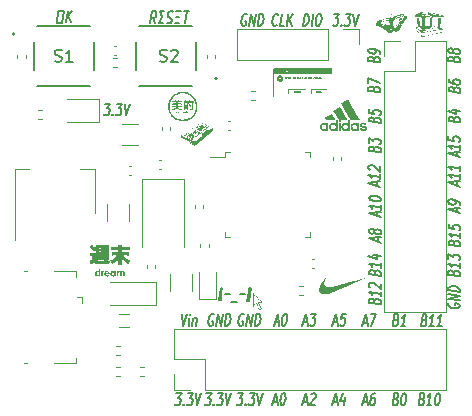
<source format=gbr>
%TF.GenerationSoftware,KiCad,Pcbnew,(6.0.7)*%
%TF.CreationDate,2022-09-12T19:53:53+08:00*%
%TF.ProjectId,STM32Breakout,53544d33-3242-4726-9561-6b6f75742e6b,rev?*%
%TF.SameCoordinates,Original*%
%TF.FileFunction,Legend,Top*%
%TF.FilePolarity,Positive*%
%FSLAX46Y46*%
G04 Gerber Fmt 4.6, Leading zero omitted, Abs format (unit mm)*
G04 Created by KiCad (PCBNEW (6.0.7)) date 2022-09-12 19:53:53*
%MOMM*%
%LPD*%
G01*
G04 APERTURE LIST*
%ADD10C,0.153000*%
%ADD11C,0.150000*%
%ADD12C,0.120000*%
%ADD13C,0.127000*%
%ADD14C,0.200000*%
G04 APERTURE END LIST*
D10*
X114050771Y-85275529D02*
X114098390Y-85181482D01*
X114146009Y-85154101D01*
X114241247Y-85132672D01*
X114384104Y-85150529D01*
X114479342Y-85195767D01*
X114526961Y-85235053D01*
X114574580Y-85307672D01*
X114574580Y-85574339D01*
X113574580Y-85449339D01*
X113574580Y-85216005D01*
X113622200Y-85155291D01*
X113669819Y-85127910D01*
X113765057Y-85106482D01*
X113860295Y-85118386D01*
X113955533Y-85163625D01*
X114003152Y-85202910D01*
X114050771Y-85275529D01*
X114050771Y-85508863D01*
X114003152Y-84702910D02*
X113955533Y-84763625D01*
X113907914Y-84791005D01*
X113812676Y-84812434D01*
X113765057Y-84806482D01*
X113669819Y-84761244D01*
X113622200Y-84721958D01*
X113574580Y-84649339D01*
X113574580Y-84516005D01*
X113622200Y-84455291D01*
X113669819Y-84427910D01*
X113765057Y-84406482D01*
X113812676Y-84412434D01*
X113907914Y-84457672D01*
X113955533Y-84496958D01*
X114003152Y-84569577D01*
X114003152Y-84702910D01*
X114050771Y-84775529D01*
X114098390Y-84814815D01*
X114193628Y-84860053D01*
X114384104Y-84883863D01*
X114479342Y-84862434D01*
X114526961Y-84835053D01*
X114574580Y-84774339D01*
X114574580Y-84641005D01*
X114526961Y-84568386D01*
X114479342Y-84529101D01*
X114384104Y-84483863D01*
X114193628Y-84460053D01*
X114098390Y-84481482D01*
X114050771Y-84508863D01*
X114003152Y-84569577D01*
X98755041Y-114339666D02*
X99088375Y-114339666D01*
X98652660Y-114625380D02*
X99010994Y-113625380D01*
X99119327Y-114625380D01*
X99610994Y-113625380D02*
X99677660Y-113625380D01*
X99738375Y-113673000D01*
X99765755Y-113720619D01*
X99787184Y-113815857D01*
X99796708Y-114006333D01*
X99766946Y-114244428D01*
X99709803Y-114434904D01*
X99664565Y-114530142D01*
X99625279Y-114577761D01*
X99552660Y-114625380D01*
X99485994Y-114625380D01*
X99425279Y-114577761D01*
X99397898Y-114530142D01*
X99376470Y-114434904D01*
X99366946Y-114244428D01*
X99396708Y-114006333D01*
X99453851Y-113815857D01*
X99499089Y-113720619D01*
X99538375Y-113673000D01*
X99610994Y-113625380D01*
X96265041Y-106942000D02*
X96204327Y-106894380D01*
X96104327Y-106894380D01*
X95998375Y-106942000D01*
X95919803Y-107037238D01*
X95874565Y-107132476D01*
X95817422Y-107322952D01*
X95799565Y-107465809D01*
X95809089Y-107656285D01*
X95830517Y-107751523D01*
X95885279Y-107846761D01*
X95979327Y-107894380D01*
X96045994Y-107894380D01*
X96151946Y-107846761D01*
X96191232Y-107799142D01*
X96232898Y-107465809D01*
X96099565Y-107465809D01*
X96479327Y-107894380D02*
X96604327Y-106894380D01*
X96879327Y-107894380D01*
X97004327Y-106894380D01*
X97212660Y-107894380D02*
X97337660Y-106894380D01*
X97504327Y-106894380D01*
X97598375Y-106942000D01*
X97653136Y-107037238D01*
X97674565Y-107132476D01*
X97684089Y-107322952D01*
X97666232Y-107465809D01*
X97609089Y-107656285D01*
X97563851Y-107751523D01*
X97485279Y-107846761D01*
X97379327Y-107894380D01*
X97212660Y-107894380D01*
X114076171Y-90380929D02*
X114123790Y-90286882D01*
X114171409Y-90259501D01*
X114266647Y-90238072D01*
X114409504Y-90255929D01*
X114504742Y-90301167D01*
X114552361Y-90340453D01*
X114599980Y-90413072D01*
X114599980Y-90679739D01*
X113599980Y-90554739D01*
X113599980Y-90321405D01*
X113647600Y-90260691D01*
X113695219Y-90233310D01*
X113790457Y-90211882D01*
X113885695Y-90223786D01*
X113980933Y-90269025D01*
X114028552Y-90308310D01*
X114076171Y-90380929D01*
X114076171Y-90614263D01*
X113933314Y-89596405D02*
X114599980Y-89679739D01*
X113552361Y-89715453D02*
X114266647Y-89971405D01*
X114266647Y-89538072D01*
X114288866Y-93551491D02*
X114288866Y-93218158D01*
X114574580Y-93653872D02*
X113574580Y-93295539D01*
X114574580Y-93187205D01*
X114574580Y-92587205D02*
X114574580Y-92987205D01*
X114574580Y-92787205D02*
X113574580Y-92662205D01*
X113717438Y-92746729D01*
X113812676Y-92825301D01*
X113860295Y-92897920D01*
X113574580Y-91828872D02*
X113574580Y-92162205D01*
X114050771Y-92255063D01*
X114003152Y-92215777D01*
X113955533Y-92143158D01*
X113955533Y-91976491D01*
X114003152Y-91915777D01*
X114050771Y-91888396D01*
X114146009Y-91866967D01*
X114384104Y-91896729D01*
X114479342Y-91941967D01*
X114526961Y-91981253D01*
X114574580Y-92053872D01*
X114574580Y-92220539D01*
X114526961Y-92281253D01*
X114479342Y-92308634D01*
D11*
X101296660Y-82494380D02*
X101421660Y-81494380D01*
X101588327Y-81494380D01*
X101682375Y-81542000D01*
X101737136Y-81637238D01*
X101758565Y-81732476D01*
X101768089Y-81922952D01*
X101750232Y-82065809D01*
X101693089Y-82256285D01*
X101647851Y-82351523D01*
X101569279Y-82446761D01*
X101463327Y-82494380D01*
X101296660Y-82494380D01*
X101996660Y-82494380D02*
X102121660Y-81494380D01*
X102588327Y-81494380D02*
X102721660Y-81494380D01*
X102782375Y-81542000D01*
X102837136Y-81637238D01*
X102846660Y-81827714D01*
X102804994Y-82161047D01*
X102747851Y-82351523D01*
X102669279Y-82446761D01*
X102596660Y-82494380D01*
X102463327Y-82494380D01*
X102402613Y-82446761D01*
X102347851Y-82351523D01*
X102338327Y-82161047D01*
X102379994Y-81827714D01*
X102437136Y-81637238D01*
X102515708Y-81542000D01*
X102588327Y-81494380D01*
D10*
X107583266Y-98631491D02*
X107583266Y-98298158D01*
X107868980Y-98733872D02*
X106868980Y-98375539D01*
X107868980Y-98267205D01*
X107868980Y-97667205D02*
X107868980Y-98067205D01*
X107868980Y-97867205D02*
X106868980Y-97742205D01*
X107011838Y-97826729D01*
X107107076Y-97905301D01*
X107154695Y-97977920D01*
X106868980Y-97108872D02*
X106868980Y-97042205D01*
X106916600Y-96981491D01*
X106964219Y-96954110D01*
X107059457Y-96932682D01*
X107249933Y-96923158D01*
X107488028Y-96952920D01*
X107678504Y-97010063D01*
X107773742Y-97055301D01*
X107821361Y-97094586D01*
X107868980Y-97167205D01*
X107868980Y-97233872D01*
X107821361Y-97294586D01*
X107773742Y-97321967D01*
X107678504Y-97343396D01*
X107488028Y-97352920D01*
X107249933Y-97323158D01*
X107059457Y-97266015D01*
X106964219Y-97220777D01*
X106916600Y-97181491D01*
X106868980Y-97108872D01*
X107345171Y-103363463D02*
X107392790Y-103269415D01*
X107440409Y-103242034D01*
X107535647Y-103220605D01*
X107678504Y-103238463D01*
X107773742Y-103283701D01*
X107821361Y-103322986D01*
X107868980Y-103395605D01*
X107868980Y-103662272D01*
X106868980Y-103537272D01*
X106868980Y-103303939D01*
X106916600Y-103243225D01*
X106964219Y-103215844D01*
X107059457Y-103194415D01*
X107154695Y-103206320D01*
X107249933Y-103251558D01*
X107297552Y-103290844D01*
X107345171Y-103363463D01*
X107345171Y-103596796D01*
X107868980Y-102595605D02*
X107868980Y-102995605D01*
X107868980Y-102795605D02*
X106868980Y-102670605D01*
X107011838Y-102755129D01*
X107107076Y-102833701D01*
X107154695Y-102906320D01*
X107202314Y-101912272D02*
X107868980Y-101995605D01*
X106821361Y-102031320D02*
X107535647Y-102287272D01*
X107535647Y-101853939D01*
D11*
X96519041Y-81542000D02*
X96458327Y-81494380D01*
X96358327Y-81494380D01*
X96252375Y-81542000D01*
X96173803Y-81637238D01*
X96128565Y-81732476D01*
X96071422Y-81922952D01*
X96053565Y-82065809D01*
X96063089Y-82256285D01*
X96084517Y-82351523D01*
X96139279Y-82446761D01*
X96233327Y-82494380D01*
X96299994Y-82494380D01*
X96405946Y-82446761D01*
X96445232Y-82399142D01*
X96486898Y-82065809D01*
X96353565Y-82065809D01*
X96733327Y-82494380D02*
X96858327Y-81494380D01*
X97133327Y-82494380D01*
X97258327Y-81494380D01*
X97466660Y-82494380D02*
X97591660Y-81494380D01*
X97758327Y-81494380D01*
X97852375Y-81542000D01*
X97907136Y-81637238D01*
X97928565Y-81732476D01*
X97938089Y-81922952D01*
X97920232Y-82065809D01*
X97863089Y-82256285D01*
X97817851Y-82351523D01*
X97739279Y-82446761D01*
X97633327Y-82494380D01*
X97466660Y-82494380D01*
D10*
X111368136Y-114101571D02*
X111462184Y-114149190D01*
X111489565Y-114196809D01*
X111510994Y-114292047D01*
X111493136Y-114434904D01*
X111447898Y-114530142D01*
X111408613Y-114577761D01*
X111335994Y-114625380D01*
X111069327Y-114625380D01*
X111194327Y-113625380D01*
X111427660Y-113625380D01*
X111488375Y-113673000D01*
X111515755Y-113720619D01*
X111537184Y-113815857D01*
X111525279Y-113911095D01*
X111480041Y-114006333D01*
X111440755Y-114053952D01*
X111368136Y-114101571D01*
X111134803Y-114101571D01*
X112135994Y-114625380D02*
X111735994Y-114625380D01*
X111935994Y-114625380D02*
X112060994Y-113625380D01*
X111976470Y-113768238D01*
X111897898Y-113863476D01*
X111825279Y-113911095D01*
X112694327Y-113625380D02*
X112760994Y-113625380D01*
X112821708Y-113673000D01*
X112849089Y-113720619D01*
X112870517Y-113815857D01*
X112880041Y-114006333D01*
X112850279Y-114244428D01*
X112793136Y-114434904D01*
X112747898Y-114530142D01*
X112708613Y-114577761D01*
X112635994Y-114625380D01*
X112569327Y-114625380D01*
X112508613Y-114577761D01*
X112481232Y-114530142D01*
X112459803Y-114434904D01*
X112450279Y-114244428D01*
X112480041Y-114006333D01*
X112537184Y-113815857D01*
X112582422Y-113720619D01*
X112621708Y-113673000D01*
X112694327Y-113625380D01*
D11*
X84544194Y-89088980D02*
X84977527Y-89088980D01*
X84696575Y-89469933D01*
X84796575Y-89469933D01*
X84857289Y-89517552D01*
X84884670Y-89565171D01*
X84906098Y-89660409D01*
X84876336Y-89898504D01*
X84831098Y-89993742D01*
X84791813Y-90041361D01*
X84719194Y-90088980D01*
X84519194Y-90088980D01*
X84458479Y-90041361D01*
X84431098Y-89993742D01*
X85164432Y-89993742D02*
X85191813Y-90041361D01*
X85152527Y-90088980D01*
X85125146Y-90041361D01*
X85164432Y-89993742D01*
X85152527Y-90088980D01*
X85544194Y-89088980D02*
X85977527Y-89088980D01*
X85696575Y-89469933D01*
X85796575Y-89469933D01*
X85857289Y-89517552D01*
X85884670Y-89565171D01*
X85906098Y-89660409D01*
X85876336Y-89898504D01*
X85831098Y-89993742D01*
X85791813Y-90041361D01*
X85719194Y-90088980D01*
X85519194Y-90088980D01*
X85458479Y-90041361D01*
X85431098Y-89993742D01*
X86177527Y-89088980D02*
X86285860Y-90088980D01*
X86644194Y-89088980D01*
D10*
X107294371Y-85300929D02*
X107341990Y-85206882D01*
X107389609Y-85179501D01*
X107484847Y-85158072D01*
X107627704Y-85175929D01*
X107722942Y-85221167D01*
X107770561Y-85260453D01*
X107818180Y-85333072D01*
X107818180Y-85599739D01*
X106818180Y-85474739D01*
X106818180Y-85241405D01*
X106865800Y-85180691D01*
X106913419Y-85153310D01*
X107008657Y-85131882D01*
X107103895Y-85143786D01*
X107199133Y-85189025D01*
X107246752Y-85228310D01*
X107294371Y-85300929D01*
X107294371Y-85534263D01*
X107818180Y-84866405D02*
X107818180Y-84733072D01*
X107770561Y-84660453D01*
X107722942Y-84621167D01*
X107580085Y-84536644D01*
X107389609Y-84479501D01*
X107008657Y-84431882D01*
X106913419Y-84453310D01*
X106865800Y-84480691D01*
X106818180Y-84541405D01*
X106818180Y-84674739D01*
X106865800Y-84747358D01*
X106913419Y-84786644D01*
X107008657Y-84831882D01*
X107246752Y-84861644D01*
X107341990Y-84840215D01*
X107389609Y-84812834D01*
X107437228Y-84752120D01*
X107437228Y-84618786D01*
X107389609Y-84546167D01*
X107341990Y-84506882D01*
X107246752Y-84461644D01*
X91007660Y-106894380D02*
X91115994Y-107894380D01*
X91474327Y-106894380D01*
X91582660Y-107894380D02*
X91665994Y-107227714D01*
X91707660Y-106894380D02*
X91668375Y-106942000D01*
X91695755Y-106989619D01*
X91735041Y-106942000D01*
X91707660Y-106894380D01*
X91695755Y-106989619D01*
X91999327Y-107227714D02*
X91915994Y-107894380D01*
X91987422Y-107322952D02*
X92026708Y-107275333D01*
X92099327Y-107227714D01*
X92199327Y-107227714D01*
X92260041Y-107275333D01*
X92281470Y-107370571D01*
X92215994Y-107894380D01*
X109161470Y-114101571D02*
X109255517Y-114149190D01*
X109282898Y-114196809D01*
X109304327Y-114292047D01*
X109286470Y-114434904D01*
X109241232Y-114530142D01*
X109201946Y-114577761D01*
X109129327Y-114625380D01*
X108862660Y-114625380D01*
X108987660Y-113625380D01*
X109220994Y-113625380D01*
X109281708Y-113673000D01*
X109309089Y-113720619D01*
X109330517Y-113815857D01*
X109318613Y-113911095D01*
X109273375Y-114006333D01*
X109234089Y-114053952D01*
X109161470Y-114101571D01*
X108928136Y-114101571D01*
X109820994Y-113625380D02*
X109887660Y-113625380D01*
X109948375Y-113673000D01*
X109975755Y-113720619D01*
X109997184Y-113815857D01*
X110006708Y-114006333D01*
X109976946Y-114244428D01*
X109919803Y-114434904D01*
X109874565Y-114530142D01*
X109835279Y-114577761D01*
X109762660Y-114625380D01*
X109695994Y-114625380D01*
X109635279Y-114577761D01*
X109607898Y-114530142D01*
X109586470Y-114434904D01*
X109576946Y-114244428D01*
X109606708Y-114006333D01*
X109663851Y-113815857D01*
X109709089Y-113720619D01*
X109748375Y-113673000D01*
X109820994Y-113625380D01*
X107608666Y-100761958D02*
X107608666Y-100428625D01*
X107894380Y-100864339D02*
X106894380Y-100506005D01*
X107894380Y-100397672D01*
X107322952Y-99992910D02*
X107275333Y-100053625D01*
X107227714Y-100081005D01*
X107132476Y-100102434D01*
X107084857Y-100096482D01*
X106989619Y-100051244D01*
X106942000Y-100011958D01*
X106894380Y-99939339D01*
X106894380Y-99806005D01*
X106942000Y-99745291D01*
X106989619Y-99717910D01*
X107084857Y-99696482D01*
X107132476Y-99702434D01*
X107227714Y-99747672D01*
X107275333Y-99786958D01*
X107322952Y-99859577D01*
X107322952Y-99992910D01*
X107370571Y-100065529D01*
X107418190Y-100104815D01*
X107513428Y-100150053D01*
X107703904Y-100173863D01*
X107799142Y-100152434D01*
X107846761Y-100125053D01*
X107894380Y-100064339D01*
X107894380Y-99931005D01*
X107846761Y-99858386D01*
X107799142Y-99819101D01*
X107703904Y-99773863D01*
X107513428Y-99750053D01*
X107418190Y-99771482D01*
X107370571Y-99798863D01*
X107322952Y-99859577D01*
X90563994Y-113625380D02*
X90997327Y-113625380D01*
X90716375Y-114006333D01*
X90816375Y-114006333D01*
X90877089Y-114053952D01*
X90904470Y-114101571D01*
X90925898Y-114196809D01*
X90896136Y-114434904D01*
X90850898Y-114530142D01*
X90811613Y-114577761D01*
X90738994Y-114625380D01*
X90538994Y-114625380D01*
X90478279Y-114577761D01*
X90450898Y-114530142D01*
X91184232Y-114530142D02*
X91211613Y-114577761D01*
X91172327Y-114625380D01*
X91144946Y-114577761D01*
X91184232Y-114530142D01*
X91172327Y-114625380D01*
X91563994Y-113625380D02*
X91997327Y-113625380D01*
X91716375Y-114006333D01*
X91816375Y-114006333D01*
X91877089Y-114053952D01*
X91904470Y-114101571D01*
X91925898Y-114196809D01*
X91896136Y-114434904D01*
X91850898Y-114530142D01*
X91811613Y-114577761D01*
X91738994Y-114625380D01*
X91538994Y-114625380D01*
X91478279Y-114577761D01*
X91450898Y-114530142D01*
X92197327Y-113625380D02*
X92305660Y-114625380D01*
X92663994Y-113625380D01*
X107319771Y-92895529D02*
X107367390Y-92801482D01*
X107415009Y-92774101D01*
X107510247Y-92752672D01*
X107653104Y-92770529D01*
X107748342Y-92815767D01*
X107795961Y-92855053D01*
X107843580Y-92927672D01*
X107843580Y-93194339D01*
X106843580Y-93069339D01*
X106843580Y-92836005D01*
X106891200Y-92775291D01*
X106938819Y-92747910D01*
X107034057Y-92726482D01*
X107129295Y-92738386D01*
X107224533Y-92783625D01*
X107272152Y-92822910D01*
X107319771Y-92895529D01*
X107319771Y-93128863D01*
X106843580Y-92436005D02*
X106843580Y-92002672D01*
X107224533Y-92283625D01*
X107224533Y-92183625D01*
X107272152Y-92122910D01*
X107319771Y-92095529D01*
X107415009Y-92074101D01*
X107653104Y-92103863D01*
X107748342Y-92149101D01*
X107795961Y-92188386D01*
X107843580Y-92261005D01*
X107843580Y-92461005D01*
X107795961Y-92521720D01*
X107748342Y-92549101D01*
X114288866Y-96015291D02*
X114288866Y-95681958D01*
X114574580Y-96117672D02*
X113574580Y-95759339D01*
X114574580Y-95651005D01*
X114574580Y-95051005D02*
X114574580Y-95451005D01*
X114574580Y-95251005D02*
X113574580Y-95126005D01*
X113717438Y-95210529D01*
X113812676Y-95289101D01*
X113860295Y-95361720D01*
X114574580Y-94384339D02*
X114574580Y-94784339D01*
X114574580Y-94584339D02*
X113574580Y-94459339D01*
X113717438Y-94543863D01*
X113812676Y-94622434D01*
X113860295Y-94695053D01*
X103835041Y-114339666D02*
X104168375Y-114339666D01*
X103732660Y-114625380D02*
X104090994Y-113625380D01*
X104199327Y-114625380D01*
X104815994Y-113958714D02*
X104732660Y-114625380D01*
X104696946Y-113577761D02*
X104440994Y-114292047D01*
X104874327Y-114292047D01*
X113622200Y-105969758D02*
X113574580Y-106030472D01*
X113574580Y-106130472D01*
X113622200Y-106236425D01*
X113717438Y-106314996D01*
X113812676Y-106360234D01*
X114003152Y-106417377D01*
X114146009Y-106435234D01*
X114336485Y-106425710D01*
X114431723Y-106404282D01*
X114526961Y-106349520D01*
X114574580Y-106255472D01*
X114574580Y-106188805D01*
X114526961Y-106082853D01*
X114479342Y-106043567D01*
X114146009Y-106001901D01*
X114146009Y-106135234D01*
X114574580Y-105755472D02*
X113574580Y-105630472D01*
X114574580Y-105355472D01*
X113574580Y-105230472D01*
X114574580Y-105022139D02*
X113574580Y-104897139D01*
X113574580Y-104730472D01*
X113622200Y-104636425D01*
X113717438Y-104581663D01*
X113812676Y-104560234D01*
X114003152Y-104550710D01*
X114146009Y-104568567D01*
X114336485Y-104625710D01*
X114431723Y-104670948D01*
X114526961Y-104749520D01*
X114574580Y-104855472D01*
X114574580Y-105022139D01*
X107319771Y-90431729D02*
X107367390Y-90337682D01*
X107415009Y-90310301D01*
X107510247Y-90288872D01*
X107653104Y-90306729D01*
X107748342Y-90351967D01*
X107795961Y-90391253D01*
X107843580Y-90463872D01*
X107843580Y-90730539D01*
X106843580Y-90605539D01*
X106843580Y-90372205D01*
X106891200Y-90311491D01*
X106938819Y-90284110D01*
X107034057Y-90262682D01*
X107129295Y-90274586D01*
X107224533Y-90319825D01*
X107272152Y-90359110D01*
X107319771Y-90431729D01*
X107319771Y-90665063D01*
X106843580Y-89572205D02*
X106843580Y-89905539D01*
X107319771Y-89998396D01*
X107272152Y-89959110D01*
X107224533Y-89886491D01*
X107224533Y-89719825D01*
X107272152Y-89659110D01*
X107319771Y-89631729D01*
X107415009Y-89610301D01*
X107653104Y-89640063D01*
X107748342Y-89685301D01*
X107795961Y-89724586D01*
X107843580Y-89797205D01*
X107843580Y-89963872D01*
X107795961Y-90024586D01*
X107748342Y-90051967D01*
X107532466Y-96040691D02*
X107532466Y-95707358D01*
X107818180Y-96143072D02*
X106818180Y-95784739D01*
X107818180Y-95676405D01*
X107818180Y-95076405D02*
X107818180Y-95476405D01*
X107818180Y-95276405D02*
X106818180Y-95151405D01*
X106961038Y-95235929D01*
X107056276Y-95314501D01*
X107103895Y-95387120D01*
X106913419Y-94696644D02*
X106865800Y-94657358D01*
X106818180Y-94584739D01*
X106818180Y-94418072D01*
X106865800Y-94357358D01*
X106913419Y-94329977D01*
X107008657Y-94308548D01*
X107103895Y-94320453D01*
X107246752Y-94371644D01*
X107818180Y-94843072D01*
X107818180Y-94409739D01*
X106375041Y-114339666D02*
X106708375Y-114339666D01*
X106272660Y-114625380D02*
X106630994Y-113625380D01*
X106739327Y-114625380D01*
X107397660Y-113625380D02*
X107264327Y-113625380D01*
X107191708Y-113673000D01*
X107152422Y-113720619D01*
X107067898Y-113863476D01*
X107010755Y-114053952D01*
X106963136Y-114434904D01*
X106984565Y-114530142D01*
X107011946Y-114577761D01*
X107072660Y-114625380D01*
X107205994Y-114625380D01*
X107278613Y-114577761D01*
X107317898Y-114530142D01*
X107363136Y-114434904D01*
X107392898Y-114196809D01*
X107371470Y-114101571D01*
X107344089Y-114053952D01*
X107283375Y-114006333D01*
X107150041Y-114006333D01*
X107077422Y-114053952D01*
X107038136Y-114101571D01*
X106992898Y-114196809D01*
X106375041Y-107659466D02*
X106708375Y-107659466D01*
X106272660Y-107945180D02*
X106630994Y-106945180D01*
X106739327Y-107945180D01*
X107030994Y-106945180D02*
X107497660Y-106945180D01*
X107072660Y-107945180D01*
X109186870Y-107395971D02*
X109280917Y-107443590D01*
X109308298Y-107491209D01*
X109329727Y-107586447D01*
X109311870Y-107729304D01*
X109266632Y-107824542D01*
X109227346Y-107872161D01*
X109154727Y-107919780D01*
X108888060Y-107919780D01*
X109013060Y-106919780D01*
X109246394Y-106919780D01*
X109307108Y-106967400D01*
X109334489Y-107015019D01*
X109355917Y-107110257D01*
X109344013Y-107205495D01*
X109298775Y-107300733D01*
X109259489Y-107348352D01*
X109186870Y-107395971D01*
X108953536Y-107395971D01*
X109954727Y-107919780D02*
X109554727Y-107919780D01*
X109754727Y-107919780D02*
X109879727Y-106919780D01*
X109795203Y-107062638D01*
X109716632Y-107157876D01*
X109644013Y-107205495D01*
D11*
X80407527Y-82265780D02*
X80532527Y-81265780D01*
X80999194Y-81265780D01*
X80874194Y-82265780D01*
X80407527Y-82265780D01*
X81213479Y-82218161D02*
X81338479Y-81218161D01*
X81613479Y-82218161D02*
X81384908Y-81646733D01*
X81738479Y-81218161D02*
X81267051Y-81789590D01*
D10*
X93103994Y-113625380D02*
X93537327Y-113625380D01*
X93256375Y-114006333D01*
X93356375Y-114006333D01*
X93417089Y-114053952D01*
X93444470Y-114101571D01*
X93465898Y-114196809D01*
X93436136Y-114434904D01*
X93390898Y-114530142D01*
X93351613Y-114577761D01*
X93278994Y-114625380D01*
X93078994Y-114625380D01*
X93018279Y-114577761D01*
X92990898Y-114530142D01*
X93724232Y-114530142D02*
X93751613Y-114577761D01*
X93712327Y-114625380D01*
X93684946Y-114577761D01*
X93724232Y-114530142D01*
X93712327Y-114625380D01*
X94103994Y-113625380D02*
X94537327Y-113625380D01*
X94256375Y-114006333D01*
X94356375Y-114006333D01*
X94417089Y-114053952D01*
X94444470Y-114101571D01*
X94465898Y-114196809D01*
X94436136Y-114434904D01*
X94390898Y-114530142D01*
X94351613Y-114577761D01*
X94278994Y-114625380D01*
X94078994Y-114625380D01*
X94018279Y-114577761D01*
X93990898Y-114530142D01*
X94737327Y-113625380D02*
X94845660Y-114625380D01*
X95203994Y-113625380D01*
X111571336Y-107421371D02*
X111665384Y-107468990D01*
X111692765Y-107516609D01*
X111714194Y-107611847D01*
X111696336Y-107754704D01*
X111651098Y-107849942D01*
X111611813Y-107897561D01*
X111539194Y-107945180D01*
X111272527Y-107945180D01*
X111397527Y-106945180D01*
X111630860Y-106945180D01*
X111691575Y-106992800D01*
X111718955Y-107040419D01*
X111740384Y-107135657D01*
X111728479Y-107230895D01*
X111683241Y-107326133D01*
X111643955Y-107373752D01*
X111571336Y-107421371D01*
X111338003Y-107421371D01*
X112339194Y-107945180D02*
X111939194Y-107945180D01*
X112139194Y-107945180D02*
X112264194Y-106945180D01*
X112179670Y-107088038D01*
X112101098Y-107183276D01*
X112028479Y-107230895D01*
X113005860Y-107945180D02*
X112605860Y-107945180D01*
X112805860Y-107945180D02*
X112930860Y-106945180D01*
X112846336Y-107088038D01*
X112767765Y-107183276D01*
X112695146Y-107230895D01*
X103835041Y-107608666D02*
X104168375Y-107608666D01*
X103732660Y-107894380D02*
X104090994Y-106894380D01*
X104199327Y-107894380D01*
X104890994Y-106894380D02*
X104557660Y-106894380D01*
X104464803Y-107370571D01*
X104504089Y-107322952D01*
X104576708Y-107275333D01*
X104743375Y-107275333D01*
X104804089Y-107322952D01*
X104831470Y-107370571D01*
X104852898Y-107465809D01*
X104823136Y-107703904D01*
X104777898Y-107799142D01*
X104738613Y-107846761D01*
X104665994Y-107894380D01*
X104499327Y-107894380D01*
X104438613Y-107846761D01*
X104411232Y-107799142D01*
X101295041Y-114339666D02*
X101628375Y-114339666D01*
X101192660Y-114625380D02*
X101550994Y-113625380D01*
X101659327Y-114625380D01*
X101972422Y-113720619D02*
X102011708Y-113673000D01*
X102084327Y-113625380D01*
X102250994Y-113625380D01*
X102311708Y-113673000D01*
X102339089Y-113720619D01*
X102360517Y-113815857D01*
X102348613Y-113911095D01*
X102297422Y-114053952D01*
X101825994Y-114625380D01*
X102259327Y-114625380D01*
X114076171Y-87866329D02*
X114123790Y-87772282D01*
X114171409Y-87744901D01*
X114266647Y-87723472D01*
X114409504Y-87741329D01*
X114504742Y-87786567D01*
X114552361Y-87825853D01*
X114599980Y-87898472D01*
X114599980Y-88165139D01*
X113599980Y-88040139D01*
X113599980Y-87806805D01*
X113647600Y-87746091D01*
X113695219Y-87718710D01*
X113790457Y-87697282D01*
X113885695Y-87709186D01*
X113980933Y-87754425D01*
X114028552Y-87793710D01*
X114076171Y-87866329D01*
X114076171Y-88099663D01*
X113599980Y-87040139D02*
X113599980Y-87173472D01*
X113647600Y-87246091D01*
X113695219Y-87285377D01*
X113838076Y-87369901D01*
X114028552Y-87427044D01*
X114409504Y-87474663D01*
X114504742Y-87453234D01*
X114552361Y-87425853D01*
X114599980Y-87365139D01*
X114599980Y-87231805D01*
X114552361Y-87159186D01*
X114504742Y-87119901D01*
X114409504Y-87074663D01*
X114171409Y-87044901D01*
X114076171Y-87066329D01*
X114028552Y-87093710D01*
X113980933Y-87154425D01*
X113980933Y-87287758D01*
X114028552Y-87360377D01*
X114076171Y-87399663D01*
X114171409Y-87444901D01*
X114076171Y-100848863D02*
X114123790Y-100754815D01*
X114171409Y-100727434D01*
X114266647Y-100706005D01*
X114409504Y-100723863D01*
X114504742Y-100769101D01*
X114552361Y-100808386D01*
X114599980Y-100881005D01*
X114599980Y-101147672D01*
X113599980Y-101022672D01*
X113599980Y-100789339D01*
X113647600Y-100728625D01*
X113695219Y-100701244D01*
X113790457Y-100679815D01*
X113885695Y-100691720D01*
X113980933Y-100736958D01*
X114028552Y-100776244D01*
X114076171Y-100848863D01*
X114076171Y-101082196D01*
X114599980Y-100081005D02*
X114599980Y-100481005D01*
X114599980Y-100281005D02*
X113599980Y-100156005D01*
X113742838Y-100240529D01*
X113838076Y-100319101D01*
X113885695Y-100391720D01*
X113599980Y-99322672D02*
X113599980Y-99656005D01*
X114076171Y-99748863D01*
X114028552Y-99709577D01*
X113980933Y-99636958D01*
X113980933Y-99470291D01*
X114028552Y-99409577D01*
X114076171Y-99382196D01*
X114171409Y-99360767D01*
X114409504Y-99390529D01*
X114504742Y-99435767D01*
X114552361Y-99475053D01*
X114599980Y-99547672D01*
X114599980Y-99714339D01*
X114552361Y-99775053D01*
X114504742Y-99802434D01*
X107294371Y-87815529D02*
X107341990Y-87721482D01*
X107389609Y-87694101D01*
X107484847Y-87672672D01*
X107627704Y-87690529D01*
X107722942Y-87735767D01*
X107770561Y-87775053D01*
X107818180Y-87847672D01*
X107818180Y-88114339D01*
X106818180Y-87989339D01*
X106818180Y-87756005D01*
X106865800Y-87695291D01*
X106913419Y-87667910D01*
X107008657Y-87646482D01*
X107103895Y-87658386D01*
X107199133Y-87703625D01*
X107246752Y-87742910D01*
X107294371Y-87815529D01*
X107294371Y-88048863D01*
X106818180Y-87356005D02*
X106818180Y-86889339D01*
X107818180Y-87314339D01*
X98882041Y-107608666D02*
X99215375Y-107608666D01*
X98779660Y-107894380D02*
X99137994Y-106894380D01*
X99246327Y-107894380D01*
X99737994Y-106894380D02*
X99804660Y-106894380D01*
X99865375Y-106942000D01*
X99892755Y-106989619D01*
X99914184Y-107084857D01*
X99923708Y-107275333D01*
X99893946Y-107513428D01*
X99836803Y-107703904D01*
X99791565Y-107799142D01*
X99752279Y-107846761D01*
X99679660Y-107894380D01*
X99612994Y-107894380D01*
X99552279Y-107846761D01*
X99524898Y-107799142D01*
X99503470Y-107703904D01*
X99493946Y-107513428D01*
X99523708Y-107275333D01*
X99580851Y-107084857D01*
X99626089Y-106989619D01*
X99665375Y-106942000D01*
X99737994Y-106894380D01*
X95770994Y-113625380D02*
X96204327Y-113625380D01*
X95923375Y-114006333D01*
X96023375Y-114006333D01*
X96084089Y-114053952D01*
X96111470Y-114101571D01*
X96132898Y-114196809D01*
X96103136Y-114434904D01*
X96057898Y-114530142D01*
X96018613Y-114577761D01*
X95945994Y-114625380D01*
X95745994Y-114625380D01*
X95685279Y-114577761D01*
X95657898Y-114530142D01*
X96391232Y-114530142D02*
X96418613Y-114577761D01*
X96379327Y-114625380D01*
X96351946Y-114577761D01*
X96391232Y-114530142D01*
X96379327Y-114625380D01*
X96770994Y-113625380D02*
X97204327Y-113625380D01*
X96923375Y-114006333D01*
X97023375Y-114006333D01*
X97084089Y-114053952D01*
X97111470Y-114101571D01*
X97132898Y-114196809D01*
X97103136Y-114434904D01*
X97057898Y-114530142D01*
X97018613Y-114577761D01*
X96945994Y-114625380D01*
X96745994Y-114625380D01*
X96685279Y-114577761D01*
X96657898Y-114530142D01*
X97404327Y-113625380D02*
X97512660Y-114625380D01*
X97870994Y-113625380D01*
X93725041Y-106942000D02*
X93664327Y-106894380D01*
X93564327Y-106894380D01*
X93458375Y-106942000D01*
X93379803Y-107037238D01*
X93334565Y-107132476D01*
X93277422Y-107322952D01*
X93259565Y-107465809D01*
X93269089Y-107656285D01*
X93290517Y-107751523D01*
X93345279Y-107846761D01*
X93439327Y-107894380D01*
X93505994Y-107894380D01*
X93611946Y-107846761D01*
X93651232Y-107799142D01*
X93692898Y-107465809D01*
X93559565Y-107465809D01*
X93939327Y-107894380D02*
X94064327Y-106894380D01*
X94339327Y-107894380D01*
X94464327Y-106894380D01*
X94672660Y-107894380D02*
X94797660Y-106894380D01*
X94964327Y-106894380D01*
X95058375Y-106942000D01*
X95113136Y-107037238D01*
X95134565Y-107132476D01*
X95144089Y-107322952D01*
X95126232Y-107465809D01*
X95069089Y-107656285D01*
X95023851Y-107751523D01*
X94945279Y-107846761D01*
X94839327Y-107894380D01*
X94672660Y-107894380D01*
X114050771Y-103388863D02*
X114098390Y-103294815D01*
X114146009Y-103267434D01*
X114241247Y-103246005D01*
X114384104Y-103263863D01*
X114479342Y-103309101D01*
X114526961Y-103348386D01*
X114574580Y-103421005D01*
X114574580Y-103687672D01*
X113574580Y-103562672D01*
X113574580Y-103329339D01*
X113622200Y-103268625D01*
X113669819Y-103241244D01*
X113765057Y-103219815D01*
X113860295Y-103231720D01*
X113955533Y-103276958D01*
X114003152Y-103316244D01*
X114050771Y-103388863D01*
X114050771Y-103622196D01*
X114574580Y-102621005D02*
X114574580Y-103021005D01*
X114574580Y-102821005D02*
X113574580Y-102696005D01*
X113717438Y-102780529D01*
X113812676Y-102859101D01*
X113860295Y-102931720D01*
X113574580Y-102262672D02*
X113574580Y-101829339D01*
X113955533Y-102110291D01*
X113955533Y-102010291D01*
X114003152Y-101949577D01*
X114050771Y-101922196D01*
X114146009Y-101900767D01*
X114384104Y-101930529D01*
X114479342Y-101975767D01*
X114526961Y-102015053D01*
X114574580Y-102087672D01*
X114574580Y-102287672D01*
X114526961Y-102348386D01*
X114479342Y-102375767D01*
X101295041Y-107608666D02*
X101628375Y-107608666D01*
X101192660Y-107894380D02*
X101550994Y-106894380D01*
X101659327Y-107894380D01*
X101950994Y-106894380D02*
X102384327Y-106894380D01*
X102103375Y-107275333D01*
X102203375Y-107275333D01*
X102264089Y-107322952D01*
X102291470Y-107370571D01*
X102312898Y-107465809D01*
X102283136Y-107703904D01*
X102237898Y-107799142D01*
X102198613Y-107846761D01*
X102125994Y-107894380D01*
X101925994Y-107894380D01*
X101865279Y-107846761D01*
X101837898Y-107799142D01*
X114288866Y-98272758D02*
X114288866Y-97939425D01*
X114574580Y-98375139D02*
X113574580Y-98016805D01*
X114574580Y-97908472D01*
X114574580Y-97641805D02*
X114574580Y-97508472D01*
X114526961Y-97435853D01*
X114479342Y-97396567D01*
X114336485Y-97312044D01*
X114146009Y-97254901D01*
X113765057Y-97207282D01*
X113669819Y-97228710D01*
X113622200Y-97256091D01*
X113574580Y-97316805D01*
X113574580Y-97450139D01*
X113622200Y-97522758D01*
X113669819Y-97562044D01*
X113765057Y-97607282D01*
X114003152Y-97637044D01*
X114098390Y-97615615D01*
X114146009Y-97588234D01*
X114193628Y-97527520D01*
X114193628Y-97394186D01*
X114146009Y-97321567D01*
X114098390Y-97282282D01*
X114003152Y-97237044D01*
D11*
X103898994Y-81494380D02*
X104332327Y-81494380D01*
X104051375Y-81875333D01*
X104151375Y-81875333D01*
X104212089Y-81922952D01*
X104239470Y-81970571D01*
X104260898Y-82065809D01*
X104231136Y-82303904D01*
X104185898Y-82399142D01*
X104146613Y-82446761D01*
X104073994Y-82494380D01*
X103873994Y-82494380D01*
X103813279Y-82446761D01*
X103785898Y-82399142D01*
X104519232Y-82399142D02*
X104546613Y-82446761D01*
X104507327Y-82494380D01*
X104479946Y-82446761D01*
X104519232Y-82399142D01*
X104507327Y-82494380D01*
X104898994Y-81494380D02*
X105332327Y-81494380D01*
X105051375Y-81875333D01*
X105151375Y-81875333D01*
X105212089Y-81922952D01*
X105239470Y-81970571D01*
X105260898Y-82065809D01*
X105231136Y-82303904D01*
X105185898Y-82399142D01*
X105146613Y-82446761D01*
X105073994Y-82494380D01*
X104873994Y-82494380D01*
X104813279Y-82446761D01*
X104785898Y-82399142D01*
X105532327Y-81494380D02*
X105640660Y-82494380D01*
X105998994Y-81494380D01*
D10*
X107319771Y-105776463D02*
X107367390Y-105682415D01*
X107415009Y-105655034D01*
X107510247Y-105633605D01*
X107653104Y-105651463D01*
X107748342Y-105696701D01*
X107795961Y-105735986D01*
X107843580Y-105808605D01*
X107843580Y-106075272D01*
X106843580Y-105950272D01*
X106843580Y-105716939D01*
X106891200Y-105656225D01*
X106938819Y-105628844D01*
X107034057Y-105607415D01*
X107129295Y-105619320D01*
X107224533Y-105664558D01*
X107272152Y-105703844D01*
X107319771Y-105776463D01*
X107319771Y-106009796D01*
X107843580Y-105008605D02*
X107843580Y-105408605D01*
X107843580Y-105208605D02*
X106843580Y-105083605D01*
X106986438Y-105168129D01*
X107081676Y-105246701D01*
X107129295Y-105319320D01*
X106938819Y-104628844D02*
X106891200Y-104589558D01*
X106843580Y-104516939D01*
X106843580Y-104350272D01*
X106891200Y-104289558D01*
X106938819Y-104262177D01*
X107034057Y-104240748D01*
X107129295Y-104252653D01*
X107272152Y-104303844D01*
X107843580Y-104775272D01*
X107843580Y-104341939D01*
D11*
X99068565Y-82399142D02*
X99029279Y-82446761D01*
X98923327Y-82494380D01*
X98856660Y-82494380D01*
X98762613Y-82446761D01*
X98707851Y-82351523D01*
X98686422Y-82256285D01*
X98676898Y-82065809D01*
X98694755Y-81922952D01*
X98751898Y-81732476D01*
X98797136Y-81637238D01*
X98875708Y-81542000D01*
X98981660Y-81494380D01*
X99048327Y-81494380D01*
X99142375Y-81542000D01*
X99169755Y-81589619D01*
X99689994Y-82494380D02*
X99356660Y-82494380D01*
X99481660Y-81494380D01*
X99923327Y-82494380D02*
X100048327Y-81494380D01*
X100323327Y-82494380D02*
X100094755Y-81922952D01*
X100448327Y-81494380D02*
X99976898Y-82065809D01*
X94304965Y-104690942D02*
X94438298Y-104690942D01*
X94375203Y-104929038D01*
X94339489Y-105214752D01*
X94303775Y-105500466D01*
X94307346Y-105738561D01*
X94174013Y-105738561D01*
X94304965Y-104690942D01*
X94672822Y-105214752D02*
X95072822Y-105214752D01*
X95156155Y-105881419D02*
X95689489Y-105881419D01*
X95939489Y-105214752D02*
X96339489Y-105214752D01*
X96704965Y-104690942D02*
X96838298Y-104690942D01*
X96701394Y-105786180D01*
X96568060Y-105786180D01*
X96631155Y-105548085D01*
X96708536Y-104929038D01*
X96704965Y-104690942D01*
X88756260Y-82291180D02*
X88582451Y-81814990D01*
X88356260Y-82291180D02*
X88481260Y-81291180D01*
X88747927Y-81291180D01*
X88808641Y-81338800D01*
X88836022Y-81386419D01*
X88857451Y-81481657D01*
X88839594Y-81624514D01*
X88794355Y-81719752D01*
X88755070Y-81767371D01*
X88682451Y-81814990D01*
X88415784Y-81814990D01*
X89422927Y-82291180D02*
X89056260Y-82291180D01*
X89355070Y-81767371D01*
X89181260Y-81291180D01*
X89547927Y-81291180D01*
X89728879Y-82243561D02*
X89822927Y-82291180D01*
X89989594Y-82291180D01*
X90062213Y-82243561D01*
X90101498Y-82195942D01*
X90146736Y-82100704D01*
X90158641Y-82005466D01*
X90137213Y-81910228D01*
X90109832Y-81862609D01*
X90049117Y-81814990D01*
X89921736Y-81767371D01*
X89861022Y-81719752D01*
X89833641Y-81672133D01*
X89812213Y-81576895D01*
X89824117Y-81481657D01*
X89869355Y-81386419D01*
X89908641Y-81338800D01*
X89981260Y-81291180D01*
X90147927Y-81291180D01*
X90241975Y-81338800D01*
X90422927Y-82291180D02*
X90789594Y-82291180D01*
X90547927Y-81291180D02*
X90914594Y-81291180D01*
X90788403Y-81767371D02*
X90555070Y-81767371D01*
X91214594Y-81291180D02*
X91614594Y-81291180D01*
X91289594Y-82291180D02*
X91414594Y-81291180D01*
%TO.C,S1*%
X80264095Y-85494761D02*
X80406952Y-85542380D01*
X80645047Y-85542380D01*
X80740285Y-85494761D01*
X80787904Y-85447142D01*
X80835523Y-85351904D01*
X80835523Y-85256666D01*
X80787904Y-85161428D01*
X80740285Y-85113809D01*
X80645047Y-85066190D01*
X80454571Y-85018571D01*
X80359333Y-84970952D01*
X80311714Y-84923333D01*
X80264095Y-84828095D01*
X80264095Y-84732857D01*
X80311714Y-84637619D01*
X80359333Y-84590000D01*
X80454571Y-84542380D01*
X80692666Y-84542380D01*
X80835523Y-84590000D01*
X81787904Y-85542380D02*
X81216476Y-85542380D01*
X81502190Y-85542380D02*
X81502190Y-84542380D01*
X81406952Y-84685238D01*
X81311714Y-84780476D01*
X81216476Y-84828095D01*
%TO.C,S2*%
X89154095Y-85494761D02*
X89296952Y-85542380D01*
X89535047Y-85542380D01*
X89630285Y-85494761D01*
X89677904Y-85447142D01*
X89725523Y-85351904D01*
X89725523Y-85256666D01*
X89677904Y-85161428D01*
X89630285Y-85113809D01*
X89535047Y-85066190D01*
X89344571Y-85018571D01*
X89249333Y-84970952D01*
X89201714Y-84923333D01*
X89154095Y-84828095D01*
X89154095Y-84732857D01*
X89201714Y-84637619D01*
X89249333Y-84590000D01*
X89344571Y-84542380D01*
X89582666Y-84542380D01*
X89725523Y-84590000D01*
X90106476Y-84637619D02*
X90154095Y-84590000D01*
X90249333Y-84542380D01*
X90487428Y-84542380D01*
X90582666Y-84590000D01*
X90630285Y-84637619D01*
X90677904Y-84732857D01*
X90677904Y-84828095D01*
X90630285Y-84970952D01*
X90058857Y-85542380D01*
X90677904Y-85542380D01*
%TO.C,G\u002A\u002A\u002A*%
G36*
X100022071Y-88075292D02*
G01*
X100024800Y-87885600D01*
X101554800Y-87885600D01*
X101554800Y-88285600D01*
X100792010Y-88288162D01*
X100645782Y-88288596D01*
X100518390Y-88288840D01*
X100408667Y-88288878D01*
X100315451Y-88288694D01*
X100237576Y-88288272D01*
X100173878Y-88287598D01*
X100123193Y-88286655D01*
X100084356Y-88285428D01*
X100056202Y-88283901D01*
X100037568Y-88282058D01*
X100027288Y-88279884D01*
X100024281Y-88277854D01*
X100022869Y-88264188D01*
X100021904Y-88233883D01*
X100021421Y-88190296D01*
X100021458Y-88136785D01*
X100021966Y-88085286D01*
X100049800Y-88085286D01*
X100050097Y-88150491D01*
X100051098Y-88197889D01*
X100052967Y-88229665D01*
X100055866Y-88248003D01*
X100059961Y-88255089D01*
X100062521Y-88255090D01*
X100074385Y-88254257D01*
X100104634Y-88253406D01*
X100151652Y-88252552D01*
X100213824Y-88251712D01*
X100289534Y-88250901D01*
X100377166Y-88250136D01*
X100475106Y-88249431D01*
X100581738Y-88248804D01*
X100695446Y-88248269D01*
X100795021Y-88247904D01*
X101514800Y-88245600D01*
X101519800Y-88082232D01*
X101521233Y-88027240D01*
X101522000Y-87979628D01*
X101522084Y-87942817D01*
X101521468Y-87920229D01*
X101520633Y-87914732D01*
X101510204Y-87914060D01*
X101481350Y-87913422D01*
X101435647Y-87912827D01*
X101374670Y-87912284D01*
X101299994Y-87911801D01*
X101213194Y-87911387D01*
X101115846Y-87911051D01*
X101009524Y-87910802D01*
X100895804Y-87910649D01*
X100783133Y-87910600D01*
X100049800Y-87910600D01*
X100049800Y-88085286D01*
X100021966Y-88085286D01*
X100022051Y-88076706D01*
X100022071Y-88075292D01*
G37*
G36*
X102521782Y-86815135D02*
G01*
X102526381Y-86836482D01*
X102528412Y-86869489D01*
X102531088Y-86885408D01*
X102536205Y-86887117D01*
X102545559Y-86877495D01*
X102549235Y-86873100D01*
X102568677Y-86856625D01*
X102585773Y-86850600D01*
X102595174Y-86852778D01*
X102591840Y-86861654D01*
X102576936Y-86878370D01*
X102550331Y-86906140D01*
X102575065Y-86934925D01*
X102594503Y-86960705D01*
X102598504Y-86975480D01*
X102587379Y-86980571D01*
X102585782Y-86980600D01*
X102571743Y-86972836D01*
X102554689Y-86953620D01*
X102550950Y-86948100D01*
X102537061Y-86929110D01*
X102530116Y-86927243D01*
X102528718Y-86933100D01*
X102526771Y-86955066D01*
X102526050Y-86962266D01*
X102516775Y-86975886D01*
X102512300Y-86978100D01*
X102506085Y-86974913D01*
X102502175Y-86958693D01*
X102500211Y-86926936D01*
X102499800Y-86890600D01*
X102500515Y-86845283D01*
X102502900Y-86817418D01*
X102507313Y-86804497D01*
X102512300Y-86803149D01*
X102521782Y-86815135D01*
G37*
G36*
X101709713Y-86852406D02*
G01*
X101748400Y-86858194D01*
X101771772Y-86876818D01*
X101779796Y-86908253D01*
X101779800Y-86909089D01*
X101772179Y-86944960D01*
X101751628Y-86970124D01*
X101721616Y-86980526D01*
X101718642Y-86980600D01*
X101699462Y-86983137D01*
X101694017Y-86989284D01*
X101694242Y-86989697D01*
X101695983Y-87005742D01*
X101689291Y-87022972D01*
X101678730Y-87030600D01*
X101674774Y-87021350D01*
X101671716Y-86996597D01*
X101670008Y-86960829D01*
X101669800Y-86941778D01*
X101669800Y-86913691D01*
X101693416Y-86913691D01*
X101701981Y-86943100D01*
X101714668Y-86958906D01*
X101730023Y-86955413D01*
X101737800Y-86948600D01*
X101746687Y-86930258D01*
X101749800Y-86907935D01*
X101747389Y-86887704D01*
X101736089Y-86881622D01*
X101722300Y-86882435D01*
X101700183Y-86892296D01*
X101693416Y-86913691D01*
X101669800Y-86913691D01*
X101669800Y-86852957D01*
X101709713Y-86852406D01*
G37*
G36*
X102267090Y-86851893D02*
G01*
X102270932Y-86858641D01*
X102269536Y-86875140D01*
X102263094Y-86905689D01*
X102260740Y-86915932D01*
X102248919Y-86955894D01*
X102236564Y-86975946D01*
X102223735Y-86976064D01*
X102210489Y-86956222D01*
X102204346Y-86940600D01*
X102192123Y-86905600D01*
X102180961Y-86933750D01*
X102172945Y-86956827D01*
X102169800Y-86971250D01*
X102164536Y-86981475D01*
X102152739Y-86979160D01*
X102140402Y-86967356D01*
X102134163Y-86953100D01*
X102126330Y-86921879D01*
X102118973Y-86896607D01*
X102111330Y-86868765D01*
X102111702Y-86854955D01*
X102120532Y-86850699D01*
X102123521Y-86850600D01*
X102134313Y-86859918D01*
X102143034Y-86885148D01*
X102144591Y-86893100D01*
X102151938Y-86935600D01*
X102166702Y-86893100D01*
X102180747Y-86863269D01*
X102194663Y-86852073D01*
X102206834Y-86859764D01*
X102215443Y-86885512D01*
X102223138Y-86909009D01*
X102231737Y-86913589D01*
X102238192Y-86899943D01*
X102239800Y-86880009D01*
X102243434Y-86857866D01*
X102255970Y-86850653D01*
X102257819Y-86850600D01*
X102267090Y-86851893D01*
G37*
G36*
X101367405Y-86817521D02*
G01*
X101369800Y-86830600D01*
X101376871Y-86847313D01*
X101389800Y-86850600D01*
X101406049Y-86854787D01*
X101409800Y-86860600D01*
X101401424Y-86868724D01*
X101389800Y-86870600D01*
X101376832Y-86873868D01*
X101371020Y-86887150D01*
X101369800Y-86911536D01*
X101371967Y-86939468D01*
X101380121Y-86953422D01*
X101389800Y-86957702D01*
X101406011Y-86965617D01*
X101409800Y-86971766D01*
X101401834Y-86979126D01*
X101383583Y-86980153D01*
X101363510Y-86975467D01*
X101351362Y-86967482D01*
X101344952Y-86950086D01*
X101340340Y-86920080D01*
X101337931Y-86884808D01*
X101338132Y-86851611D01*
X101341348Y-86827832D01*
X101343375Y-86822905D01*
X101356954Y-86811135D01*
X101367405Y-86817521D01*
G37*
G36*
X99790384Y-86846692D02*
G01*
X99792517Y-86819343D01*
X99796769Y-86805134D01*
X99803709Y-86800647D01*
X99804800Y-86800600D01*
X99816759Y-86809459D01*
X99819800Y-86828868D01*
X99822013Y-86848556D01*
X99832856Y-86854321D01*
X99848911Y-86852863D01*
X99876328Y-86857025D01*
X99895879Y-86875235D01*
X99905887Y-86902527D01*
X99904676Y-86933932D01*
X99890569Y-86964480D01*
X99887771Y-86968044D01*
X99871962Y-86975788D01*
X99844764Y-86980206D01*
X99833575Y-86980600D01*
X99789800Y-86980600D01*
X99789800Y-86917070D01*
X99819836Y-86917070D01*
X99823362Y-86945440D01*
X99823695Y-86946327D01*
X99830463Y-86958464D01*
X99842029Y-86958751D01*
X99853982Y-86954530D01*
X99866322Y-86939440D01*
X99869800Y-86913834D01*
X99868080Y-86890672D01*
X99860423Y-86882156D01*
X99847300Y-86882404D01*
X99828646Y-86893810D01*
X99819836Y-86917070D01*
X99789800Y-86917070D01*
X99789800Y-86890600D01*
X99790384Y-86846692D01*
G37*
G36*
X99073325Y-86844721D02*
G01*
X99101467Y-86803337D01*
X99138426Y-86763295D01*
X99147912Y-86755600D01*
X99149800Y-86755600D01*
X99154800Y-86760600D01*
X99159800Y-86755600D01*
X99154800Y-86750600D01*
X99149800Y-86755600D01*
X99147912Y-86755600D01*
X99177159Y-86731876D01*
X99189800Y-86724281D01*
X99215493Y-86715633D01*
X99252587Y-86709339D01*
X99296144Y-86705497D01*
X99341228Y-86704204D01*
X99382902Y-86705556D01*
X99416228Y-86709652D01*
X99436270Y-86716587D01*
X99439046Y-86719381D01*
X99452885Y-86727601D01*
X99460227Y-86725336D01*
X99468201Y-86723084D01*
X99465754Y-86729054D01*
X99466530Y-86739182D01*
X99472651Y-86740600D01*
X99487559Y-86747631D01*
X99509651Y-86765326D01*
X99533821Y-86788584D01*
X99554957Y-86812305D01*
X99567952Y-86831390D01*
X99569800Y-86837573D01*
X99574434Y-86849579D01*
X99577358Y-86850600D01*
X99589713Y-86859888D01*
X99600581Y-86884916D01*
X99608854Y-86921426D01*
X99613425Y-86965161D01*
X99613955Y-86991293D01*
X99606154Y-87062775D01*
X99583547Y-87122422D01*
X99544703Y-87172520D01*
X99488198Y-87215358D01*
X99466317Y-87227818D01*
X99436222Y-87240798D01*
X99402556Y-87247705D01*
X99357771Y-87249977D01*
X99349800Y-87250007D01*
X99307786Y-87248926D01*
X99276619Y-87244154D01*
X99247192Y-87233331D01*
X99210395Y-87214102D01*
X99209800Y-87213770D01*
X99173011Y-87192535D01*
X99147240Y-87174659D01*
X99125690Y-87154415D01*
X99101562Y-87126075D01*
X99092979Y-87115357D01*
X99071335Y-87075298D01*
X99057395Y-87023138D01*
X99051632Y-86965428D01*
X99054522Y-86908717D01*
X99063215Y-86873160D01*
X99187118Y-86873160D01*
X99194645Y-86888288D01*
X99215687Y-86909610D01*
X99218083Y-86911778D01*
X99241423Y-86933830D01*
X99258585Y-86951928D01*
X99263190Y-86957893D01*
X99264399Y-86977712D01*
X99250861Y-87004000D01*
X99224833Y-87032700D01*
X99218531Y-87038202D01*
X99195893Y-87061844D01*
X99190996Y-87081311D01*
X99201295Y-87098095D01*
X99211821Y-87101001D01*
X99229392Y-87092741D01*
X99256930Y-87071781D01*
X99265954Y-87064171D01*
X99319118Y-87018752D01*
X99346959Y-87038597D01*
X99372921Y-87059419D01*
X99393849Y-87079520D01*
X99416858Y-87097777D01*
X99436874Y-87096923D01*
X99449727Y-87085687D01*
X99455246Y-87073456D01*
X99448488Y-87059431D01*
X99432720Y-87043187D01*
X99408599Y-87017925D01*
X99388372Y-86992535D01*
X99386516Y-86989775D01*
X99377936Y-86975034D01*
X99377072Y-86963408D01*
X99386053Y-86949771D01*
X99407004Y-86928996D01*
X99414747Y-86921725D01*
X99442508Y-86894398D01*
X99456125Y-86876298D01*
X99456966Y-86864028D01*
X99446395Y-86854186D01*
X99442749Y-86852051D01*
X99428986Y-86849596D01*
X99410747Y-86858028D01*
X99383847Y-86879359D01*
X99381341Y-86881554D01*
X99354952Y-86902675D01*
X99332648Y-86916853D01*
X99322010Y-86920600D01*
X99306963Y-86914197D01*
X99283563Y-86897639D01*
X99263641Y-86880600D01*
X99234460Y-86855184D01*
X99215211Y-86843414D01*
X99202266Y-86844230D01*
X99191998Y-86856577D01*
X99190507Y-86859278D01*
X99187118Y-86873160D01*
X99063215Y-86873160D01*
X99066542Y-86859552D01*
X99073325Y-86844721D01*
G37*
G36*
X100620651Y-88063913D02*
G01*
X100621800Y-88062600D01*
X100645263Y-88051876D01*
X100674502Y-88055256D01*
X100693672Y-88065523D01*
X100710535Y-88074603D01*
X100726491Y-88069784D01*
X100733397Y-88065205D01*
X100762277Y-88051863D01*
X100787774Y-88056948D01*
X100801512Y-88067149D01*
X100816750Y-88078210D01*
X100829170Y-88074699D01*
X100838087Y-88067149D01*
X100865648Y-88052305D01*
X100892332Y-88055351D01*
X100909470Y-88070143D01*
X100920806Y-88083769D01*
X100929111Y-88081084D01*
X100937245Y-88070143D01*
X100959448Y-88053480D01*
X100987191Y-88053299D01*
X101011512Y-88067149D01*
X101026750Y-88078210D01*
X101039170Y-88074699D01*
X101048087Y-88067149D01*
X101072379Y-88054161D01*
X101092391Y-88050600D01*
X101113429Y-88045584D01*
X101121604Y-88028100D01*
X101127882Y-88010514D01*
X101134800Y-88005600D01*
X101139819Y-88014875D01*
X101144172Y-88039807D01*
X101147179Y-88076050D01*
X101147704Y-88088100D01*
X101150608Y-88170600D01*
X101110068Y-88170600D01*
X101078781Y-88167577D01*
X101053228Y-88160115D01*
X101049664Y-88158194D01*
X101029229Y-88150796D01*
X101009935Y-88158194D01*
X100977282Y-88169870D01*
X100948010Y-88161872D01*
X100939275Y-88155125D01*
X100924512Y-88144896D01*
X100912434Y-88149699D01*
X100906702Y-88155125D01*
X100880731Y-88169342D01*
X100852601Y-88164315D01*
X100838087Y-88154050D01*
X100822849Y-88142989D01*
X100810429Y-88146500D01*
X100801512Y-88154050D01*
X100778654Y-88166928D01*
X100754195Y-88170120D01*
X100736462Y-88162809D01*
X100734800Y-88160600D01*
X100720695Y-88152199D01*
X100709209Y-88150600D01*
X100693283Y-88154901D01*
X100689800Y-88160600D01*
X100681554Y-88168153D01*
X100662229Y-88170333D01*
X100639940Y-88167380D01*
X100622806Y-88159532D01*
X100621800Y-88158600D01*
X100613716Y-88141064D01*
X100609854Y-88114101D01*
X100609800Y-88110600D01*
X100609884Y-88109866D01*
X100639800Y-88109866D01*
X100642696Y-88132047D01*
X100653786Y-88140117D01*
X100660464Y-88140600D01*
X100675231Y-88136658D01*
X100678647Y-88121134D01*
X100677964Y-88113185D01*
X100677588Y-88112180D01*
X100745879Y-88112180D01*
X100747191Y-88121706D01*
X100758474Y-88137660D01*
X100774891Y-88139033D01*
X100784448Y-88130600D01*
X100849800Y-88130600D01*
X100858149Y-88138805D01*
X100869209Y-88140600D01*
X100888353Y-88136008D01*
X100894800Y-88130600D01*
X100891259Y-88123184D01*
X100875390Y-88120600D01*
X100856316Y-88123951D01*
X100849800Y-88130600D01*
X100784448Y-88130600D01*
X100785221Y-88129918D01*
X100798881Y-88123338D01*
X100805811Y-88124604D01*
X100817358Y-88121945D01*
X100818398Y-88116726D01*
X100913237Y-88116726D01*
X100914800Y-88120600D01*
X100923786Y-88130139D01*
X100925390Y-88130600D01*
X100959800Y-88130600D01*
X100968175Y-88138724D01*
X100979800Y-88140600D01*
X100996049Y-88136412D01*
X100999800Y-88130600D01*
X100991424Y-88122475D01*
X100979800Y-88120600D01*
X101019800Y-88120600D01*
X101023458Y-88128831D01*
X101026466Y-88127266D01*
X101027663Y-88115399D01*
X101026466Y-88113933D01*
X101020521Y-88115306D01*
X101019800Y-88120600D01*
X100979800Y-88120600D01*
X100963550Y-88124787D01*
X100959800Y-88130600D01*
X100925390Y-88130600D01*
X100929685Y-88122863D01*
X100929800Y-88120600D01*
X100922112Y-88110984D01*
X100919209Y-88110600D01*
X100913237Y-88116726D01*
X100818398Y-88116726D01*
X100819800Y-88109695D01*
X100818245Y-88104374D01*
X101066331Y-88104374D01*
X101066415Y-88108100D01*
X101068323Y-88130380D01*
X101074540Y-88139085D01*
X101090642Y-88140598D01*
X101094800Y-88140600D01*
X101112528Y-88137466D01*
X101119127Y-88124035D01*
X101119800Y-88109935D01*
X101117738Y-88088704D01*
X101107847Y-88081738D01*
X101092526Y-88082435D01*
X101072162Y-88088800D01*
X101066331Y-88104374D01*
X100818245Y-88104374D01*
X100815792Y-88095984D01*
X100809361Y-88095870D01*
X100794181Y-88095532D01*
X100782825Y-88088960D01*
X100777837Y-88085600D01*
X100959800Y-88085600D01*
X100964800Y-88090600D01*
X100969800Y-88085600D01*
X100964800Y-88080600D01*
X100959800Y-88085600D01*
X100777837Y-88085600D01*
X100767785Y-88078828D01*
X100761881Y-88077245D01*
X100750127Y-88090166D01*
X100745879Y-88112180D01*
X100677588Y-88112180D01*
X100669427Y-88090387D01*
X100657300Y-88082452D01*
X100644711Y-88084640D01*
X100640057Y-88100670D01*
X100639800Y-88109866D01*
X100609884Y-88109866D01*
X100612950Y-88083198D01*
X100620651Y-88063913D01*
G37*
G36*
X102645482Y-86814337D02*
G01*
X102649800Y-86820009D01*
X102643289Y-86833493D01*
X102628914Y-86833054D01*
X102619708Y-86825489D01*
X102613382Y-86814078D01*
X102623870Y-86810677D01*
X102628575Y-86810600D01*
X102645482Y-86814337D01*
G37*
G36*
X98809799Y-86110599D02*
G01*
X98849799Y-86070600D01*
X103701134Y-86070600D01*
X103735467Y-86096786D01*
X103769800Y-86122973D01*
X103769800Y-88570600D01*
X98769800Y-88570600D01*
X98769800Y-88510600D01*
X98829800Y-88510600D01*
X103709800Y-88510600D01*
X103709800Y-86590600D01*
X101309800Y-86589350D01*
X101091813Y-86589236D01*
X100878950Y-86589125D01*
X100672084Y-86589018D01*
X100472093Y-86588914D01*
X100279853Y-86588814D01*
X100096241Y-86588719D01*
X99922131Y-86588629D01*
X99758402Y-86588545D01*
X99605928Y-86588466D01*
X99465586Y-86588394D01*
X99338252Y-86588328D01*
X99224804Y-86588270D01*
X99126116Y-86588220D01*
X99043065Y-86588177D01*
X98976527Y-86588144D01*
X98927379Y-86588119D01*
X98896496Y-86588104D01*
X98884800Y-86588100D01*
X98859121Y-86588589D01*
X98844800Y-86589350D01*
X98842277Y-86591305D01*
X98840048Y-86597488D01*
X98838097Y-86609039D01*
X98836405Y-86627099D01*
X98834954Y-86652810D01*
X98833727Y-86687313D01*
X98832705Y-86731749D01*
X98831872Y-86787261D01*
X98831208Y-86854989D01*
X98830696Y-86936074D01*
X98830320Y-87031658D01*
X98830059Y-87142883D01*
X98829898Y-87270889D01*
X98829817Y-87416818D01*
X98829800Y-87550600D01*
X98829800Y-88510600D01*
X98769800Y-88510600D01*
X98769800Y-86265533D01*
X98932852Y-86265533D01*
X98937850Y-86289385D01*
X98939775Y-86295526D01*
X98948207Y-86323041D01*
X98953440Y-86343740D01*
X98953816Y-86345907D01*
X98960175Y-86363481D01*
X98962843Y-86366977D01*
X98968960Y-86382081D01*
X98969800Y-86391042D01*
X98976927Y-86412186D01*
X98982860Y-86418990D01*
X98991790Y-86421225D01*
X99000762Y-86410154D01*
X99011801Y-86382972D01*
X99014484Y-86375214D01*
X99026232Y-86345745D01*
X99037452Y-86325921D01*
X99043924Y-86320613D01*
X99052129Y-86329452D01*
X99062830Y-86352509D01*
X99072792Y-86381851D01*
X99082858Y-86414367D01*
X99090020Y-86430460D01*
X99096482Y-86433042D01*
X99104451Y-86425024D01*
X99104974Y-86424337D01*
X99116668Y-86400282D01*
X99117287Y-86396867D01*
X99182522Y-86396867D01*
X99185344Y-86416807D01*
X99204861Y-86431121D01*
X99240236Y-86436295D01*
X99249800Y-86435876D01*
X99294800Y-86432604D01*
X99297914Y-86390785D01*
X99296748Y-86371433D01*
X99339800Y-86371433D01*
X99341953Y-86413016D01*
X99347466Y-86435420D01*
X99354914Y-86438494D01*
X99362874Y-86422086D01*
X99369924Y-86386043D01*
X99371285Y-86374792D01*
X99374640Y-86336588D01*
X99373709Y-86314133D01*
X99371680Y-86310600D01*
X99394800Y-86310600D01*
X99396954Y-86319252D01*
X99403619Y-86320600D01*
X99420897Y-86314732D01*
X99424800Y-86310600D01*
X99423661Y-86306025D01*
X99467379Y-86306025D01*
X99467656Y-86365812D01*
X99467927Y-86403885D01*
X99468755Y-86426180D01*
X99470828Y-86436918D01*
X99474831Y-86440321D01*
X99479800Y-86440600D01*
X99485659Y-86431631D01*
X99489336Y-86408816D01*
X99489953Y-86393100D01*
X99492631Y-86353381D01*
X99501364Y-86330505D01*
X99517676Y-86321833D01*
X99530871Y-86322225D01*
X99544672Y-86326072D01*
X99551797Y-86336040D01*
X99554420Y-86357362D01*
X99554740Y-86379692D01*
X99557102Y-86415592D01*
X99563731Y-86435295D01*
X99567300Y-86438026D01*
X99574876Y-86432259D01*
X99579254Y-86412616D01*
X99580527Y-86384947D01*
X99578784Y-86355101D01*
X99574116Y-86328931D01*
X99566614Y-86312287D01*
X99565330Y-86311040D01*
X99548613Y-86304938D01*
X99634031Y-86304938D01*
X99634101Y-86318400D01*
X99637816Y-86338431D01*
X99640981Y-86369616D01*
X99642124Y-86388400D01*
X99646059Y-86423195D01*
X99653717Y-86439451D01*
X99657148Y-86440600D01*
X99664447Y-86433461D01*
X99668538Y-86410649D01*
X99669734Y-86372679D01*
X99712447Y-86372679D01*
X99712471Y-86410413D01*
X99715343Y-86431730D01*
X99721691Y-86440093D01*
X99724765Y-86440600D01*
X99733797Y-86433726D01*
X99739400Y-86411411D01*
X99741800Y-86383100D01*
X99744180Y-86350569D01*
X99748642Y-86332965D01*
X99757694Y-86325216D01*
X99771782Y-86322485D01*
X99787189Y-86321851D01*
X99795591Y-86327576D01*
X99799607Y-86344254D01*
X99801782Y-86375100D01*
X99805787Y-86410387D01*
X99812047Y-86429093D01*
X99818963Y-86430401D01*
X99821812Y-86422339D01*
X99880905Y-86422339D01*
X99881427Y-86425396D01*
X99887038Y-86437989D01*
X99901482Y-86442776D01*
X99926380Y-86442205D01*
X99953518Y-86442459D01*
X99971240Y-86446712D01*
X99973713Y-86448842D01*
X99970900Y-86457913D01*
X99954674Y-86464368D01*
X99931596Y-86466589D01*
X99911998Y-86464072D01*
X99894836Y-86463327D01*
X99889800Y-86468600D01*
X99898348Y-86481394D01*
X99919551Y-86488452D01*
X99946739Y-86489208D01*
X99973248Y-86483095D01*
X99985011Y-86476682D01*
X99996592Y-86460790D01*
X99991083Y-86445868D01*
X99971295Y-86434832D01*
X99940575Y-86430600D01*
X99912614Y-86427369D01*
X99892451Y-86419455D01*
X99890829Y-86418100D01*
X99881421Y-86411778D01*
X99880905Y-86422339D01*
X99821812Y-86422339D01*
X99824938Y-86413493D01*
X99827834Y-86388440D01*
X99827683Y-86356303D01*
X99879131Y-86356303D01*
X99886002Y-86378100D01*
X99902850Y-86403212D01*
X99924798Y-86409581D01*
X99953141Y-86397402D01*
X99963451Y-86389874D01*
X99982899Y-86367729D01*
X99989712Y-86344982D01*
X99982407Y-86327527D01*
X99979636Y-86325499D01*
X99974116Y-86313126D01*
X99975611Y-86309286D01*
X99971136Y-86303396D01*
X99949548Y-86301933D01*
X99939420Y-86302477D01*
X99901876Y-86310692D01*
X99881810Y-86328591D01*
X99879131Y-86356303D01*
X99827683Y-86356303D01*
X99827633Y-86345778D01*
X99818884Y-86319182D01*
X99799333Y-86305736D01*
X99766729Y-86302522D01*
X99761639Y-86302693D01*
X99714166Y-86304759D01*
X99712447Y-86372679D01*
X99669734Y-86372679D01*
X99669800Y-86370600D01*
X99669288Y-86333867D01*
X99666908Y-86312828D01*
X99661390Y-86303184D01*
X99651465Y-86300636D01*
X99649126Y-86300600D01*
X99634031Y-86304938D01*
X99548613Y-86304938D01*
X99546621Y-86304211D01*
X99517895Y-86302067D01*
X99509120Y-86302528D01*
X99467379Y-86306025D01*
X99423661Y-86306025D01*
X99422645Y-86301947D01*
X99415980Y-86300600D01*
X99398702Y-86306467D01*
X99394800Y-86310600D01*
X99371680Y-86310600D01*
X99367581Y-86303462D01*
X99355341Y-86300609D01*
X99354209Y-86300600D01*
X99346344Y-86305202D01*
X99341830Y-86321316D01*
X99339964Y-86352400D01*
X99339800Y-86371433D01*
X99296748Y-86371433D01*
X99295246Y-86346522D01*
X99279382Y-86317193D01*
X99250114Y-86302525D01*
X99229569Y-86300600D01*
X99204606Y-86302829D01*
X99190779Y-86308396D01*
X99189800Y-86310600D01*
X99198671Y-86316862D01*
X99220833Y-86320345D01*
X99229800Y-86320600D01*
X99258625Y-86322786D01*
X99267937Y-86329311D01*
X99257735Y-86340124D01*
X99230316Y-86354171D01*
X99197233Y-86374817D01*
X99182522Y-86396867D01*
X99117287Y-86396867D01*
X99119481Y-86384766D01*
X99122617Y-86364757D01*
X99126435Y-86357297D01*
X99133289Y-86344734D01*
X99143647Y-86319747D01*
X99150690Y-86300630D01*
X99160241Y-86268984D01*
X99160498Y-86260600D01*
X99649800Y-86260600D01*
X99653211Y-86270340D01*
X99654209Y-86270600D01*
X99662747Y-86263592D01*
X99664800Y-86260600D01*
X99664007Y-86251385D01*
X99660390Y-86250600D01*
X99650206Y-86257859D01*
X99649800Y-86260600D01*
X99160498Y-86260600D01*
X99160725Y-86253213D01*
X99156492Y-86250600D01*
X99147074Y-86259264D01*
X99134707Y-86281734D01*
X99124593Y-86306447D01*
X99112467Y-86336525D01*
X99101542Y-86357454D01*
X99095489Y-86363947D01*
X99086686Y-86356688D01*
X99077728Y-86336847D01*
X99077341Y-86335600D01*
X99068930Y-86309214D01*
X99062420Y-86290600D01*
X99058114Y-86273004D01*
X99058212Y-86268100D01*
X99051663Y-86261457D01*
X99044990Y-86260600D01*
X99032361Y-86269215D01*
X99024155Y-86288100D01*
X99017573Y-86314141D01*
X99012328Y-86330600D01*
X99003369Y-86357061D01*
X99001050Y-86367600D01*
X98994955Y-86367829D01*
X98983966Y-86358638D01*
X98975204Y-86346596D01*
X98973936Y-86342599D01*
X98969663Y-86328060D01*
X98966733Y-86320600D01*
X98958735Y-86300448D01*
X98949816Y-86276713D01*
X98940231Y-86256581D01*
X98934111Y-86253727D01*
X98932852Y-86265533D01*
X98769800Y-86265533D01*
X98769800Y-86150599D01*
X98809799Y-86110599D01*
G37*
G36*
X102490579Y-88149700D02*
G01*
X102471119Y-88164175D01*
X102441981Y-88170120D01*
X102425722Y-88170600D01*
X102378991Y-88170600D01*
X102380821Y-88118616D01*
X102410614Y-88118616D01*
X102413167Y-88134198D01*
X102421652Y-88139854D01*
X102434991Y-88140600D01*
X102460497Y-88135360D01*
X102475514Y-88126314D01*
X102478448Y-88120600D01*
X102619800Y-88120600D01*
X102623458Y-88128831D01*
X102626466Y-88127266D01*
X102627529Y-88116726D01*
X102753237Y-88116726D01*
X102754800Y-88120600D01*
X102763786Y-88130139D01*
X102765390Y-88130600D01*
X102769685Y-88122863D01*
X102769800Y-88120600D01*
X102762112Y-88110984D01*
X102759209Y-88110600D01*
X102753237Y-88116726D01*
X102627529Y-88116726D01*
X102627663Y-88115399D01*
X102626466Y-88113933D01*
X102620521Y-88115306D01*
X102619800Y-88120600D01*
X102478448Y-88120600D01*
X102486325Y-88105260D01*
X102488472Y-88085600D01*
X102709800Y-88085600D01*
X102714800Y-88090600D01*
X102719800Y-88085600D01*
X102714800Y-88080600D01*
X102709800Y-88085600D01*
X102488472Y-88085600D01*
X102489335Y-88077697D01*
X102484341Y-88053089D01*
X102477300Y-88043591D01*
X102458015Y-88036464D01*
X102439800Y-88034867D01*
X102425087Y-88037081D01*
X102417140Y-88045978D01*
X102413298Y-88066613D01*
X102411777Y-88088100D01*
X102410614Y-88118616D01*
X102380821Y-88118616D01*
X102381895Y-88088100D01*
X102384800Y-88005600D01*
X102427185Y-88002530D01*
X102458896Y-88003157D01*
X102481419Y-88012935D01*
X102494685Y-88024576D01*
X102511701Y-88046118D01*
X102519710Y-88065167D01*
X102519800Y-88066695D01*
X102521218Y-88078019D01*
X102528884Y-88075155D01*
X102538087Y-88067149D01*
X102565667Y-88052507D01*
X102593465Y-88054389D01*
X102611075Y-88067252D01*
X102620279Y-88075893D01*
X102625555Y-88070584D01*
X102629598Y-88048399D01*
X102629800Y-88046921D01*
X102635415Y-88023021D01*
X102643011Y-88010485D01*
X102644800Y-88009937D01*
X102652454Y-88018754D01*
X102658794Y-88040582D01*
X102659800Y-88046921D01*
X102663851Y-88069955D01*
X102669011Y-88075977D01*
X102677975Y-88067915D01*
X102678524Y-88067252D01*
X102702021Y-88052538D01*
X102730331Y-88054341D01*
X102751512Y-88067149D01*
X102764077Y-88076935D01*
X102768978Y-88072491D01*
X102769800Y-88052149D01*
X102774208Y-88027918D01*
X102785211Y-88021547D01*
X102799471Y-88033536D01*
X102806800Y-88046613D01*
X102813786Y-88070889D01*
X102807103Y-88091199D01*
X102806895Y-88091535D01*
X102800135Y-88111730D01*
X102807733Y-88131006D01*
X102816250Y-88152924D01*
X102809838Y-88162936D01*
X102791122Y-88158409D01*
X102784380Y-88154405D01*
X102766617Y-88144198D01*
X102758088Y-88145912D01*
X102753831Y-88154516D01*
X102739681Y-88167190D01*
X102715937Y-88169798D01*
X102690265Y-88162389D01*
X102678087Y-88154050D01*
X102664524Y-88143069D01*
X102660146Y-88146072D01*
X102659800Y-88154050D01*
X102654525Y-88168643D01*
X102642545Y-88167409D01*
X102632045Y-88154968D01*
X102623669Y-88144488D01*
X102614153Y-88150491D01*
X102610324Y-88154968D01*
X102587288Y-88168870D01*
X102558630Y-88166632D01*
X102531138Y-88149700D01*
X102510636Y-88130600D01*
X102554800Y-88130600D01*
X102556578Y-88138297D01*
X102570400Y-88140051D01*
X102589212Y-88135862D01*
X102599800Y-88130600D01*
X102699800Y-88130600D01*
X102708175Y-88138724D01*
X102719800Y-88140600D01*
X102736049Y-88136412D01*
X102739800Y-88130600D01*
X102731424Y-88122475D01*
X102719800Y-88120600D01*
X102703550Y-88124787D01*
X102699800Y-88130600D01*
X102599800Y-88130600D01*
X102606683Y-88123630D01*
X102596247Y-88120961D01*
X102587890Y-88120753D01*
X102565747Y-88123994D01*
X102554800Y-88130600D01*
X102510636Y-88130600D01*
X102508705Y-88128801D01*
X102490579Y-88149700D01*
G37*
G36*
X101867114Y-86920603D02*
G01*
X101864800Y-86920600D01*
X101837959Y-86922343D01*
X101821862Y-86926754D01*
X101819800Y-86929375D01*
X101828425Y-86945878D01*
X101849540Y-86955304D01*
X101875147Y-86954619D01*
X101894308Y-86951921D01*
X101898661Y-86958457D01*
X101897830Y-86961688D01*
X101885734Y-86971688D01*
X101861974Y-86978158D01*
X101857477Y-86978647D01*
X101829187Y-86977455D01*
X101810901Y-86965549D01*
X101805750Y-86958921D01*
X101791584Y-86925848D01*
X101792712Y-86896649D01*
X101823865Y-86896649D01*
X101834107Y-86900347D01*
X101843575Y-86900600D01*
X101862951Y-86897671D01*
X101869800Y-86891669D01*
X101862218Y-86879872D01*
X101845766Y-86877398D01*
X101829885Y-86885523D01*
X101829306Y-86886194D01*
X101823865Y-86896649D01*
X101792712Y-86896649D01*
X101792806Y-86894221D01*
X101807221Y-86868672D01*
X101832636Y-86853836D01*
X101856183Y-86852350D01*
X101884858Y-86864841D01*
X101896920Y-86880600D01*
X101905770Y-86894708D01*
X101909647Y-86894037D01*
X101909652Y-86893814D01*
X101918570Y-86873735D01*
X101939738Y-86857363D01*
X101965514Y-86850600D01*
X101984051Y-86846295D01*
X101989719Y-86829610D01*
X101989800Y-86825600D01*
X101995015Y-86805493D01*
X102004800Y-86800600D01*
X102012117Y-86804107D01*
X102016676Y-86816907D01*
X102019044Y-86842419D01*
X102019792Y-86884059D01*
X102019800Y-86890600D01*
X102019800Y-86980600D01*
X101984142Y-86980600D01*
X101944533Y-86975669D01*
X101918919Y-86961782D01*
X101909800Y-86940296D01*
X101909800Y-86940248D01*
X101906740Y-86927948D01*
X101898966Y-86924346D01*
X101940559Y-86924346D01*
X101950861Y-86947615D01*
X101951925Y-86948725D01*
X101969211Y-86957862D01*
X101982059Y-86948348D01*
X101988045Y-86926484D01*
X101988473Y-86893081D01*
X101979777Y-86877440D01*
X101961926Y-86879509D01*
X101959948Y-86880520D01*
X101943951Y-86898891D01*
X101940559Y-86924346D01*
X101898966Y-86924346D01*
X101894196Y-86922136D01*
X101867114Y-86920603D01*
G37*
G36*
X99957726Y-86339567D02*
G01*
X99958122Y-86356922D01*
X99946425Y-86374018D01*
X99924096Y-86377478D01*
X99912300Y-86374092D01*
X99900862Y-86361006D01*
X99902344Y-86342678D01*
X99915244Y-86327724D01*
X99920806Y-86325280D01*
X99944720Y-86324985D01*
X99957726Y-86339567D01*
G37*
G36*
X100346087Y-86956852D02*
G01*
X100349800Y-86965600D01*
X100341463Y-86977815D01*
X100329800Y-86980600D01*
X100313512Y-86974347D01*
X100309800Y-86965600D01*
X100318136Y-86953384D01*
X100329800Y-86950600D01*
X100346087Y-86956852D01*
G37*
G36*
X101409800Y-86915600D02*
G01*
X101417405Y-86880980D01*
X101437273Y-86858321D01*
X101464985Y-86850065D01*
X101496120Y-86858655D01*
X101503823Y-86863649D01*
X101516965Y-86883765D01*
X101522513Y-86913661D01*
X101519873Y-86944382D01*
X101510532Y-86964717D01*
X101488520Y-86977582D01*
X101459279Y-86979456D01*
X101432301Y-86970318D01*
X101425514Y-86964885D01*
X101414508Y-86944215D01*
X101411279Y-86924990D01*
X101439864Y-86924990D01*
X101442858Y-86947581D01*
X101446812Y-86954279D01*
X101463144Y-86960562D01*
X101478057Y-86950447D01*
X101487271Y-86927329D01*
X101488041Y-86921566D01*
X101485970Y-86893623D01*
X101475358Y-86878070D01*
X101459105Y-86878114D01*
X101452635Y-86882396D01*
X101443411Y-86899708D01*
X101439864Y-86924990D01*
X101411279Y-86924990D01*
X101409802Y-86916200D01*
X101409800Y-86915600D01*
G37*
G36*
X100836864Y-86809293D02*
G01*
X100839800Y-86825600D01*
X100843131Y-86843611D01*
X100857166Y-86850078D01*
X100869126Y-86850600D01*
X100888777Y-86853210D01*
X100901076Y-86863815D01*
X100908684Y-86886575D01*
X100913638Y-86920213D01*
X100914500Y-86955779D01*
X100907605Y-86976340D01*
X100898730Y-86980600D01*
X100893609Y-86971610D01*
X100890379Y-86948653D01*
X100889800Y-86931190D01*
X100887315Y-86895130D01*
X100879014Y-86876838D01*
X100863623Y-86874602D01*
X100851467Y-86879707D01*
X100839845Y-86890030D01*
X100835814Y-86908092D01*
X100837255Y-86935169D01*
X100838787Y-86963712D01*
X100835106Y-86977307D01*
X100825794Y-86980600D01*
X100818068Y-86977705D01*
X100813257Y-86966638D01*
X100810726Y-86943821D01*
X100809840Y-86905677D01*
X100809800Y-86890600D01*
X100810384Y-86846692D01*
X100812517Y-86819343D01*
X100816769Y-86805134D01*
X100823709Y-86800647D01*
X100824800Y-86800600D01*
X100836864Y-86809293D01*
G37*
G36*
X101971416Y-88190289D02*
G01*
X101971457Y-88136790D01*
X101972050Y-88076717D01*
X101972071Y-88075292D01*
X101974800Y-87885600D01*
X103324800Y-87885600D01*
X103330214Y-88290600D01*
X102654693Y-88290600D01*
X102517233Y-88290532D01*
X102398554Y-88290314D01*
X102297434Y-88289922D01*
X102212655Y-88289334D01*
X102142996Y-88288526D01*
X102087237Y-88287476D01*
X102044159Y-88286161D01*
X102012541Y-88284557D01*
X101991165Y-88282642D01*
X101978809Y-88280393D01*
X101974257Y-88277792D01*
X101972853Y-88264146D01*
X101972424Y-88250600D01*
X101999316Y-88250600D01*
X102639872Y-88250600D01*
X102774322Y-88250522D01*
X102889980Y-88250275D01*
X102988051Y-88249835D01*
X103069743Y-88249179D01*
X103136260Y-88248282D01*
X103188811Y-88247122D01*
X103228601Y-88245676D01*
X103256837Y-88243919D01*
X103274725Y-88241829D01*
X103283472Y-88239381D01*
X103284769Y-88238100D01*
X103286432Y-88224212D01*
X103288179Y-88194064D01*
X103289852Y-88151393D01*
X103291295Y-88099938D01*
X103291955Y-88068014D01*
X103294800Y-87910428D01*
X102004800Y-87915600D01*
X101999316Y-88250600D01*
X101972424Y-88250600D01*
X101971894Y-88233859D01*
X101971416Y-88190289D01*
G37*
G36*
X102301642Y-86866585D02*
G01*
X102327608Y-86852054D01*
X102340310Y-86850600D01*
X102373022Y-86858731D01*
X102393364Y-86881978D01*
X102399800Y-86915600D01*
X102392359Y-86951385D01*
X102370944Y-86973530D01*
X102339316Y-86980600D01*
X102309670Y-86972296D01*
X102293928Y-86955672D01*
X102282400Y-86923836D01*
X102283458Y-86913945D01*
X102314739Y-86913945D01*
X102321628Y-86938565D01*
X102333312Y-86952527D01*
X102349391Y-86953729D01*
X102362533Y-86940456D01*
X102368148Y-86918166D01*
X102367805Y-86911541D01*
X102358715Y-86890941D01*
X102341979Y-86881346D01*
X102324586Y-86885524D01*
X102318726Y-86892116D01*
X102314739Y-86913945D01*
X102283458Y-86913945D01*
X102285772Y-86892326D01*
X102301642Y-86866585D01*
G37*
G36*
X100254093Y-86852145D02*
G01*
X100269893Y-86858848D01*
X100279092Y-86873808D01*
X100280047Y-86876250D01*
X100286595Y-86903725D01*
X100289749Y-86937103D01*
X100289800Y-86941250D01*
X100287933Y-86967375D01*
X100280741Y-86978738D01*
X100271068Y-86980600D01*
X100259212Y-86977069D01*
X100253360Y-86963231D01*
X100251425Y-86935223D01*
X100249128Y-86899110D01*
X100243186Y-86880018D01*
X100232282Y-86875105D01*
X100224479Y-86877106D01*
X100214318Y-86889940D01*
X100210023Y-86919561D01*
X100209800Y-86931669D01*
X100208127Y-86962736D01*
X100202356Y-86977711D01*
X100194800Y-86980600D01*
X100186386Y-86976260D01*
X100181709Y-86960754D01*
X100179909Y-86930351D01*
X100179800Y-86915600D01*
X100179800Y-86850600D01*
X100225047Y-86850600D01*
X100254093Y-86852145D01*
G37*
G36*
X100153784Y-86855896D02*
G01*
X100158216Y-86873975D01*
X100159770Y-86908118D01*
X100159800Y-86915600D01*
X100158694Y-86952548D01*
X100154879Y-86973007D01*
X100147604Y-86980391D01*
X100145533Y-86980600D01*
X100131544Y-86972340D01*
X100128033Y-86964167D01*
X100125596Y-86935722D01*
X100127362Y-86903974D01*
X100132355Y-86875166D01*
X100139601Y-86855540D01*
X100145765Y-86850600D01*
X100153784Y-86855896D01*
G37*
G36*
X101135160Y-86857402D02*
G01*
X101147650Y-86868962D01*
X101144746Y-86878304D01*
X101125510Y-86879105D01*
X101124293Y-86878962D01*
X101100551Y-86880059D01*
X101093956Y-86888549D01*
X101105131Y-86900560D01*
X101119708Y-86907504D01*
X101143221Y-86923711D01*
X101149840Y-86945476D01*
X101138200Y-86968195D01*
X101137800Y-86968600D01*
X101120215Y-86976667D01*
X101094050Y-86980388D01*
X101069106Y-86979119D01*
X101056466Y-86973933D01*
X101049814Y-86960575D01*
X101061081Y-86953482D01*
X101081211Y-86953061D01*
X101107139Y-86951562D01*
X101114956Y-86943073D01*
X101104180Y-86930050D01*
X101087580Y-86920600D01*
X101060706Y-86904123D01*
X101052741Y-86887769D01*
X101062745Y-86869209D01*
X101065607Y-86866220D01*
X101085863Y-86855540D01*
X101111783Y-86852692D01*
X101135160Y-86857402D01*
G37*
G36*
X100388185Y-86868351D02*
G01*
X100413337Y-86852756D01*
X100429142Y-86850600D01*
X100457515Y-86856584D01*
X100475164Y-86876698D01*
X100482419Y-86898100D01*
X100484037Y-86912026D01*
X100476713Y-86918590D01*
X100455779Y-86920517D01*
X100443863Y-86920600D01*
X100417350Y-86922378D01*
X100401645Y-86926867D01*
X100399800Y-86929375D01*
X100408425Y-86945878D01*
X100429540Y-86955304D01*
X100455147Y-86954619D01*
X100474308Y-86951921D01*
X100478661Y-86958457D01*
X100477830Y-86961688D01*
X100465734Y-86971688D01*
X100441974Y-86978158D01*
X100437477Y-86978647D01*
X100409187Y-86977455D01*
X100390901Y-86965549D01*
X100385750Y-86958921D01*
X100372323Y-86926597D01*
X100373777Y-86895687D01*
X100402571Y-86895687D01*
X100408638Y-86899888D01*
X100427657Y-86900600D01*
X100449633Y-86898171D01*
X100459728Y-86892266D01*
X100459800Y-86891669D01*
X100451925Y-86879637D01*
X100434155Y-86875920D01*
X100415266Y-86881675D01*
X100410881Y-86885232D01*
X100402571Y-86895687D01*
X100373777Y-86895687D01*
X100373824Y-86894686D01*
X100388185Y-86868351D01*
G37*
G36*
X102481328Y-86854287D02*
G01*
X102488521Y-86861453D01*
X102476451Y-86872755D01*
X102464059Y-86879117D01*
X102444390Y-86894095D01*
X102440087Y-86917720D01*
X102440118Y-86918223D01*
X102441074Y-86955565D01*
X102437569Y-86975567D01*
X102430806Y-86980600D01*
X102424577Y-86971687D01*
X102419546Y-86949275D01*
X102418306Y-86938100D01*
X102416068Y-86896922D01*
X102418782Y-86871611D01*
X102428117Y-86858307D01*
X102445741Y-86853147D01*
X102455285Y-86852506D01*
X102481328Y-86854287D01*
G37*
G36*
X100003880Y-86923914D02*
G01*
X100022751Y-86907291D01*
X100053359Y-86900296D01*
X100054300Y-86900281D01*
X100074202Y-86899183D01*
X100076564Y-86894689D01*
X100066835Y-86886339D01*
X100044035Y-86877406D01*
X100029335Y-86877824D01*
X100013214Y-86876851D01*
X100009800Y-86866766D01*
X100015176Y-86855825D01*
X100034031Y-86851123D01*
X100050113Y-86850600D01*
X100074721Y-86851933D01*
X100089455Y-86858733D01*
X100097237Y-86875196D01*
X100100987Y-86905519D01*
X100102169Y-86925401D01*
X100104800Y-86975203D01*
X100064499Y-86978101D01*
X100035779Y-86977110D01*
X100014949Y-86971007D01*
X100011999Y-86968799D01*
X99999856Y-86946669D01*
X100029800Y-86946669D01*
X100035207Y-86958950D01*
X100053055Y-86958236D01*
X100063982Y-86954530D01*
X100076040Y-86943886D01*
X100079780Y-86929787D01*
X100073496Y-86920965D01*
X100070617Y-86920600D01*
X100047121Y-86926133D01*
X100031853Y-86939318D01*
X100029800Y-86946669D01*
X99999856Y-86946669D01*
X99999409Y-86945855D01*
X100003880Y-86923914D01*
G37*
G36*
X99267116Y-86378929D02*
G01*
X99269800Y-86390600D01*
X99265085Y-86405239D01*
X99247544Y-86410393D01*
X99239800Y-86410600D01*
X99216628Y-86406416D01*
X99209800Y-86396669D01*
X99218687Y-86381317D01*
X99241193Y-86371940D01*
X99255617Y-86370600D01*
X99267116Y-86378929D01*
G37*
G36*
X102822301Y-86858975D02*
G01*
X102859610Y-86850647D01*
X102863087Y-86850600D01*
X102899800Y-86850600D01*
X102899800Y-86924885D01*
X102897643Y-86972957D01*
X102889903Y-87004431D01*
X102874679Y-87022371D01*
X102850065Y-87029837D01*
X102834085Y-87030600D01*
X102809176Y-87027589D01*
X102800039Y-87017470D01*
X102799800Y-87014434D01*
X102805429Y-87002980D01*
X102824736Y-87003035D01*
X102848695Y-87001710D01*
X102860960Y-86994201D01*
X102865200Y-86984739D01*
X102854259Y-86980994D01*
X102841376Y-86980600D01*
X102812188Y-86973055D01*
X102795132Y-86950070D01*
X102789800Y-86912807D01*
X102792253Y-86903427D01*
X102820699Y-86903427D01*
X102821223Y-86926317D01*
X102830323Y-86945665D01*
X102845730Y-86955089D01*
X102856018Y-86953748D01*
X102865783Y-86940736D01*
X102869798Y-86916095D01*
X102869800Y-86915600D01*
X102864817Y-86889239D01*
X102852233Y-86876220D01*
X102835590Y-86879485D01*
X102831018Y-86883381D01*
X102820699Y-86903427D01*
X102792253Y-86903427D01*
X102798294Y-86880321D01*
X102822301Y-86858975D01*
G37*
G36*
X100625514Y-86866314D02*
G01*
X100647660Y-86854350D01*
X100675467Y-86851104D01*
X100699590Y-86856943D01*
X100707131Y-86863100D01*
X100717412Y-86882750D01*
X100722419Y-86898100D01*
X100724037Y-86912026D01*
X100716713Y-86918590D01*
X100695779Y-86920517D01*
X100683863Y-86920600D01*
X100657350Y-86922378D01*
X100641645Y-86926867D01*
X100639800Y-86929375D01*
X100648425Y-86945878D01*
X100669540Y-86955304D01*
X100695147Y-86954619D01*
X100714308Y-86951921D01*
X100718661Y-86958457D01*
X100717830Y-86961688D01*
X100704842Y-86973144D01*
X100680678Y-86978409D01*
X100653281Y-86977158D01*
X100630594Y-86969071D01*
X100626043Y-86965415D01*
X100613488Y-86941020D01*
X100610507Y-86908970D01*
X100615282Y-86887432D01*
X100640148Y-86887432D01*
X100644982Y-86896443D01*
X100664254Y-86900597D01*
X100664800Y-86900600D01*
X100683597Y-86897460D01*
X100689800Y-86891433D01*
X100681574Y-86880142D01*
X100663246Y-86876074D01*
X100652300Y-86878142D01*
X100640148Y-86887432D01*
X100615282Y-86887432D01*
X100617153Y-86878993D01*
X100625514Y-86866314D01*
G37*
G36*
X101295680Y-86852214D02*
G01*
X101314258Y-86860724D01*
X101317346Y-86871686D01*
X101305268Y-86878621D01*
X101294361Y-86878637D01*
X101270642Y-86880019D01*
X101264145Y-86888685D01*
X101275493Y-86900761D01*
X101289708Y-86907504D01*
X101313598Y-86923230D01*
X101320853Y-86942771D01*
X101313084Y-86961752D01*
X101291902Y-86975796D01*
X101262800Y-86980600D01*
X101237975Y-86977076D01*
X101229810Y-86965829D01*
X101229800Y-86965221D01*
X101236950Y-86953856D01*
X101256251Y-86952721D01*
X101279356Y-86951202D01*
X101285398Y-86942424D01*
X101273883Y-86930330D01*
X101259891Y-86923695D01*
X101235866Y-86908030D01*
X101228078Y-86888654D01*
X101234407Y-86869798D01*
X101252735Y-86855696D01*
X101280942Y-86850579D01*
X101295680Y-86852214D01*
G37*
G36*
X103759800Y-86075600D02*
G01*
X103754800Y-86080600D01*
X103749800Y-86075600D01*
X103754800Y-86070600D01*
X103759800Y-86075600D01*
G37*
G36*
X100955677Y-86908317D02*
G01*
X100983066Y-86900646D01*
X100985514Y-86900600D01*
X101003968Y-86897458D01*
X101009800Y-86891669D01*
X101001287Y-86880084D01*
X100980633Y-86875212D01*
X100960764Y-86877450D01*
X100943846Y-86877380D01*
X100939800Y-86866766D01*
X100945516Y-86855540D01*
X100965284Y-86850951D01*
X100977800Y-86850600D01*
X101009839Y-86854057D01*
X101028890Y-86866815D01*
X101037880Y-86892450D01*
X101039800Y-86926331D01*
X101039800Y-86978063D01*
X100996402Y-86978934D01*
X100966955Y-86976954D01*
X100945433Y-86970948D01*
X100941402Y-86968202D01*
X100931496Y-86947228D01*
X100933283Y-86940635D01*
X100960364Y-86940635D01*
X100964388Y-86949934D01*
X100972005Y-86959175D01*
X100983157Y-86958473D01*
X100993982Y-86954530D01*
X101008751Y-86942996D01*
X101009154Y-86930583D01*
X100996921Y-86924638D01*
X100987300Y-86926168D01*
X100966263Y-86933665D01*
X100960364Y-86940635D01*
X100933283Y-86940635D01*
X100937371Y-86925555D01*
X100955677Y-86908317D01*
G37*
G36*
X100402314Y-88010018D02*
G01*
X100413453Y-88002834D01*
X100430886Y-88000691D01*
X100453473Y-88000600D01*
X100495144Y-88004223D01*
X100519882Y-88015748D01*
X100529522Y-88036160D01*
X100529800Y-88041574D01*
X100535374Y-88053744D01*
X100554892Y-88057249D01*
X100561234Y-88057074D01*
X100584409Y-88059598D01*
X100596933Y-88067753D01*
X100597067Y-88068100D01*
X100593134Y-88078814D01*
X100585633Y-88080600D01*
X100574747Y-88086402D01*
X100570193Y-88106347D01*
X100569800Y-88120009D01*
X100567315Y-88146758D01*
X100561147Y-88164058D01*
X100559134Y-88166011D01*
X100548237Y-88169621D01*
X100542025Y-88161236D01*
X100538915Y-88137554D01*
X100538153Y-88122259D01*
X100534535Y-88092580D01*
X100527134Y-88080800D01*
X100516624Y-88087832D01*
X100514800Y-88090600D01*
X100501666Y-88097035D01*
X100476867Y-88100439D01*
X100469843Y-88100600D01*
X100444506Y-88102019D01*
X100432805Y-88109470D01*
X100428414Y-88127742D01*
X100427933Y-88132329D01*
X100421987Y-88155717D01*
X100412426Y-88167695D01*
X100403269Y-88165991D01*
X100398563Y-88148933D01*
X100395593Y-88091699D01*
X100394490Y-88051461D01*
X100394694Y-88048607D01*
X100423542Y-88048607D01*
X100426328Y-88060432D01*
X100445856Y-88068935D01*
X100465390Y-88070600D01*
X100489379Y-88068198D01*
X100498878Y-88059071D01*
X100499800Y-88051268D01*
X100495462Y-88037657D01*
X100478998Y-88032838D01*
X100467300Y-88032723D01*
X100437273Y-88037893D01*
X100423542Y-88048607D01*
X100394694Y-88048607D01*
X100396361Y-88025231D01*
X100402314Y-88010018D01*
G37*
G36*
X102739700Y-86854319D02*
G01*
X102759509Y-86867828D01*
X102771012Y-86894652D01*
X102776464Y-86930127D01*
X102778646Y-86959952D01*
X102776441Y-86974961D01*
X102768286Y-86980138D01*
X102760632Y-86980600D01*
X102748009Y-86978105D01*
X102741814Y-86967263D01*
X102739875Y-86943037D01*
X102739800Y-86932266D01*
X102738437Y-86897507D01*
X102733349Y-86879454D01*
X102723036Y-86874934D01*
X102713822Y-86877358D01*
X102703818Y-86891671D01*
X102699873Y-86924764D01*
X102699800Y-86931669D01*
X102698127Y-86962736D01*
X102692356Y-86977711D01*
X102684800Y-86980600D01*
X102676386Y-86976260D01*
X102671709Y-86960754D01*
X102669909Y-86930351D01*
X102669800Y-86915600D01*
X102669800Y-86850600D01*
X102708575Y-86850600D01*
X102739700Y-86854319D01*
G37*
G36*
X99987609Y-86854506D02*
G01*
X99998868Y-86860513D01*
X99992356Y-86868500D01*
X99974066Y-86874890D01*
X99956011Y-86882977D01*
X99949974Y-86899272D01*
X99950079Y-86913474D01*
X99951087Y-86950032D01*
X99948530Y-86970709D01*
X99941511Y-86979447D01*
X99934800Y-86980600D01*
X99926319Y-86976201D01*
X99921641Y-86960513D01*
X99919887Y-86929792D01*
X99919800Y-86916778D01*
X99919800Y-86852957D01*
X99959800Y-86852405D01*
X99987609Y-86854506D01*
G37*
G36*
X102822781Y-88092575D02*
G01*
X102838087Y-88067149D01*
X102866676Y-88052220D01*
X102895624Y-88055700D01*
X102913250Y-88068887D01*
X102927107Y-88089883D01*
X102928165Y-88105335D01*
X102917800Y-88110600D01*
X102910879Y-88113622D01*
X102917663Y-88122463D01*
X102923590Y-88135495D01*
X102913531Y-88151999D01*
X102913113Y-88152463D01*
X102887063Y-88168353D01*
X102858018Y-88166951D01*
X102836349Y-88152312D01*
X102825385Y-88130600D01*
X102859800Y-88130600D01*
X102867856Y-88139569D01*
X102874209Y-88140600D01*
X102891235Y-88134505D01*
X102894800Y-88130600D01*
X102891738Y-88122729D01*
X102880390Y-88120600D01*
X102863822Y-88124679D01*
X102859800Y-88130600D01*
X102825385Y-88130600D01*
X102821975Y-88123846D01*
X102822781Y-88092575D01*
G37*
G36*
X100597812Y-86858100D02*
G01*
X100591045Y-86871739D01*
X100580560Y-86892690D01*
X100572347Y-86915071D01*
X100576649Y-86933633D01*
X100583381Y-86944838D01*
X100596652Y-86967133D01*
X100597902Y-86977683D01*
X100587334Y-86980573D01*
X100585151Y-86980600D01*
X100569430Y-86972644D01*
X100559277Y-86959623D01*
X100548051Y-86938646D01*
X100533358Y-86959623D01*
X100516629Y-86975692D01*
X100503417Y-86980600D01*
X100495182Y-86977817D01*
X100497650Y-86966666D01*
X100508415Y-86947840D01*
X100528662Y-86915080D01*
X100508249Y-86882840D01*
X100496187Y-86861756D01*
X100495493Y-86852433D01*
X100503250Y-86850600D01*
X100520312Y-86858136D01*
X100533453Y-86871712D01*
X100548241Y-86892824D01*
X100561426Y-86871712D01*
X100573583Y-86858850D01*
X100587762Y-86850891D01*
X100597760Y-86850154D01*
X100597812Y-86858100D01*
G37*
G36*
X102639811Y-86857858D02*
G01*
X102641720Y-86863100D01*
X102645504Y-86886434D01*
X102645780Y-86916546D01*
X102643115Y-86946505D01*
X102638077Y-86969379D01*
X102632300Y-86978094D01*
X102625159Y-86974520D01*
X102621163Y-86956224D01*
X102619809Y-86920738D01*
X102619800Y-86916433D01*
X102621505Y-86880376D01*
X102626016Y-86857119D01*
X102632421Y-86848875D01*
X102639811Y-86857858D01*
G37*
G36*
X100879800Y-86905600D02*
G01*
X100874800Y-86910600D01*
X100869800Y-86905600D01*
X100874800Y-86900600D01*
X100879800Y-86905600D01*
G37*
G36*
X100156584Y-86816429D02*
G01*
X100154838Y-86828423D01*
X100141675Y-86838308D01*
X100131474Y-86833956D01*
X100129800Y-86826433D01*
X100137851Y-86812657D01*
X100145633Y-86810600D01*
X100156584Y-86816429D01*
G37*
G36*
X101584448Y-86850600D02*
G01*
X101619737Y-86855220D01*
X101640324Y-86871048D01*
X101649018Y-86901034D01*
X101649800Y-86919228D01*
X101641922Y-86952655D01*
X101620495Y-86974257D01*
X101594085Y-86980600D01*
X101575548Y-86984904D01*
X101569880Y-87001589D01*
X101569800Y-87005600D01*
X101564584Y-87025706D01*
X101554800Y-87030600D01*
X101547482Y-87027092D01*
X101542923Y-87014292D01*
X101540555Y-86988780D01*
X101539807Y-86947140D01*
X101539800Y-86940600D01*
X101539800Y-86915099D01*
X101569800Y-86915099D01*
X101573468Y-86946389D01*
X101583973Y-86959889D01*
X101600567Y-86954939D01*
X101607800Y-86948600D01*
X101616218Y-86930999D01*
X101619810Y-86906174D01*
X101617624Y-86884554D01*
X101614220Y-86878354D01*
X101601153Y-86875968D01*
X101589220Y-86877853D01*
X101574539Y-86888454D01*
X101569820Y-86912652D01*
X101569800Y-86915099D01*
X101539800Y-86915099D01*
X101539800Y-86850600D01*
X101584448Y-86850600D01*
G37*
D12*
%TO.C,C12*%
X89261836Y-93874000D02*
X89046164Y-93874000D01*
X89261836Y-94594000D02*
X89046164Y-94594000D01*
%TO.C,FB1*%
X85706378Y-108002000D02*
X86505622Y-108002000D01*
X85706378Y-106882000D02*
X86505622Y-106882000D01*
%TO.C,C14*%
X93112000Y-85197836D02*
X93112000Y-84982164D01*
X93832000Y-85197836D02*
X93832000Y-84982164D01*
%TO.C,D3*%
X92483000Y-103340000D02*
X92483000Y-105625000D01*
X93953000Y-105625000D02*
X93953000Y-103340000D01*
X92483000Y-105625000D02*
X93953000Y-105625000D01*
%TO.C,R7*%
X85749641Y-109602000D02*
X85442359Y-109602000D01*
X85749641Y-110362000D02*
X85442359Y-110362000D01*
%TO.C,R2*%
X101245641Y-105282000D02*
X100938359Y-105282000D01*
X101245641Y-104522000D02*
X100938359Y-104522000D01*
%TO.C,C11*%
X89302000Y-91293836D02*
X89302000Y-91078164D01*
X90022000Y-91293836D02*
X90022000Y-91078164D01*
%TO.C,G\u002A\u002A\u002A*%
G36*
X109647224Y-81679396D02*
G01*
X109648298Y-81685843D01*
X109647566Y-81696206D01*
X109644524Y-81695626D01*
X109641546Y-81691235D01*
X109641249Y-81681676D01*
X109642906Y-81679320D01*
X109647224Y-81679396D01*
G37*
G36*
X108696794Y-82240801D02*
G01*
X108693794Y-82243802D01*
X108690794Y-82240801D01*
X108693794Y-82237801D01*
X108696794Y-82240801D01*
G37*
G36*
X109726420Y-81797332D02*
G01*
X109742199Y-81805840D01*
X109754159Y-81819103D01*
X109757795Y-81828871D01*
X109756749Y-81838778D01*
X109748830Y-81841138D01*
X109732979Y-81836022D01*
X109722893Y-81831260D01*
X109706843Y-81820393D01*
X109700255Y-81809564D01*
X109703727Y-81800554D01*
X109711254Y-81796646D01*
X109726420Y-81797332D01*
G37*
G36*
X109390364Y-81882480D02*
G01*
X109393244Y-81883984D01*
X109403142Y-81894504D01*
X109403926Y-81908777D01*
X109397043Y-81924853D01*
X109383939Y-81940783D01*
X109366060Y-81954617D01*
X109344853Y-81964407D01*
X109331281Y-81967507D01*
X109314848Y-81970940D01*
X109308000Y-81976089D01*
X109307606Y-81981403D01*
X109307975Y-81990279D01*
X109303650Y-81989612D01*
X109294381Y-81980376D01*
X109288465Y-81970940D01*
X109291742Y-81964545D01*
X109305240Y-81960354D01*
X109321490Y-81958265D01*
X109348108Y-81950321D01*
X109368709Y-81937167D01*
X109387166Y-81920520D01*
X109395493Y-81907614D01*
X109394288Y-81896810D01*
X109386551Y-81888326D01*
X109378072Y-81880167D01*
X109379549Y-81878085D01*
X109390364Y-81882480D01*
G37*
G36*
X109128828Y-82108791D02*
G01*
X109125828Y-82111791D01*
X109122828Y-82108791D01*
X109125828Y-82105791D01*
X109128828Y-82108791D01*
G37*
G36*
X108340177Y-81939445D02*
G01*
X108350482Y-81940087D01*
X108420299Y-81948090D01*
X108482386Y-81961986D01*
X108515548Y-81973152D01*
X108537539Y-81980735D01*
X108559325Y-81986764D01*
X108566074Y-81988192D01*
X108583418Y-81992814D01*
X108591469Y-81998132D01*
X108589220Y-82003144D01*
X108583338Y-82005377D01*
X108573744Y-82004618D01*
X108555243Y-82000490D01*
X108530245Y-81993619D01*
X108501161Y-81984634D01*
X108491898Y-81981586D01*
X108444712Y-81966923D01*
X108404586Y-81957033D01*
X108367968Y-81951086D01*
X108355784Y-81949825D01*
X108325437Y-81946586D01*
X108305940Y-81943495D01*
X108297479Y-81940893D01*
X108300241Y-81939123D01*
X108314411Y-81938526D01*
X108340177Y-81939445D01*
G37*
G36*
X108926502Y-82323171D02*
G01*
X108927530Y-82324455D01*
X108934958Y-82339342D01*
X108936813Y-82349957D01*
X108935365Y-82361800D01*
X108931370Y-82362676D01*
X108928872Y-82359311D01*
X108926059Y-82350835D01*
X108922665Y-82336019D01*
X108922235Y-82333809D01*
X108920033Y-82320520D01*
X108921173Y-82317473D01*
X108926502Y-82323171D01*
G37*
G36*
X108582611Y-82254368D02*
G01*
X108582785Y-82255802D01*
X108578219Y-82261629D01*
X108576785Y-82261803D01*
X108570959Y-82257237D01*
X108570785Y-82255802D01*
X108575351Y-82249976D01*
X108576785Y-82249802D01*
X108582611Y-82254368D01*
G37*
G36*
X107634711Y-82116415D02*
G01*
X107629918Y-82123636D01*
X107625710Y-82125962D01*
X107617899Y-82127911D01*
X107616709Y-82127339D01*
X107620678Y-82122326D01*
X107625710Y-82117792D01*
X107633020Y-82114140D01*
X107634711Y-82116415D01*
G37*
G36*
X109064316Y-82054638D02*
G01*
X109086533Y-82061614D01*
X109106092Y-82070717D01*
X109114543Y-82076673D01*
X109130246Y-82087389D01*
X109144545Y-82093583D01*
X109155917Y-82097219D01*
X109156235Y-82098722D01*
X109146759Y-82099274D01*
X109132578Y-82096175D01*
X109115271Y-82087794D01*
X109109668Y-82084124D01*
X109091517Y-82073894D01*
X109073325Y-82067642D01*
X109068895Y-82066982D01*
X109056192Y-82064467D01*
X109045497Y-82060063D01*
X109039448Y-82055450D01*
X109040681Y-82052311D01*
X109045122Y-82051820D01*
X109064316Y-82054638D01*
G37*
G36*
X109656524Y-81605724D02*
G01*
X109667813Y-81615656D01*
X109671871Y-81619752D01*
X109681583Y-81630746D01*
X109685622Y-81637116D01*
X109685202Y-81637754D01*
X109678878Y-81633925D01*
X109667664Y-81624313D01*
X109662870Y-81619752D01*
X109652835Y-81608939D01*
X109648859Y-81602518D01*
X109649540Y-81601751D01*
X109656524Y-81605724D01*
G37*
G36*
X109330844Y-81633753D02*
G01*
X109330021Y-81637321D01*
X109326844Y-81637754D01*
X109321905Y-81635558D01*
X109322844Y-81633753D01*
X109329965Y-81633035D01*
X109330844Y-81633753D01*
G37*
G36*
X108715208Y-82430954D02*
G01*
X108722305Y-82438598D01*
X108728238Y-82453661D01*
X108731650Y-82471558D01*
X108731500Y-82485950D01*
X108729611Y-82495024D01*
X108726504Y-82493217D01*
X108722697Y-82486710D01*
X108717036Y-82472730D01*
X108712075Y-82454250D01*
X108711516Y-82451437D01*
X108709545Y-82436453D01*
X108711530Y-82430727D01*
X108715208Y-82430954D01*
G37*
G36*
X109704874Y-81904775D02*
G01*
X109701874Y-81907775D01*
X109698873Y-81904775D01*
X109701874Y-81901775D01*
X109704874Y-81904775D01*
G37*
G36*
X109676158Y-81797335D02*
G01*
X109675479Y-81798632D01*
X109669565Y-81813660D01*
X109672632Y-81823566D01*
X109683560Y-81831081D01*
X109698249Y-81838778D01*
X109683756Y-81845617D01*
X109672696Y-81849348D01*
X109667269Y-81845282D01*
X109665539Y-81840724D01*
X109657174Y-81828921D01*
X109650456Y-81824790D01*
X109644558Y-81821417D01*
X109645823Y-81816485D01*
X109655359Y-81807664D01*
X109660592Y-81803436D01*
X109673049Y-81793995D01*
X109677810Y-81792099D01*
X109676158Y-81797335D01*
G37*
G36*
X108017725Y-82076412D02*
G01*
X108034841Y-82066005D01*
X108052849Y-82063879D01*
X108072426Y-82066025D01*
X108080951Y-82072450D01*
X108078724Y-82083548D01*
X108073645Y-82091009D01*
X108062787Y-82107421D01*
X108061867Y-82117586D01*
X108071369Y-82122647D01*
X108087504Y-82123792D01*
X108107394Y-82125615D01*
X108121445Y-82132599D01*
X108129507Y-82140232D01*
X108140690Y-82153240D01*
X108143992Y-82161336D01*
X108140201Y-82167904D01*
X108136678Y-82171025D01*
X108116884Y-82180213D01*
X108093714Y-82179943D01*
X108074096Y-82172026D01*
X108059479Y-82159968D01*
X108056173Y-82155514D01*
X108073713Y-82155514D01*
X108075173Y-82158868D01*
X108081214Y-82165310D01*
X108084688Y-82163988D01*
X108084746Y-82163149D01*
X108080484Y-82158074D01*
X108078134Y-82156441D01*
X108108748Y-82156441D01*
X108110726Y-82165110D01*
X108115921Y-82162511D01*
X108117493Y-82160210D01*
X108116740Y-82152503D01*
X108114846Y-82150855D01*
X108109628Y-82152158D01*
X108108748Y-82156441D01*
X108078134Y-82156441D01*
X108077819Y-82156222D01*
X108073713Y-82155514D01*
X108056173Y-82155514D01*
X108049482Y-82146501D01*
X108048742Y-82144791D01*
X108040781Y-82133273D01*
X108026549Y-82129805D01*
X108025244Y-82129793D01*
X108009590Y-82127529D01*
X108003028Y-82119545D01*
X108004563Y-82104051D01*
X108005961Y-82099399D01*
X108032213Y-82099399D01*
X108033034Y-82099790D01*
X108038510Y-82095566D01*
X108039743Y-82093790D01*
X108041272Y-82088180D01*
X108040451Y-82087789D01*
X108034975Y-82092013D01*
X108033742Y-82093790D01*
X108032213Y-82099399D01*
X108005961Y-82099399D01*
X108006794Y-82096627D01*
X108017725Y-82076412D01*
G37*
G36*
X109348846Y-81627753D02*
G01*
X109348022Y-81631320D01*
X109344845Y-81631753D01*
X109339906Y-81629558D01*
X109340845Y-81627753D01*
X109347966Y-81627035D01*
X109348846Y-81627753D01*
G37*
G36*
X109241889Y-82344157D02*
G01*
X109250908Y-82350782D01*
X109260081Y-82363095D01*
X109259339Y-82368673D01*
X109248771Y-82367412D01*
X109239629Y-82364102D01*
X109225620Y-82355449D01*
X109219393Y-82349481D01*
X109215023Y-82342362D01*
X109220120Y-82339979D01*
X109226172Y-82339809D01*
X109241889Y-82344157D01*
G37*
G36*
X109541263Y-81565243D02*
G01*
X109563938Y-81561898D01*
X109586081Y-81561315D01*
X109605352Y-81563441D01*
X109619413Y-81568220D01*
X109625922Y-81575598D01*
X109624191Y-81583227D01*
X109616228Y-81586344D01*
X109597664Y-81588475D01*
X109569867Y-81589493D01*
X109556008Y-81589559D01*
X109527927Y-81589334D01*
X109510203Y-81588667D01*
X109501192Y-81587273D01*
X109499251Y-81584865D01*
X109502737Y-81581157D01*
X109503673Y-81580436D01*
X109511951Y-81575965D01*
X109558609Y-81575965D01*
X109566863Y-81576802D01*
X109575381Y-81575859D01*
X109574364Y-81573775D01*
X109562078Y-81572983D01*
X109559362Y-81573775D01*
X109558609Y-81575965D01*
X109511951Y-81575965D01*
X109520395Y-81571404D01*
X109541263Y-81565243D01*
G37*
G36*
X109014838Y-82922631D02*
G01*
X109009827Y-82918280D01*
X109338845Y-82918280D01*
X109341545Y-82926881D01*
X109348581Y-82925673D01*
X109358358Y-82915277D01*
X109362446Y-82909070D01*
X109369294Y-82893411D01*
X109370329Y-82880640D01*
X109365453Y-82874115D01*
X109363499Y-82873851D01*
X109357488Y-82878732D01*
X109349755Y-82890408D01*
X109342768Y-82904430D01*
X109338998Y-82916347D01*
X109338845Y-82918280D01*
X109009827Y-82918280D01*
X109005527Y-82914546D01*
X108977347Y-82888821D01*
X108957650Y-82868308D01*
X108954108Y-82863570D01*
X108961782Y-82863570D01*
X108963242Y-82866924D01*
X108969284Y-82873365D01*
X108972758Y-82872044D01*
X108972816Y-82871205D01*
X108968554Y-82866130D01*
X108965889Y-82864277D01*
X108961782Y-82863570D01*
X108954108Y-82863570D01*
X108945028Y-82851422D01*
X108939242Y-82839887D01*
X108928768Y-82819647D01*
X108915099Y-82801249D01*
X108912110Y-82798173D01*
X108894626Y-82781422D01*
X108897951Y-82802135D01*
X108901236Y-82820578D01*
X108905751Y-82843578D01*
X108907952Y-82854139D01*
X108911179Y-82873253D01*
X108910943Y-82889195D01*
X108906747Y-82907282D01*
X108901508Y-82923145D01*
X108893049Y-82948220D01*
X108884886Y-82973642D01*
X108880283Y-82988822D01*
X108871265Y-83011463D01*
X108858758Y-83033499D01*
X108854992Y-83038687D01*
X108835257Y-83057841D01*
X108808033Y-83076585D01*
X108777653Y-83092445D01*
X108748450Y-83102950D01*
X108738798Y-83104987D01*
X108719454Y-83108999D01*
X108703539Y-83113894D01*
X108699946Y-83115500D01*
X108681087Y-83120893D01*
X108655488Y-83122487D01*
X108627737Y-83120445D01*
X108602423Y-83114930D01*
X108593864Y-83111725D01*
X108571371Y-83103717D01*
X108545679Y-83097211D01*
X108536591Y-83095599D01*
X108500966Y-83085067D01*
X108484546Y-83075905D01*
X108562492Y-83075905D01*
X108570475Y-83084824D01*
X108584686Y-83094143D01*
X108593047Y-83094811D01*
X108594786Y-83090208D01*
X108590100Y-83082181D01*
X108579515Y-83074221D01*
X108568242Y-83069611D01*
X108562832Y-83070073D01*
X108562492Y-83075905D01*
X108484546Y-83075905D01*
X108464536Y-83064740D01*
X108430009Y-83036294D01*
X108414772Y-83020094D01*
X108414098Y-83019379D01*
X108573590Y-83019379D01*
X108575200Y-83030561D01*
X108586945Y-83045714D01*
X108592077Y-83050751D01*
X108605761Y-83065300D01*
X108611550Y-83077092D01*
X108611571Y-83089438D01*
X108611077Y-83102088D01*
X108616917Y-83107631D01*
X108627372Y-83109610D01*
X108640953Y-83111531D01*
X108647996Y-83112898D01*
X108648025Y-83112910D01*
X108646757Y-83109966D01*
X108642974Y-83105091D01*
X108641667Y-83101869D01*
X108672793Y-83101869D01*
X108674840Y-83107714D01*
X108675439Y-83107870D01*
X108680562Y-83103665D01*
X108681793Y-83101869D01*
X108681449Y-83097869D01*
X108710796Y-83097869D01*
X108711619Y-83101436D01*
X108714796Y-83101869D01*
X108719735Y-83099674D01*
X108718796Y-83097869D01*
X108711675Y-83097151D01*
X108710796Y-83097869D01*
X108681449Y-83097869D01*
X108681328Y-83096462D01*
X108753799Y-83096462D01*
X108773300Y-83087011D01*
X108786103Y-83080102D01*
X108792600Y-83075219D01*
X108792802Y-83074713D01*
X108788871Y-83071763D01*
X108778842Y-83076027D01*
X108767965Y-83084164D01*
X108753799Y-83096462D01*
X108681328Y-83096462D01*
X108681317Y-83096340D01*
X108679147Y-83095869D01*
X108673037Y-83100224D01*
X108672793Y-83101869D01*
X108641667Y-83101869D01*
X108639146Y-83095654D01*
X108634695Y-83077295D01*
X108630280Y-83053024D01*
X108627755Y-83035602D01*
X108624096Y-83009841D01*
X108620549Y-82988743D01*
X108617601Y-82975009D01*
X108616180Y-82971251D01*
X108610640Y-82973111D01*
X108600955Y-82981838D01*
X108589791Y-82994419D01*
X108579815Y-83007842D01*
X108573691Y-83019093D01*
X108573590Y-83019379D01*
X108414098Y-83019379D01*
X108399857Y-83004261D01*
X108386758Y-82992852D01*
X108378343Y-82988348D01*
X108369534Y-82984161D01*
X108355940Y-82973972D01*
X108340518Y-82960499D01*
X108326225Y-82946457D01*
X108316019Y-82934563D01*
X108312764Y-82928110D01*
X108307972Y-82921465D01*
X108296418Y-82913711D01*
X108296138Y-82913565D01*
X108279613Y-82902884D01*
X108267788Y-82892962D01*
X108522869Y-82892962D01*
X108524653Y-82914750D01*
X108529497Y-82931878D01*
X108536362Y-82941683D01*
X108542262Y-82942610D01*
X108552795Y-82943481D01*
X108561890Y-82948193D01*
X108573966Y-82954167D01*
X108580677Y-82949794D01*
X108582785Y-82934564D01*
X108582785Y-82934236D01*
X108578902Y-82916533D01*
X108566367Y-82906271D01*
X108552933Y-82902928D01*
X108538625Y-82895913D01*
X108530520Y-82885852D01*
X108525559Y-82876712D01*
X108523427Y-82876966D01*
X108522898Y-82887755D01*
X108522869Y-82892962D01*
X108267788Y-82892962D01*
X108264636Y-82890317D01*
X108249491Y-82878853D01*
X108233906Y-82871806D01*
X108233850Y-82871792D01*
X108232772Y-82871179D01*
X108554683Y-82871179D01*
X108561116Y-82870277D01*
X108565059Y-82867851D01*
X108595734Y-82867851D01*
X108596677Y-82876369D01*
X108598760Y-82875351D01*
X108599553Y-82863066D01*
X108598760Y-82860350D01*
X108596570Y-82859596D01*
X108595734Y-82867851D01*
X108565059Y-82867851D01*
X108569389Y-82865187D01*
X108570693Y-82862708D01*
X108568282Y-82855287D01*
X108563493Y-82848399D01*
X108559537Y-82846080D01*
X108558875Y-82847858D01*
X108556751Y-82859457D01*
X108555115Y-82864428D01*
X108554683Y-82871179D01*
X108232772Y-82871179D01*
X108222443Y-82865308D01*
X108205164Y-82850616D01*
X108183457Y-82829022D01*
X108168088Y-82812381D01*
X108144804Y-82787127D01*
X108126212Y-82769027D01*
X108109548Y-82755833D01*
X108092049Y-82745296D01*
X108075989Y-82737451D01*
X108054485Y-82728122D01*
X108036325Y-82721217D01*
X108024957Y-82718029D01*
X108023976Y-82717950D01*
X108012008Y-82713551D01*
X108006933Y-82709071D01*
X107995279Y-82700050D01*
X107986697Y-82696201D01*
X107975227Y-82691006D01*
X107957530Y-82681299D01*
X107937404Y-82669166D01*
X107937086Y-82668966D01*
X107918079Y-82657562D01*
X107902516Y-82649300D01*
X107893566Y-82645851D01*
X107893254Y-82645833D01*
X107882690Y-82643263D01*
X107866717Y-82636907D01*
X107849659Y-82628799D01*
X107835840Y-82620973D01*
X107829835Y-82616007D01*
X107819750Y-82608142D01*
X107797917Y-82598129D01*
X107764390Y-82585993D01*
X107745720Y-82579913D01*
X107723058Y-82572195D01*
X107703537Y-82564609D01*
X107691278Y-82558759D01*
X107691053Y-82558620D01*
X107678098Y-82553629D01*
X107674405Y-82552826D01*
X107856728Y-82552826D01*
X107858782Y-82564103D01*
X107862729Y-82567827D01*
X107867239Y-82562692D01*
X107868729Y-82552826D01*
X107866675Y-82541549D01*
X107862729Y-82537825D01*
X107858218Y-82542960D01*
X107856728Y-82552826D01*
X107674405Y-82552826D01*
X107658356Y-82549336D01*
X107643940Y-82547465D01*
X107623926Y-82544803D01*
X107608487Y-82541280D01*
X107602599Y-82538707D01*
X107594267Y-82533557D01*
X107578188Y-82524778D01*
X107571599Y-82521366D01*
X107618014Y-82521366D01*
X107625641Y-82529436D01*
X107636061Y-82533806D01*
X107640352Y-82529644D01*
X107636756Y-82519593D01*
X107634332Y-82516367D01*
X107626139Y-82510786D01*
X107620264Y-82513972D01*
X107618014Y-82521366D01*
X107571599Y-82521366D01*
X107557395Y-82514010D01*
X107550704Y-82510644D01*
X107544092Y-82507096D01*
X107724807Y-82507096D01*
X107726718Y-82525318D01*
X107730929Y-82538219D01*
X107739133Y-82548464D01*
X107746041Y-82546859D01*
X107751129Y-82533532D01*
X107751173Y-82533324D01*
X107752463Y-82517057D01*
X107751283Y-82497272D01*
X107748241Y-82477847D01*
X107743943Y-82462657D01*
X107738998Y-82455578D01*
X107738980Y-82455572D01*
X107732800Y-82458714D01*
X107728166Y-82470527D01*
X107725395Y-82487744D01*
X107724807Y-82507096D01*
X107544092Y-82507096D01*
X107527200Y-82498031D01*
X107505825Y-82485051D01*
X107490574Y-82474162D01*
X107488650Y-82472487D01*
X107473959Y-82455751D01*
X107460807Y-82435316D01*
X107451606Y-82415444D01*
X107448696Y-82401979D01*
X107448187Y-82398708D01*
X107514724Y-82398708D01*
X107516897Y-82422018D01*
X107522538Y-82438430D01*
X107530264Y-82446898D01*
X107538690Y-82446375D01*
X107542098Y-82441725D01*
X107606073Y-82441725D01*
X107606164Y-82464947D01*
X107610690Y-82480822D01*
X107618386Y-82488219D01*
X107627988Y-82486002D01*
X107638232Y-82473041D01*
X107639123Y-82471346D01*
X107644218Y-82454963D01*
X107646360Y-82434557D01*
X107645578Y-82414539D01*
X107641899Y-82399321D01*
X107638622Y-82394569D01*
X107628871Y-82392398D01*
X107619365Y-82400223D01*
X107611452Y-82416091D01*
X107606480Y-82438049D01*
X107606073Y-82441725D01*
X107542098Y-82441725D01*
X107546432Y-82435813D01*
X107549905Y-82425316D01*
X107557378Y-82391651D01*
X107560295Y-82367432D01*
X107558794Y-82351059D01*
X107556750Y-82345894D01*
X107549366Y-82336355D01*
X107544404Y-82333809D01*
X107535824Y-82339140D01*
X107527016Y-82352753D01*
X107519616Y-82371070D01*
X107515257Y-82390518D01*
X107514724Y-82398708D01*
X107448187Y-82398708D01*
X107446706Y-82389181D01*
X107441947Y-82373001D01*
X107438898Y-82360986D01*
X107439592Y-82348489D01*
X107440406Y-82345758D01*
X107469164Y-82345758D01*
X107472179Y-82354319D01*
X107481592Y-82353412D01*
X107483347Y-82352533D01*
X107490386Y-82347506D01*
X107497023Y-82339115D01*
X107504634Y-82325042D01*
X107514597Y-82302964D01*
X107519365Y-82291805D01*
X107530081Y-82270982D01*
X107611952Y-82270982D01*
X107617880Y-82268857D01*
X107631702Y-82261013D01*
X107643958Y-82252023D01*
X107649312Y-82244462D01*
X107649045Y-82242722D01*
X107642954Y-82242659D01*
X107632112Y-82249786D01*
X107628052Y-82253433D01*
X107615408Y-82265977D01*
X107611952Y-82270982D01*
X107530081Y-82270982D01*
X107530499Y-82270169D01*
X107544255Y-82249284D01*
X107548255Y-82244260D01*
X107560922Y-82226033D01*
X107570462Y-82206581D01*
X107571860Y-82202392D01*
X107579186Y-82187929D01*
X107591229Y-82173697D01*
X107604947Y-82162362D01*
X107617294Y-82156586D01*
X107623447Y-82157250D01*
X107626909Y-82164928D01*
X107628034Y-82179014D01*
X107628014Y-82179651D01*
X107626882Y-82189615D01*
X107624983Y-82189627D01*
X107624574Y-82188297D01*
X107618287Y-82178953D01*
X107607382Y-82180554D01*
X107597680Y-82187727D01*
X107589867Y-82199425D01*
X107586728Y-82213433D01*
X107588380Y-82225573D01*
X107594941Y-82231666D01*
X107596442Y-82231801D01*
X107602816Y-82233337D01*
X107599527Y-82239797D01*
X107598596Y-82240937D01*
X107586831Y-82247137D01*
X107579859Y-82246533D01*
X107571122Y-82247349D01*
X107568502Y-82254115D01*
X107572431Y-82262212D01*
X107578065Y-82265771D01*
X107589238Y-82264020D01*
X107604130Y-82253058D01*
X107621140Y-82234435D01*
X107638667Y-82209698D01*
X107642528Y-82203433D01*
X107656370Y-82182291D01*
X107667081Y-82171197D01*
X107676164Y-82169129D01*
X107684794Y-82174732D01*
X107689181Y-82182789D01*
X107689735Y-82195607D01*
X107686178Y-82214791D01*
X107678229Y-82241942D01*
X107667666Y-82272890D01*
X107658214Y-82304497D01*
X107655118Y-82327396D01*
X107658161Y-82341154D01*
X107667128Y-82345339D01*
X107681804Y-82339516D01*
X107695633Y-82329016D01*
X107711163Y-82316503D01*
X107725204Y-82306745D01*
X107728299Y-82304967D01*
X107734752Y-82302120D01*
X107738306Y-82303520D01*
X107739552Y-82311336D01*
X107739080Y-82327736D01*
X107738279Y-82341590D01*
X107737652Y-82369013D01*
X107739884Y-82386860D01*
X107743996Y-82395831D01*
X107749401Y-82401766D01*
X107755998Y-82403866D01*
X107767211Y-82402222D01*
X107786409Y-82396937D01*
X107805295Y-82390720D01*
X107819090Y-82384828D01*
X107823969Y-82381419D01*
X107829502Y-82376277D01*
X107835276Y-82379840D01*
X107842027Y-82393111D01*
X107850496Y-82417096D01*
X107850728Y-82417815D01*
X107859668Y-82442149D01*
X107868103Y-82455731D01*
X107877463Y-82459656D01*
X107889179Y-82455016D01*
X107894510Y-82451262D01*
X107907852Y-82445832D01*
X107916311Y-82445969D01*
X107929632Y-82444947D01*
X107947973Y-82438216D01*
X107967040Y-82427628D01*
X107978113Y-82419275D01*
X107986471Y-82413530D01*
X107990584Y-82416638D01*
X107991282Y-82418499D01*
X107994197Y-82432709D01*
X107996832Y-82455317D01*
X107998895Y-82482720D01*
X108000099Y-82511315D01*
X108000273Y-82530324D01*
X108001049Y-82553269D01*
X108004758Y-82565035D01*
X108012749Y-82566341D01*
X108026375Y-82557905D01*
X108036516Y-82549582D01*
X108053230Y-82537765D01*
X108070428Y-82532655D01*
X108086561Y-82531824D01*
X108108790Y-82529313D01*
X108129618Y-82520901D01*
X108151057Y-82505272D01*
X108175117Y-82481107D01*
X108189754Y-82464228D01*
X108213410Y-82436689D01*
X108230924Y-82418211D01*
X108243321Y-82408227D01*
X108251629Y-82406172D01*
X108256871Y-82411480D01*
X108260075Y-82423587D01*
X108260348Y-82425316D01*
X108258418Y-82448505D01*
X108247434Y-82474440D01*
X108229130Y-82500605D01*
X108205238Y-82524481D01*
X108179892Y-82542216D01*
X108159803Y-82554840D01*
X108142006Y-82568072D01*
X108133491Y-82575846D01*
X108124510Y-82589859D01*
X108123354Y-82601961D01*
X108129901Y-82609072D01*
X108134815Y-82609830D01*
X108146792Y-82607066D01*
X108165582Y-82599868D01*
X108187648Y-82589879D01*
X108209454Y-82578740D01*
X108227464Y-82568093D01*
X108232858Y-82564306D01*
X108251271Y-82552218D01*
X108263014Y-82549788D01*
X108269146Y-82557492D01*
X108270728Y-82575811D01*
X108270571Y-82581328D01*
X108269791Y-82604678D01*
X108270802Y-82618517D01*
X108275044Y-82625332D01*
X108283963Y-82627609D01*
X108297568Y-82627832D01*
X108311718Y-82627241D01*
X108322231Y-82624133D01*
X108332232Y-82616503D01*
X108344847Y-82602347D01*
X108353073Y-82592244D01*
X108367340Y-82575184D01*
X108378944Y-82562466D01*
X108385723Y-82556436D01*
X108386270Y-82556242D01*
X108390393Y-82560580D01*
X108389231Y-82573434D01*
X108383029Y-82592669D01*
X108381770Y-82595755D01*
X108374328Y-82618403D01*
X108374072Y-82637699D01*
X108381002Y-82659902D01*
X108381770Y-82661761D01*
X108388528Y-82675265D01*
X108394302Y-82678928D01*
X108399064Y-82676422D01*
X108403836Y-82674682D01*
X108407721Y-82679826D01*
X108411582Y-82693702D01*
X108414842Y-82710191D01*
X108420349Y-82737858D01*
X108425021Y-82754595D01*
X108429565Y-82761371D01*
X108434686Y-82759158D01*
X108441090Y-82748926D01*
X108441895Y-82747370D01*
X108457343Y-82719601D01*
X108469662Y-82703350D01*
X108479202Y-82698651D01*
X108486315Y-82705537D01*
X108491352Y-82724041D01*
X108494531Y-82752366D01*
X108497917Y-82780460D01*
X108503427Y-82808973D01*
X108509682Y-82831150D01*
X108521369Y-82863454D01*
X108531781Y-82738952D01*
X108546820Y-82768279D01*
X108558522Y-82787493D01*
X108571586Y-82803781D01*
X108577979Y-82809641D01*
X108589772Y-82817375D01*
X108598371Y-82817827D01*
X108609444Y-82811623D01*
X108621157Y-82799810D01*
X108624773Y-82782745D01*
X108624789Y-82781060D01*
X108626120Y-82766362D01*
X108629369Y-82757798D01*
X108629808Y-82757448D01*
X108634559Y-82761020D01*
X108643161Y-82773169D01*
X108654156Y-82791710D01*
X108660570Y-82803598D01*
X108677871Y-82835987D01*
X108690441Y-82857840D01*
X108698528Y-82869544D01*
X108702378Y-82871480D01*
X108702795Y-82869186D01*
X108705835Y-82862357D01*
X108712159Y-82863994D01*
X108717325Y-82872366D01*
X108726916Y-82886499D01*
X108742041Y-82894318D01*
X108757952Y-82893483D01*
X108759130Y-82892966D01*
X108774118Y-82886549D01*
X108782301Y-82883584D01*
X108788765Y-82878735D01*
X108792003Y-82867614D01*
X108792884Y-82848537D01*
X108793924Y-82820065D01*
X108797217Y-82801975D01*
X108803286Y-82792776D01*
X108812658Y-82790973D01*
X108813081Y-82791030D01*
X108822431Y-82795921D01*
X108830277Y-82808488D01*
X108837065Y-82829960D01*
X108843244Y-82861565D01*
X108846358Y-82882360D01*
X108852165Y-82916357D01*
X108858645Y-82938712D01*
X108866049Y-82949777D01*
X108874629Y-82949903D01*
X108884635Y-82939443D01*
X108885851Y-82937635D01*
X108896653Y-82911878D01*
X108900954Y-82879657D01*
X108898321Y-82844863D01*
X108896905Y-82837848D01*
X108892120Y-82814068D01*
X108888279Y-82790640D01*
X108887058Y-82780844D01*
X108883688Y-82761042D01*
X108878589Y-82743790D01*
X108877756Y-82741841D01*
X108874209Y-82731239D01*
X108868637Y-82711144D01*
X108861612Y-82683776D01*
X108853709Y-82651358D01*
X108846806Y-82621831D01*
X108833349Y-82567035D01*
X108820078Y-82521884D01*
X108806105Y-82484071D01*
X108790957Y-82452161D01*
X108825297Y-82452161D01*
X108828358Y-82477718D01*
X108834505Y-82513525D01*
X108834687Y-82514506D01*
X108840796Y-82545634D01*
X108845730Y-82567677D01*
X108849260Y-82580155D01*
X108851154Y-82582587D01*
X108851182Y-82574493D01*
X108849114Y-82555394D01*
X108847028Y-82540222D01*
X108843755Y-82511651D01*
X108841532Y-82480942D01*
X108840925Y-82461319D01*
X108839945Y-82440872D01*
X108837453Y-82427549D01*
X108834617Y-82423816D01*
X108828428Y-82426526D01*
X108825321Y-82435536D01*
X108825297Y-82452161D01*
X108790957Y-82452161D01*
X108790543Y-82451289D01*
X108772507Y-82421231D01*
X108766070Y-82411815D01*
X108745360Y-82378145D01*
X108731628Y-82344452D01*
X108722994Y-82305708D01*
X108720971Y-82291184D01*
X108716355Y-82263512D01*
X108709795Y-82235601D01*
X108703054Y-82214455D01*
X108695731Y-82189715D01*
X108691303Y-82162886D01*
X108690712Y-82152072D01*
X108689249Y-82121669D01*
X108684972Y-82102531D01*
X108677768Y-82094231D01*
X108675093Y-82093790D01*
X108667672Y-82088999D01*
X108666792Y-82085129D01*
X108662291Y-82075290D01*
X108654502Y-82067861D01*
X108646088Y-82057623D01*
X108768885Y-82057623D01*
X108771646Y-82075951D01*
X108772619Y-82078757D01*
X108780867Y-82088475D01*
X108790774Y-82094159D01*
X108803486Y-82101746D01*
X108808733Y-82113425D01*
X108807000Y-82131519D01*
X108802160Y-82148441D01*
X108796634Y-82166844D01*
X108795277Y-82178382D01*
X108798059Y-82187433D01*
X108801869Y-82193741D01*
X108807575Y-82204162D01*
X108807542Y-82213102D01*
X108801379Y-82225745D01*
X108799180Y-82229508D01*
X108789029Y-82251504D01*
X108788000Y-82267199D01*
X108796119Y-82275909D01*
X108797302Y-82276328D01*
X108805941Y-82284740D01*
X108808825Y-82296234D01*
X108811470Y-82319422D01*
X108816097Y-82342573D01*
X108821854Y-82362688D01*
X108827887Y-82376765D01*
X108833146Y-82381812D01*
X108840116Y-82376755D01*
X108848862Y-82363810D01*
X108854046Y-82353407D01*
X108866611Y-82325002D01*
X108851018Y-82229088D01*
X108844762Y-82189339D01*
X108840756Y-82160450D01*
X108840298Y-82155608D01*
X108859907Y-82155608D01*
X108861998Y-82176991D01*
X108866724Y-82203015D01*
X108873727Y-82231420D01*
X108882647Y-82259952D01*
X108886438Y-82270288D01*
X108887888Y-82278178D01*
X108885057Y-82278194D01*
X108882212Y-82281309D01*
X108881982Y-82294981D01*
X108883239Y-82308712D01*
X108884637Y-82329078D01*
X108885284Y-82357246D01*
X108885130Y-82389036D01*
X108884481Y-82412206D01*
X108883759Y-82453830D01*
X108885602Y-82486101D01*
X108890456Y-82511478D01*
X108898769Y-82532421D01*
X108909426Y-82549303D01*
X108919262Y-82567080D01*
X108927899Y-82590129D01*
X108931267Y-82603150D01*
X108939824Y-82635899D01*
X108951532Y-82668806D01*
X108965236Y-82699573D01*
X108979780Y-82725905D01*
X108994011Y-82745504D01*
X109006772Y-82756073D01*
X109008486Y-82756736D01*
X109021957Y-82757231D01*
X109035212Y-82754073D01*
X109045081Y-82751679D01*
X109055229Y-82753453D01*
X109068874Y-82760513D01*
X109085823Y-82771640D01*
X109105178Y-82785521D01*
X109121814Y-82798626D01*
X109131574Y-82807564D01*
X109143034Y-82817931D01*
X109150528Y-82818063D01*
X109154892Y-82810846D01*
X109242837Y-82810846D01*
X109245838Y-82813846D01*
X109248838Y-82810846D01*
X109245838Y-82807846D01*
X109242837Y-82810846D01*
X109154892Y-82810846D01*
X109155189Y-82810355D01*
X109157480Y-82798587D01*
X109158744Y-82780828D01*
X109158759Y-82779844D01*
X109376848Y-82779844D01*
X109377672Y-82783411D01*
X109380848Y-82783844D01*
X109385787Y-82781649D01*
X109384849Y-82779844D01*
X109377727Y-82779126D01*
X109376848Y-82779844D01*
X109158759Y-82779844D01*
X109158831Y-82774995D01*
X109160566Y-82756507D01*
X109167471Y-82746390D01*
X109182092Y-82742331D01*
X109195324Y-82741841D01*
X109205053Y-82741322D01*
X109210283Y-82737872D01*
X109212411Y-82728648D01*
X109212833Y-82710807D01*
X109212835Y-82706192D01*
X109213835Y-82686488D01*
X109216425Y-82671950D01*
X109219225Y-82666594D01*
X109233255Y-82664148D01*
X109252193Y-82668684D01*
X109272305Y-82678858D01*
X109287929Y-82691325D01*
X109299846Y-82702633D01*
X109307419Y-82708651D01*
X109308843Y-82708849D01*
X109307064Y-82701820D01*
X109302423Y-82686819D01*
X109296542Y-82668945D01*
X109290631Y-82649744D01*
X109287281Y-82635477D01*
X109287149Y-82629524D01*
X109293159Y-82630954D01*
X109303200Y-82639997D01*
X109315046Y-82654025D01*
X109326474Y-82670409D01*
X109335097Y-82686161D01*
X109343494Y-82701880D01*
X109351497Y-82712293D01*
X109354088Y-82714101D01*
X109359771Y-82710884D01*
X109364123Y-82697837D01*
X109366770Y-82678018D01*
X109444282Y-82678018D01*
X109445989Y-82696323D01*
X109450471Y-82718390D01*
X109456772Y-82741191D01*
X109463935Y-82761698D01*
X109471003Y-82776885D01*
X109477018Y-82783725D01*
X109477736Y-82783844D01*
X109483618Y-82778887D01*
X109488919Y-82768679D01*
X109491259Y-82749728D01*
X109486709Y-82730362D01*
X109481670Y-82708998D01*
X109481333Y-82690589D01*
X109484949Y-82677130D01*
X109491767Y-82670617D01*
X109501037Y-82673042D01*
X109506334Y-82678204D01*
X109509721Y-82684685D01*
X109502728Y-82685717D01*
X109502568Y-82685705D01*
X109494731Y-82688226D01*
X109491286Y-82699194D01*
X109490866Y-82704668D01*
X109491918Y-82718718D01*
X109496793Y-82722136D01*
X109496866Y-82722112D01*
X109501682Y-82715101D01*
X109501981Y-82706780D01*
X109502944Y-82696622D01*
X109506481Y-82693837D01*
X109512607Y-82698426D01*
X109512859Y-82700192D01*
X109516535Y-82703775D01*
X109518859Y-82702838D01*
X109524572Y-82692885D01*
X109520929Y-82676514D01*
X109508130Y-82654563D01*
X109506821Y-82652734D01*
X109489287Y-82634166D01*
X109475222Y-82628044D01*
X109515926Y-82628044D01*
X109522107Y-82638398D01*
X109529522Y-82637227D01*
X109536893Y-82624745D01*
X109536961Y-82624567D01*
X109544887Y-82600630D01*
X109547330Y-82585691D01*
X109544519Y-82580288D01*
X109536683Y-82584958D01*
X109525651Y-82598042D01*
X109516353Y-82615717D01*
X109515926Y-82628044D01*
X109475222Y-82628044D01*
X109473010Y-82627081D01*
X109459271Y-82630960D01*
X109449354Y-82645285D01*
X109444541Y-82669536D01*
X109444282Y-82678018D01*
X109366770Y-82678018D01*
X109366895Y-82677085D01*
X109367841Y-82650750D01*
X109366711Y-82620955D01*
X109365983Y-82612217D01*
X109364303Y-82586737D01*
X109365587Y-82572533D01*
X109370522Y-82569094D01*
X109379796Y-82575914D01*
X109393571Y-82591829D01*
X109406863Y-82607312D01*
X109416046Y-82614553D01*
X109421723Y-82612783D01*
X109424497Y-82601234D01*
X109424973Y-82579136D01*
X109424087Y-82552964D01*
X109423108Y-82522910D01*
X109423498Y-82502167D01*
X109425497Y-82488095D01*
X109429347Y-82478058D01*
X109431210Y-82474958D01*
X109441014Y-82464105D01*
X109449975Y-82459819D01*
X109461162Y-82464329D01*
X109476679Y-82476218D01*
X109493986Y-82493024D01*
X109510544Y-82512284D01*
X109523692Y-82531322D01*
X109533070Y-82546476D01*
X109538345Y-82552139D01*
X109540986Y-82549449D01*
X109541781Y-82545305D01*
X109539539Y-82531299D01*
X109531469Y-82516238D01*
X109531196Y-82515887D01*
X109523725Y-82504252D01*
X109521999Y-82496833D01*
X109522292Y-82496405D01*
X109528264Y-82498132D01*
X109538620Y-82509074D01*
X109551862Y-82527553D01*
X109562336Y-82536677D01*
X109570843Y-82540504D01*
X109578653Y-82541278D01*
X109584751Y-82536625D01*
X109591093Y-82524267D01*
X109596345Y-82510837D01*
X109603174Y-82490698D01*
X109607722Y-82473677D01*
X109608866Y-82465805D01*
X109603596Y-82453212D01*
X109589687Y-82445389D01*
X109569996Y-82443651D01*
X109562857Y-82444610D01*
X109539288Y-82444998D01*
X109514412Y-82439252D01*
X109493707Y-82428880D01*
X109488080Y-82424047D01*
X109475568Y-82414529D01*
X109459343Y-82406017D01*
X109445620Y-82401415D01*
X109437700Y-82402875D01*
X109433117Y-82407616D01*
X109422123Y-82415095D01*
X109407850Y-82418942D01*
X109389849Y-82420815D01*
X109388115Y-82473320D01*
X109386382Y-82525824D01*
X109365968Y-82525824D01*
X109350292Y-82527529D01*
X109340948Y-82534517D01*
X109335096Y-82549596D01*
X109333149Y-82558266D01*
X109326302Y-82573731D01*
X109317605Y-82578525D01*
X109296653Y-82582197D01*
X109284983Y-82586354D01*
X109279933Y-82592664D01*
X109278840Y-82602792D01*
X109278840Y-82602797D01*
X109275807Y-82619769D01*
X109270393Y-82631091D01*
X109263335Y-82638362D01*
X109254570Y-82639242D01*
X109241464Y-82635238D01*
X109223522Y-82629487D01*
X109213076Y-82629603D01*
X109206554Y-82636820D01*
X109201596Y-82648986D01*
X109191995Y-82666247D01*
X109178968Y-82679680D01*
X109177889Y-82680406D01*
X109159085Y-82695213D01*
X109148532Y-82712241D01*
X109143666Y-82731308D01*
X109140138Y-82746499D01*
X109136324Y-82755639D01*
X109135570Y-82756384D01*
X109128739Y-82754657D01*
X109115444Y-82747587D01*
X109098761Y-82737110D01*
X109081768Y-82725161D01*
X109072698Y-82717839D01*
X109116827Y-82717839D01*
X109121394Y-82723665D01*
X109122828Y-82723839D01*
X109128654Y-82719273D01*
X109128828Y-82717839D01*
X109124262Y-82712013D01*
X109122828Y-82711838D01*
X109117002Y-82716405D01*
X109116827Y-82717839D01*
X109072698Y-82717839D01*
X109067542Y-82713677D01*
X109067185Y-82713356D01*
X109051036Y-82705999D01*
X109033168Y-82704887D01*
X109015574Y-82704009D01*
X109003529Y-82697113D01*
X109003389Y-82696955D01*
X109070240Y-82696955D01*
X109076295Y-82703882D01*
X109081914Y-82705838D01*
X109084332Y-82702409D01*
X109080704Y-82696692D01*
X109073367Y-82690402D01*
X109070368Y-82690292D01*
X109070240Y-82696955D01*
X109003389Y-82696955D01*
X108997287Y-82690069D01*
X108987160Y-82673918D01*
X108980973Y-82658359D01*
X108974769Y-82640713D01*
X108968657Y-82628864D01*
X108962035Y-82616041D01*
X108953379Y-82596378D01*
X108945376Y-82576242D01*
X108935013Y-82551664D01*
X108923048Y-82527538D01*
X108914319Y-82512647D01*
X108907274Y-82501234D01*
X108902510Y-82490398D01*
X108899519Y-82477374D01*
X108897792Y-82459400D01*
X108896823Y-82433710D01*
X108896428Y-82415257D01*
X108896016Y-82382308D01*
X108896286Y-82361321D01*
X108897274Y-82352273D01*
X108899011Y-82355143D01*
X108901532Y-82369908D01*
X108904871Y-82396546D01*
X108906255Y-82408815D01*
X108910551Y-82439057D01*
X108916944Y-82465715D01*
X108926844Y-82493632D01*
X108939385Y-82522669D01*
X108951681Y-82548887D01*
X108963444Y-82572441D01*
X108973104Y-82590270D01*
X108977890Y-82597859D01*
X108987807Y-82613000D01*
X108998872Y-82632282D01*
X109002147Y-82638517D01*
X109011952Y-82655426D01*
X109020571Y-82662596D01*
X109030925Y-82661559D01*
X109038872Y-82657807D01*
X109047879Y-82655801D01*
X109060664Y-82658867D01*
X109079914Y-82667766D01*
X109086645Y-82671308D01*
X109123155Y-82690837D01*
X109139506Y-82671130D01*
X109153644Y-82656621D01*
X109168032Y-82645547D01*
X109170845Y-82643977D01*
X109182682Y-82634046D01*
X109187693Y-82623617D01*
X109189470Y-82618831D01*
X109260839Y-82618831D01*
X109263839Y-82621831D01*
X109266839Y-82618831D01*
X109263839Y-82615831D01*
X109260839Y-82618831D01*
X109189470Y-82618831D01*
X109193772Y-82607241D01*
X109205669Y-82601343D01*
X109223204Y-82606004D01*
X109224581Y-82606698D01*
X109240833Y-82612967D01*
X109250256Y-82610239D01*
X109254335Y-82597492D01*
X109254838Y-82585815D01*
X109259135Y-82564379D01*
X109309709Y-82564379D01*
X109311124Y-82567510D01*
X109314489Y-82567827D01*
X109322626Y-82563469D01*
X109323801Y-82561895D01*
X109322835Y-82558485D01*
X109318155Y-82559537D01*
X109309709Y-82564379D01*
X109259135Y-82564379D01*
X109259183Y-82564138D01*
X109271370Y-82550783D01*
X109290131Y-82546885D01*
X109297303Y-82547818D01*
X109308283Y-82548831D01*
X109314574Y-82544243D01*
X109319364Y-82531243D01*
X109320407Y-82527444D01*
X109327410Y-82509400D01*
X109328419Y-82507822D01*
X109362847Y-82507822D01*
X109367413Y-82513648D01*
X109368847Y-82513823D01*
X109374673Y-82509257D01*
X109374848Y-82507822D01*
X109370282Y-82501996D01*
X109368847Y-82501822D01*
X109363021Y-82506388D01*
X109362847Y-82507822D01*
X109328419Y-82507822D01*
X109336549Y-82495113D01*
X109338415Y-82493210D01*
X109346099Y-82482585D01*
X109346976Y-82474716D01*
X109347751Y-82471773D01*
X109371553Y-82471773D01*
X109374427Y-82475035D01*
X109374938Y-82474764D01*
X109379103Y-82466742D01*
X109380848Y-82452554D01*
X109380848Y-82452464D01*
X109380154Y-82439223D01*
X109378157Y-82437802D01*
X109374981Y-82448104D01*
X109372800Y-82458617D01*
X109371553Y-82471773D01*
X109347751Y-82471773D01*
X109349217Y-82466205D01*
X109356878Y-82459801D01*
X109364513Y-82454259D01*
X109367515Y-82446066D01*
X109366819Y-82431396D01*
X109365781Y-82423338D01*
X109362546Y-82399814D01*
X109413851Y-82399814D01*
X109414327Y-82405343D01*
X109416497Y-82405814D01*
X109422607Y-82401458D01*
X109422852Y-82399814D01*
X109420804Y-82393969D01*
X109420205Y-82393813D01*
X109415082Y-82398018D01*
X109413851Y-82399814D01*
X109362546Y-82399814D01*
X109361721Y-82393813D01*
X109382586Y-82393813D01*
X109398162Y-82391866D01*
X109405533Y-82384917D01*
X109406414Y-82382327D01*
X109443853Y-82382327D01*
X109473856Y-82396994D01*
X109505863Y-82408685D01*
X109536890Y-82410776D01*
X109571077Y-82403477D01*
X109575231Y-82402101D01*
X109592301Y-82396636D01*
X109601947Y-82395527D01*
X109608064Y-82399133D01*
X109612985Y-82405591D01*
X109622233Y-82418793D01*
X109636364Y-82395803D01*
X109645082Y-82379676D01*
X109650166Y-82366528D01*
X109650682Y-82363357D01*
X109654920Y-82353012D01*
X109664960Y-82340681D01*
X109665871Y-82339809D01*
X109676055Y-82328504D01*
X109680795Y-82319816D01*
X109680840Y-82319262D01*
X109676404Y-82313294D01*
X109664277Y-82301480D01*
X109646191Y-82285401D01*
X109623878Y-82266641D01*
X109618238Y-82262038D01*
X109592713Y-82241049D01*
X109575331Y-82225837D01*
X109564713Y-82214874D01*
X109559482Y-82206629D01*
X109558258Y-82199574D01*
X109558721Y-82196006D01*
X109557821Y-82181543D01*
X109547570Y-82167443D01*
X109545828Y-82165769D01*
X109529883Y-82150794D01*
X109533858Y-82166641D01*
X109534718Y-82180183D01*
X109531346Y-82186497D01*
X109525599Y-82192598D01*
X109528331Y-82200016D01*
X109540497Y-82210351D01*
X109549076Y-82216229D01*
X109562520Y-82226427D01*
X109569808Y-82234566D01*
X109570219Y-82237226D01*
X109571818Y-82243733D01*
X109578951Y-82252670D01*
X109587717Y-82260135D01*
X109594217Y-82262225D01*
X109594784Y-82261803D01*
X109600682Y-82263240D01*
X109611851Y-82271494D01*
X109625883Y-82284164D01*
X109640367Y-82298848D01*
X109652892Y-82313143D01*
X109661049Y-82324649D01*
X109662870Y-82329654D01*
X109661401Y-82334842D01*
X109656173Y-82331440D01*
X109645954Y-82318631D01*
X109645642Y-82318208D01*
X109631692Y-82300707D01*
X109617262Y-82284902D01*
X109604333Y-82272653D01*
X109594882Y-82265823D01*
X109590889Y-82266272D01*
X109590865Y-82266681D01*
X109585780Y-82272329D01*
X109577364Y-82274039D01*
X109569962Y-82274840D01*
X109572347Y-82277624D01*
X109582864Y-82282540D01*
X109600279Y-82292263D01*
X109614367Y-82303306D01*
X109623068Y-82317375D01*
X109626641Y-82334195D01*
X109624636Y-82349035D01*
X109619367Y-82355916D01*
X109600319Y-82364400D01*
X109574162Y-82371342D01*
X109545777Y-82375675D01*
X109524860Y-82376549D01*
X109506460Y-82376628D01*
X109498666Y-82378242D01*
X109500144Y-82381710D01*
X109500858Y-82382249D01*
X109503127Y-82385738D01*
X109496007Y-82386827D01*
X109478317Y-82385677D01*
X109476856Y-82385537D01*
X109443853Y-82382327D01*
X109406414Y-82382327D01*
X109406589Y-82381812D01*
X109414209Y-82371978D01*
X109425699Y-82369811D01*
X109441670Y-82369811D01*
X109429460Y-82352663D01*
X109421518Y-82338702D01*
X109420974Y-82325741D01*
X109423851Y-82315160D01*
X109424632Y-82312961D01*
X109473688Y-82312961D01*
X109478838Y-82327558D01*
X109489446Y-82341722D01*
X109500858Y-82350298D01*
X109510796Y-82354351D01*
X109521920Y-82355573D01*
X109537153Y-82353741D01*
X109559421Y-82348634D01*
X109574364Y-82344715D01*
X109591052Y-82338758D01*
X109601261Y-82332207D01*
X109602866Y-82329106D01*
X109597996Y-82318470D01*
X109585702Y-82305622D01*
X109569458Y-82293378D01*
X109552736Y-82284552D01*
X109545062Y-82282259D01*
X109525920Y-82282111D01*
X109504249Y-82286722D01*
X109485312Y-82294600D01*
X109476000Y-82301838D01*
X109473688Y-82312961D01*
X109424632Y-82312961D01*
X109431201Y-82294459D01*
X109437828Y-82282645D01*
X109445953Y-82276974D01*
X109456459Y-82274842D01*
X109471034Y-82271627D01*
X109479556Y-82267342D01*
X109488537Y-82264075D01*
X109504837Y-82262085D01*
X109514247Y-82261803D01*
X109535874Y-82259321D01*
X109547076Y-82252855D01*
X109548116Y-82243878D01*
X109539258Y-82233862D01*
X109520765Y-82224278D01*
X109506717Y-82219762D01*
X109480023Y-82212848D01*
X109462495Y-82209436D01*
X109451790Y-82209623D01*
X109445565Y-82213505D01*
X109441478Y-82221179D01*
X109440975Y-82222478D01*
X109436475Y-82231239D01*
X109430008Y-82235109D01*
X109419433Y-82233844D01*
X109402611Y-82227202D01*
X109378169Y-82215324D01*
X109347358Y-82197923D01*
X109321369Y-82179596D01*
X109301013Y-82161452D01*
X109287095Y-82144602D01*
X109281441Y-82132353D01*
X109316283Y-82132353D01*
X109317349Y-82138889D01*
X109325319Y-82150395D01*
X109337735Y-82164329D01*
X109352143Y-82178150D01*
X109366085Y-82189314D01*
X109377087Y-82195277D01*
X109396396Y-82200209D01*
X109406436Y-82200516D01*
X109406504Y-82200399D01*
X109419366Y-82200399D01*
X109420168Y-82202311D01*
X109427453Y-82205284D01*
X109429365Y-82204482D01*
X109432337Y-82197197D01*
X109431536Y-82195285D01*
X109424251Y-82192312D01*
X109422339Y-82193114D01*
X109419366Y-82200399D01*
X109406504Y-82200399D01*
X109409153Y-82195852D01*
X109407850Y-82189797D01*
X109407630Y-82180797D01*
X109518859Y-82180797D01*
X109521859Y-82183797D01*
X109524860Y-82180797D01*
X109521859Y-82177796D01*
X109518859Y-82180797D01*
X109407630Y-82180797D01*
X109407600Y-82179583D01*
X109411946Y-82177340D01*
X109410435Y-82174843D01*
X109399918Y-82168501D01*
X109382327Y-82159413D01*
X109369458Y-82153227D01*
X109347237Y-82143206D01*
X109329379Y-82135924D01*
X109318423Y-82132377D01*
X109316283Y-82132353D01*
X109281441Y-82132353D01*
X109280425Y-82130153D01*
X109281809Y-82119216D01*
X109292056Y-82112901D01*
X109302786Y-82111791D01*
X109317462Y-82114263D01*
X109338334Y-82120743D01*
X109360888Y-82129829D01*
X109360914Y-82129840D01*
X109392454Y-82143090D01*
X109423898Y-82154453D01*
X109453324Y-82163445D01*
X109478807Y-82169581D01*
X109498422Y-82172378D01*
X109510247Y-82171351D01*
X109512859Y-82168088D01*
X109509236Y-82161745D01*
X109500077Y-82149988D01*
X109494725Y-82143726D01*
X109482832Y-82127730D01*
X109480679Y-82118155D01*
X109488214Y-82115290D01*
X109499439Y-82117493D01*
X109518614Y-82124209D01*
X109536151Y-82132164D01*
X109549333Y-82139869D01*
X109555442Y-82145832D01*
X109554787Y-82147840D01*
X109556521Y-82152577D01*
X109565998Y-82161979D01*
X109580834Y-82174270D01*
X109598648Y-82187673D01*
X109617057Y-82200412D01*
X109633677Y-82210710D01*
X109646127Y-82216790D01*
X109648056Y-82217382D01*
X109657908Y-82224026D01*
X109670900Y-82238327D01*
X109683643Y-82256214D01*
X109695221Y-82273787D01*
X109704331Y-82286504D01*
X109709114Y-82291781D01*
X109709236Y-82291805D01*
X109716484Y-82287314D01*
X109728544Y-82275511D01*
X109743325Y-82258900D01*
X109758737Y-82239986D01*
X109772687Y-82221273D01*
X109783086Y-82205265D01*
X109785840Y-82200060D01*
X109795657Y-82181237D01*
X109805382Y-82165552D01*
X109809511Y-82160205D01*
X109814766Y-82153138D01*
X109815389Y-82145884D01*
X109810729Y-82134988D01*
X109801920Y-82119940D01*
X109790200Y-82098809D01*
X109780052Y-82077530D01*
X109776322Y-82068157D01*
X109763557Y-82045255D01*
X109744503Y-82032391D01*
X109727749Y-82029072D01*
X109713619Y-82031565D01*
X109707956Y-82039529D01*
X109700476Y-82049132D01*
X109686220Y-82059143D01*
X109680735Y-82061932D01*
X109666241Y-82070271D01*
X109657848Y-82078305D01*
X109657025Y-82080683D01*
X109662156Y-82098200D01*
X109676641Y-82110968D01*
X109688051Y-82115050D01*
X109703044Y-82121685D01*
X109721430Y-82134481D01*
X109740601Y-82150968D01*
X109757951Y-82168671D01*
X109770874Y-82185121D01*
X109776764Y-82197843D01*
X109776879Y-82199303D01*
X109771698Y-82213278D01*
X109759943Y-82225042D01*
X109743006Y-82237102D01*
X109713439Y-82197315D01*
X109696044Y-82175227D01*
X109682454Y-82160595D01*
X109673476Y-82154053D01*
X109669920Y-82156234D01*
X109671421Y-82164377D01*
X109672243Y-82172102D01*
X109666665Y-82176638D01*
X109652087Y-82179839D01*
X109649091Y-82180300D01*
X109626864Y-82181840D01*
X109610706Y-82179440D01*
X109603131Y-82173558D01*
X109602866Y-82171882D01*
X109597918Y-82166666D01*
X109590683Y-82162795D01*
X109638869Y-82162795D01*
X109641869Y-82165795D01*
X109644869Y-82162795D01*
X109641869Y-82159795D01*
X109638869Y-82162795D01*
X109590683Y-82162795D01*
X109585886Y-82160228D01*
X109584672Y-82159715D01*
X109571648Y-82153031D01*
X109569735Y-82149493D01*
X109578432Y-82150578D01*
X109586820Y-82153397D01*
X109601139Y-82156220D01*
X109606236Y-82153195D01*
X109614366Y-82146495D01*
X109618938Y-82144263D01*
X109693968Y-82144263D01*
X109695116Y-82152171D01*
X109704925Y-82166262D01*
X109720696Y-82184054D01*
X109740211Y-82203127D01*
X109754260Y-82212469D01*
X109763707Y-82212545D01*
X109767153Y-82208973D01*
X109764868Y-82202488D01*
X109755951Y-82190776D01*
X109742908Y-82176389D01*
X109728247Y-82161878D01*
X109714473Y-82149794D01*
X109704095Y-82142688D01*
X109701133Y-82141793D01*
X109693968Y-82144263D01*
X109618938Y-82144263D01*
X109624450Y-82141572D01*
X109634604Y-82134961D01*
X109638274Y-82123917D01*
X109635665Y-82106264D01*
X109629593Y-82087044D01*
X109624293Y-82070754D01*
X109623712Y-82061339D01*
X109628373Y-82054430D01*
X109634093Y-82049515D01*
X109650332Y-82038880D01*
X109663769Y-82032637D01*
X109676602Y-82024598D01*
X109679425Y-82020349D01*
X109725478Y-82020349D01*
X109731376Y-82021310D01*
X109739159Y-82020207D01*
X109739252Y-82018159D01*
X109731221Y-82016726D01*
X109727751Y-82017685D01*
X109725478Y-82020349D01*
X109679425Y-82020349D01*
X109682709Y-82015406D01*
X109688327Y-82007084D01*
X109701338Y-82003941D01*
X109707312Y-82003783D01*
X109721663Y-82002853D01*
X109727648Y-81998027D01*
X109728362Y-81991169D01*
X109750509Y-81991169D01*
X109754992Y-82008065D01*
X109767579Y-82030729D01*
X109781637Y-82050660D01*
X109791488Y-82061027D01*
X109798546Y-82062869D01*
X109804058Y-82057502D01*
X109805508Y-82046452D01*
X109802743Y-82029250D01*
X109797101Y-82010382D01*
X109789918Y-81994335D01*
X109782646Y-81985656D01*
X109764673Y-81978957D01*
X109753848Y-81981130D01*
X109750509Y-81991169D01*
X109728362Y-81991169D01*
X109728875Y-81986244D01*
X109728876Y-81985495D01*
X109734745Y-81964664D01*
X109744903Y-81952353D01*
X109760931Y-81937499D01*
X109749742Y-81917590D01*
X109781482Y-81917590D01*
X109783346Y-81927340D01*
X109786186Y-81934584D01*
X109791993Y-81951075D01*
X109794826Y-81964209D01*
X109794881Y-81965469D01*
X109798476Y-81975655D01*
X109807666Y-81990640D01*
X109814837Y-82000164D01*
X109829833Y-82019448D01*
X109844337Y-82039414D01*
X109856534Y-82057405D01*
X109864611Y-82070765D01*
X109866887Y-82076372D01*
X109863525Y-82083221D01*
X109855326Y-82094854D01*
X109854272Y-82096207D01*
X109844375Y-82106545D01*
X109836864Y-82107599D01*
X109833271Y-82105282D01*
X109826721Y-82094202D01*
X109824883Y-82083354D01*
X109826657Y-82072645D01*
X109834024Y-82070931D01*
X109837865Y-82071783D01*
X109846758Y-82073576D01*
X109845684Y-82070283D01*
X109840478Y-82064982D01*
X109832612Y-82058693D01*
X109826268Y-82060391D01*
X109818244Y-82069264D01*
X109809083Y-82086035D01*
X109811370Y-82099719D01*
X109822421Y-82108687D01*
X109831166Y-82116939D01*
X109832089Y-82123839D01*
X109834043Y-82124854D01*
X109841954Y-82118237D01*
X109851009Y-82108791D01*
X109864187Y-82092422D01*
X109873841Y-82077184D01*
X109876578Y-82070744D01*
X109877438Y-82055743D01*
X109874517Y-82037083D01*
X109873674Y-82034045D01*
X109869334Y-82018674D01*
X109867010Y-82008719D01*
X109866887Y-82007587D01*
X109870646Y-82003710D01*
X109880615Y-82007825D01*
X109894460Y-82018788D01*
X109906783Y-82028299D01*
X109915304Y-82029185D01*
X109918902Y-82026945D01*
X109923417Y-82020626D01*
X109918352Y-82014048D01*
X109914941Y-82011543D01*
X109904267Y-82000657D01*
X109893370Y-81984594D01*
X109892770Y-81983487D01*
X109915184Y-81983487D01*
X109916912Y-81988478D01*
X109922441Y-81992530D01*
X109931170Y-82001678D01*
X109932892Y-82007816D01*
X109934420Y-82013951D01*
X109940878Y-82010608D01*
X109942125Y-82009590D01*
X109947172Y-82003512D01*
X109943925Y-81997633D01*
X109934868Y-81991110D01*
X109922784Y-81984606D01*
X109915472Y-81983277D01*
X109915184Y-81983487D01*
X109892770Y-81983487D01*
X109891358Y-81980884D01*
X109880020Y-81964897D01*
X109922307Y-81964897D01*
X109928362Y-81971824D01*
X109933981Y-81973780D01*
X109936399Y-81970352D01*
X109932771Y-81964635D01*
X109925434Y-81958344D01*
X109922435Y-81958235D01*
X109922307Y-81964897D01*
X109880020Y-81964897D01*
X109869790Y-81950473D01*
X109863906Y-81945994D01*
X109892981Y-81945994D01*
X109893923Y-81949778D01*
X109898181Y-81944859D01*
X109903027Y-81934416D01*
X109909102Y-81924480D01*
X109914879Y-81922769D01*
X109920432Y-81922671D01*
X109920891Y-81920772D01*
X109916543Y-81914276D01*
X109907789Y-81910564D01*
X109901064Y-81912287D01*
X109900911Y-81912537D01*
X109897248Y-81922364D01*
X109894288Y-81935203D01*
X109892981Y-81945994D01*
X109863906Y-81945994D01*
X109841635Y-81929040D01*
X109821187Y-81920782D01*
X109798775Y-81914953D01*
X109786083Y-81913675D01*
X109781482Y-81917590D01*
X109749742Y-81917590D01*
X109747501Y-81913602D01*
X109745015Y-81908858D01*
X109819435Y-81908858D01*
X109823734Y-81913024D01*
X109824883Y-81913776D01*
X109833912Y-81919015D01*
X109836696Y-81917457D01*
X109836884Y-81913776D01*
X109831937Y-81908732D01*
X109826383Y-81907867D01*
X109819435Y-81908858D01*
X109745015Y-81908858D01*
X109739716Y-81898744D01*
X109739577Y-81898137D01*
X109856523Y-81898137D01*
X109857421Y-81904369D01*
X109864101Y-81913867D01*
X109872969Y-81922404D01*
X109880029Y-81925776D01*
X109881812Y-81921457D01*
X109879066Y-81914110D01*
X109869679Y-81901368D01*
X109860558Y-81896549D01*
X109856523Y-81898137D01*
X109739577Y-81898137D01*
X109737912Y-81890889D01*
X109741681Y-81886882D01*
X109743924Y-81885925D01*
X109755826Y-81885114D01*
X109772729Y-81887909D01*
X109776526Y-81888959D01*
X109795659Y-81894315D01*
X109807563Y-81895230D01*
X109813909Y-81889922D01*
X109814355Y-81887503D01*
X109931782Y-81887503D01*
X109942198Y-81911140D01*
X109950519Y-81931025D01*
X109957728Y-81949856D01*
X109958773Y-81952842D01*
X109964932Y-81970908D01*
X109993163Y-81940841D01*
X110010120Y-81921183D01*
X110025453Y-81900702D01*
X110034163Y-81886773D01*
X110044262Y-81868814D01*
X110053838Y-81853372D01*
X110056122Y-81850063D01*
X110061875Y-81841000D01*
X110058825Y-81838874D01*
X110050520Y-81840183D01*
X110032354Y-81837650D01*
X110015245Y-81827389D01*
X109999070Y-81815897D01*
X109991531Y-81812712D01*
X109992605Y-81817867D01*
X110002270Y-81831392D01*
X110007496Y-81837887D01*
X110021017Y-81855365D01*
X110027250Y-81867876D01*
X110026976Y-81879333D01*
X110020977Y-81893653D01*
X110019293Y-81896946D01*
X110012082Y-81908590D01*
X110006806Y-81910211D01*
X110003898Y-81907149D01*
X110000486Y-81903972D01*
X110001708Y-81911436D01*
X110002168Y-81913092D01*
X110003908Y-81922976D01*
X109999066Y-81925192D01*
X109989740Y-81923273D01*
X109974303Y-81916911D01*
X109956615Y-81906300D01*
X109952518Y-81903319D01*
X109931782Y-81887503D01*
X109814355Y-81887503D01*
X109816365Y-81876609D01*
X109816510Y-81862443D01*
X109825079Y-81862443D01*
X109829034Y-81863647D01*
X109831496Y-81862393D01*
X109838076Y-81854472D01*
X109845560Y-81840396D01*
X109846578Y-81838037D01*
X109853839Y-81824736D01*
X109860858Y-81817980D01*
X109861941Y-81817768D01*
X109874033Y-81821782D01*
X109891618Y-81832443D01*
X109911940Y-81847683D01*
X109932244Y-81865432D01*
X109949775Y-81883622D01*
X109950035Y-81883925D01*
X109964997Y-81900155D01*
X109975253Y-81909025D01*
X109979803Y-81910367D01*
X109977645Y-81904012D01*
X109967776Y-81889791D01*
X109965176Y-81886475D01*
X109941940Y-81858313D01*
X109929135Y-81844770D01*
X109956894Y-81844770D01*
X109964509Y-81848954D01*
X109972556Y-81849175D01*
X109985267Y-81852754D01*
X109998705Y-81867273D01*
X109999424Y-81868311D01*
X110008635Y-81880527D01*
X110014903Y-81886592D01*
X110015987Y-81886685D01*
X110013939Y-81881108D01*
X110006145Y-81869331D01*
X109998864Y-81859730D01*
X109983500Y-81843306D01*
X109970945Y-81836958D01*
X109966638Y-81836951D01*
X109957794Y-81840659D01*
X109956894Y-81844770D01*
X109929135Y-81844770D01*
X109923357Y-81838659D01*
X109907549Y-81825949D01*
X109892641Y-81818622D01*
X109880024Y-81815573D01*
X109859282Y-81813575D01*
X109847727Y-81816303D01*
X109843207Y-81824557D01*
X109842885Y-81829388D01*
X109838541Y-81842320D01*
X109833884Y-81847770D01*
X109826893Y-81855938D01*
X109825079Y-81862443D01*
X109816510Y-81862443D01*
X109816602Y-81853509D01*
X109816513Y-81846270D01*
X109816050Y-81809910D01*
X110013898Y-81809910D01*
X110025329Y-81822840D01*
X110035793Y-81832380D01*
X110044030Y-81836171D01*
X110046901Y-81833459D01*
X110042420Y-81828997D01*
X110031519Y-81821255D01*
X110030399Y-81820529D01*
X110013898Y-81809910D01*
X109816050Y-81809910D01*
X109815883Y-81796766D01*
X109847385Y-81798446D01*
X109865702Y-81799055D01*
X109875054Y-81797465D01*
X109878446Y-81792362D01*
X109878888Y-81784647D01*
X109876128Y-81766968D01*
X109870049Y-81754593D01*
X109886559Y-81754593D01*
X109887480Y-81765264D01*
X109889726Y-81778587D01*
X109890534Y-81784765D01*
X109893410Y-81785900D01*
X109896562Y-81782088D01*
X109898547Y-81768842D01*
X109896259Y-81762587D01*
X109889592Y-81752928D01*
X109886559Y-81754593D01*
X109870049Y-81754593D01*
X109867024Y-81748435D01*
X109850337Y-81727125D01*
X109825495Y-81701755D01*
X109797139Y-81671603D01*
X109779549Y-81645667D01*
X109777189Y-81638286D01*
X109785680Y-81638286D01*
X109792413Y-81654637D01*
X109794448Y-81658054D01*
X109803864Y-81670785D01*
X109815863Y-81683853D01*
X109827976Y-81695030D01*
X109837740Y-81702087D01*
X109842687Y-81702794D01*
X109842885Y-81701839D01*
X109839269Y-81696639D01*
X109830131Y-81685719D01*
X109824883Y-81679757D01*
X109824497Y-81679290D01*
X109842885Y-81679290D01*
X109847223Y-81686202D01*
X109858053Y-81697266D01*
X109872098Y-81709661D01*
X109886081Y-81720567D01*
X109896724Y-81727166D01*
X109899469Y-81727977D01*
X109909935Y-81732671D01*
X109924324Y-81744424D01*
X109939627Y-81760494D01*
X109950266Y-81774265D01*
X109961077Y-81787427D01*
X109969895Y-81793820D01*
X109974602Y-81792102D01*
X109974895Y-81789832D01*
X109971572Y-81782988D01*
X109963292Y-81770772D01*
X109960234Y-81766677D01*
X109952811Y-81753531D01*
X109975539Y-81753531D01*
X109976408Y-81760441D01*
X109982489Y-81774906D01*
X109984681Y-81779573D01*
X109992348Y-81794118D01*
X109995993Y-81797490D01*
X109995353Y-81789915D01*
X109991731Y-81776890D01*
X109999069Y-81776890D01*
X110004777Y-81789366D01*
X110014746Y-81799362D01*
X110027537Y-81807312D01*
X110036439Y-81806686D01*
X110038748Y-81805063D01*
X110045835Y-81795989D01*
X110046901Y-81792004D01*
X110041849Y-81780209D01*
X110041412Y-81779821D01*
X110067238Y-81779821D01*
X110067279Y-81784058D01*
X110068428Y-81806494D01*
X110070623Y-81817235D01*
X110073155Y-81816461D01*
X110075316Y-81804349D01*
X110076389Y-81781765D01*
X110075527Y-81763525D01*
X110072969Y-81749775D01*
X110071687Y-81746826D01*
X110069272Y-81748147D01*
X110067721Y-81759721D01*
X110067238Y-81779821D01*
X110041412Y-81779821D01*
X110029831Y-81769547D01*
X110015554Y-81763936D01*
X110012968Y-81763764D01*
X110001755Y-81767482D01*
X109999069Y-81776890D01*
X109991731Y-81776890D01*
X109990985Y-81774208D01*
X109985486Y-81759956D01*
X109980484Y-81752223D01*
X109979427Y-81751763D01*
X109975539Y-81753531D01*
X109952811Y-81753531D01*
X109951002Y-81750328D01*
X110013500Y-81750328D01*
X110019399Y-81751289D01*
X110027181Y-81750186D01*
X110027274Y-81748137D01*
X110019243Y-81746705D01*
X110015773Y-81747664D01*
X110013500Y-81750328D01*
X109951002Y-81750328D01*
X109950836Y-81750034D01*
X109948272Y-81735680D01*
X109952238Y-81726170D01*
X109962431Y-81724061D01*
X109965221Y-81724761D01*
X109988004Y-81731089D01*
X110000888Y-81732572D01*
X110004897Y-81729390D01*
X110004597Y-81728844D01*
X110041452Y-81728844D01*
X110045751Y-81733010D01*
X110046901Y-81733761D01*
X110055930Y-81739001D01*
X110058713Y-81737443D01*
X110058902Y-81733761D01*
X110053954Y-81728718D01*
X110048401Y-81727853D01*
X110041452Y-81728844D01*
X110004597Y-81728844D01*
X109999735Y-81719985D01*
X109986855Y-81709669D01*
X109970166Y-81700500D01*
X109958423Y-81696278D01*
X109997462Y-81696278D01*
X110004314Y-81703404D01*
X110006203Y-81705259D01*
X110017927Y-81715787D01*
X110026082Y-81721449D01*
X110027194Y-81721760D01*
X110027527Y-81718998D01*
X110025599Y-81717170D01*
X110007641Y-81702876D01*
X109998416Y-81696007D01*
X109997462Y-81696278D01*
X109958423Y-81696278D01*
X109953580Y-81694537D01*
X109941004Y-81693837D01*
X109938992Y-81694697D01*
X109928910Y-81695283D01*
X109925128Y-81693325D01*
X109911990Y-81686395D01*
X109894186Y-81680624D01*
X109875881Y-81676757D01*
X109926891Y-81676757D01*
X109929892Y-81679757D01*
X109932892Y-81676757D01*
X109929892Y-81673757D01*
X109926891Y-81676757D01*
X109875881Y-81676757D01*
X109875057Y-81676583D01*
X109857944Y-81674841D01*
X109846188Y-81675969D01*
X109842885Y-81679290D01*
X109824497Y-81679290D01*
X109811915Y-81664073D01*
X109808116Y-81655701D01*
X109813723Y-81653941D01*
X109828968Y-81658095D01*
X109831820Y-81659086D01*
X109847426Y-81663893D01*
X109857593Y-81665719D01*
X109859274Y-81665368D01*
X109856368Y-81662011D01*
X109847837Y-81658607D01*
X109833952Y-81652235D01*
X109817319Y-81641864D01*
X109813875Y-81639365D01*
X109797351Y-81629745D01*
X109787640Y-81629687D01*
X109785680Y-81638286D01*
X109777189Y-81638286D01*
X109772450Y-81623465D01*
X109773332Y-81610797D01*
X109777702Y-81600800D01*
X109786648Y-81596533D01*
X109800380Y-81595750D01*
X109815408Y-81596453D01*
X109821803Y-81600428D01*
X109822925Y-81610475D01*
X109822768Y-81614413D01*
X109827482Y-81632737D01*
X109843114Y-81647487D01*
X109869048Y-81658408D01*
X109904670Y-81665246D01*
X109949366Y-81667749D01*
X109952050Y-81667756D01*
X109973212Y-81668479D01*
X109986857Y-81671636D01*
X109997434Y-81678712D01*
X110003736Y-81685005D01*
X110019118Y-81699080D01*
X110035106Y-81710161D01*
X110047737Y-81715588D01*
X110049506Y-81715760D01*
X110053878Y-81712136D01*
X110050899Y-81703083D01*
X110042021Y-81691326D01*
X110031269Y-81681513D01*
X110012922Y-81667093D01*
X109993400Y-81651475D01*
X110017866Y-81651475D01*
X110019326Y-81654828D01*
X110025367Y-81661270D01*
X110028841Y-81659948D01*
X110028899Y-81659110D01*
X110024637Y-81654034D01*
X110021972Y-81652182D01*
X110017866Y-81651475D01*
X109993400Y-81651475D01*
X109992353Y-81650637D01*
X109985130Y-81644780D01*
X109979598Y-81640754D01*
X109998897Y-81640754D01*
X110001897Y-81643754D01*
X110004897Y-81640754D01*
X110001897Y-81637754D01*
X109998897Y-81640754D01*
X109979598Y-81640754D01*
X109960775Y-81627055D01*
X109932819Y-81611216D01*
X109898624Y-81595960D01*
X109855552Y-81579984D01*
X109850188Y-81578137D01*
X109820566Y-81568643D01*
X109798707Y-81563432D01*
X109781413Y-81561905D01*
X109768686Y-81562940D01*
X109736366Y-81562794D01*
X109710789Y-81557278D01*
X109684027Y-81551958D01*
X109649342Y-81548809D01*
X109610625Y-81547888D01*
X109571766Y-81549255D01*
X109536658Y-81552966D01*
X109527462Y-81554541D01*
X109506846Y-81558221D01*
X109490222Y-81560735D01*
X109482856Y-81561450D01*
X109472945Y-81564043D01*
X109470855Y-81565850D01*
X109464109Y-81570906D01*
X109450426Y-81578835D01*
X109442353Y-81583065D01*
X109424349Y-81593810D01*
X109417732Y-81602353D01*
X109422234Y-81609343D01*
X109429878Y-81612957D01*
X109437925Y-81617851D01*
X109436133Y-81621698D01*
X109426667Y-81623441D01*
X109411687Y-81622019D01*
X109411467Y-81621976D01*
X109398021Y-81616723D01*
X109392849Y-81609360D01*
X109389318Y-81603366D01*
X109382348Y-81604692D01*
X109370343Y-81608994D01*
X109352488Y-81614847D01*
X109344845Y-81617239D01*
X109323706Y-81626009D01*
X109304209Y-81637639D01*
X109299842Y-81641070D01*
X109281840Y-81656581D01*
X109302842Y-81653233D01*
X109322546Y-81649792D01*
X109345333Y-81645412D01*
X109350846Y-81644288D01*
X109374701Y-81639943D01*
X109385514Y-81638325D01*
X109461678Y-81638325D01*
X109466071Y-81644633D01*
X109480963Y-81648905D01*
X109502371Y-81649115D01*
X109525616Y-81645519D01*
X109541455Y-81640474D01*
X109554909Y-81633163D01*
X109557117Y-81627595D01*
X109548755Y-81624127D01*
X109530499Y-81623113D01*
X109510544Y-81624193D01*
X109484841Y-81627628D01*
X109468228Y-81632488D01*
X109461678Y-81638325D01*
X109385514Y-81638325D01*
X109400590Y-81636069D01*
X109406870Y-81635283D01*
X109431469Y-81631032D01*
X109456716Y-81624678D01*
X109462584Y-81622814D01*
X109485775Y-81617164D01*
X109512451Y-81614092D01*
X109540061Y-81613439D01*
X109566057Y-81615043D01*
X109587888Y-81618743D01*
X109603006Y-81624379D01*
X109608860Y-81631788D01*
X109608866Y-81632049D01*
X109604242Y-81640879D01*
X109592867Y-81652472D01*
X109578483Y-81663775D01*
X109564836Y-81671732D01*
X109557862Y-81673673D01*
X109545879Y-81675910D01*
X109535307Y-81680667D01*
X109530341Y-81685770D01*
X109531034Y-81687582D01*
X109537768Y-81690388D01*
X109552931Y-81695505D01*
X109573425Y-81701895D01*
X109576403Y-81702791D01*
X109606918Y-81713692D01*
X109630642Y-81725741D01*
X109645858Y-81737885D01*
X109650870Y-81748463D01*
X109645399Y-81760415D01*
X109630698Y-81768628D01*
X109612424Y-81771532D01*
X109598940Y-81770204D01*
X109585878Y-81764163D01*
X109569868Y-81751576D01*
X109561298Y-81743750D01*
X109540802Y-81726779D01*
X109536172Y-81723635D01*
X109581684Y-81723635D01*
X109582694Y-81730761D01*
X109590784Y-81737952D01*
X109599007Y-81739571D01*
X109607936Y-81738916D01*
X109606612Y-81735589D01*
X109600219Y-81730570D01*
X109587521Y-81722851D01*
X109581684Y-81723635D01*
X109536172Y-81723635D01*
X109518534Y-81711659D01*
X109502890Y-81703344D01*
X109480516Y-81691390D01*
X109458193Y-81675899D01*
X109451815Y-81670532D01*
X109444444Y-81664756D01*
X109470855Y-81664756D01*
X109473856Y-81667756D01*
X109476856Y-81664756D01*
X109473856Y-81661756D01*
X109470855Y-81664756D01*
X109444444Y-81664756D01*
X109436151Y-81658258D01*
X109420761Y-81651647D01*
X109402320Y-81650180D01*
X109377504Y-81653342D01*
X109361642Y-81656502D01*
X109334981Y-81664132D01*
X109306341Y-81675435D01*
X109280141Y-81688428D01*
X109260799Y-81701131D01*
X109259339Y-81702373D01*
X109250927Y-81713948D01*
X109248838Y-81721960D01*
X109244173Y-81730598D01*
X109231992Y-81742729D01*
X109217335Y-81754015D01*
X109203968Y-81764611D01*
X109185782Y-81780922D01*
X109164436Y-81801243D01*
X109141590Y-81823869D01*
X109118904Y-81847097D01*
X109098038Y-81869222D01*
X109080651Y-81888539D01*
X109068403Y-81903346D01*
X109062954Y-81911936D01*
X109062823Y-81912670D01*
X109067885Y-81918201D01*
X109080651Y-81925374D01*
X109087574Y-81928376D01*
X109101530Y-81935045D01*
X109108431Y-81940551D01*
X109108408Y-81942197D01*
X109099566Y-81946678D01*
X109081949Y-81952702D01*
X109058557Y-81959501D01*
X109032391Y-81966307D01*
X109006452Y-81972353D01*
X108983740Y-81976870D01*
X108967256Y-81979092D01*
X108963815Y-81979193D01*
X108953866Y-81978591D01*
X108953522Y-81977167D01*
X108963546Y-81974600D01*
X108983832Y-81970724D01*
X109005654Y-81966316D01*
X109022615Y-81962044D01*
X109031444Y-81958746D01*
X109031835Y-81958420D01*
X109030011Y-81956379D01*
X109020820Y-81957599D01*
X109006092Y-81960426D01*
X108985477Y-81963674D01*
X108974182Y-81965235D01*
X108955832Y-81968463D01*
X108942917Y-81972288D01*
X108939325Y-81974571D01*
X108931315Y-81978941D01*
X108924496Y-81979781D01*
X108921443Y-81982185D01*
X108925765Y-81989948D01*
X108938079Y-82003896D01*
X108956353Y-82022268D01*
X108975737Y-82041361D01*
X108987327Y-82053498D01*
X108991961Y-82060059D01*
X108990477Y-82062424D01*
X108983714Y-82061973D01*
X108980113Y-82061381D01*
X108964253Y-82057369D01*
X108942370Y-82050244D01*
X108921488Y-82042435D01*
X108906317Y-82036785D01*
X108930813Y-82036785D01*
X108933813Y-82039785D01*
X108936813Y-82036785D01*
X108933813Y-82033785D01*
X108930813Y-82036785D01*
X108906317Y-82036785D01*
X108901352Y-82034936D01*
X108885474Y-82030047D01*
X108883748Y-82029785D01*
X108914812Y-82029785D01*
X108915635Y-82033352D01*
X108918812Y-82033785D01*
X108923751Y-82031589D01*
X108922812Y-82029785D01*
X108915691Y-82029067D01*
X108914812Y-82029785D01*
X108883748Y-82029785D01*
X108877191Y-82028790D01*
X108877078Y-82028825D01*
X108878200Y-82033868D01*
X108885883Y-82045670D01*
X108898651Y-82062077D01*
X108905145Y-82069788D01*
X108921444Y-82089481D01*
X108930037Y-82102011D01*
X108931694Y-82108711D01*
X108928757Y-82110731D01*
X108920713Y-82117651D01*
X108919523Y-82132948D01*
X108925201Y-82155133D01*
X108928164Y-82162711D01*
X108933309Y-82177491D01*
X108934745Y-82187087D01*
X108934257Y-82188353D01*
X108928621Y-82186230D01*
X108916924Y-82177550D01*
X108901664Y-82164173D01*
X108901160Y-82163703D01*
X108885245Y-82149621D01*
X108872266Y-82139590D01*
X108865065Y-82135793D01*
X108860810Y-82141123D01*
X108859907Y-82155608D01*
X108840298Y-82155608D01*
X108838963Y-82141499D01*
X108839342Y-82131564D01*
X108841853Y-82129725D01*
X108846458Y-82135061D01*
X108847041Y-82135967D01*
X108851518Y-82141227D01*
X108852704Y-82135168D01*
X108852715Y-82134293D01*
X108855720Y-82124944D01*
X108863771Y-82126132D01*
X108869608Y-82130993D01*
X108875625Y-82134944D01*
X108876809Y-82131291D01*
X108872358Y-82122141D01*
X108869308Y-82119590D01*
X108862909Y-82111816D01*
X108860889Y-82102472D01*
X108863004Y-82097357D01*
X108890238Y-82097357D01*
X108894242Y-82110390D01*
X108894810Y-82111791D01*
X108901322Y-82124981D01*
X108904641Y-82127207D01*
X108903971Y-82119266D01*
X108900144Y-82106457D01*
X108894897Y-82094458D01*
X108890750Y-82090053D01*
X108890308Y-82090291D01*
X108890238Y-82097357D01*
X108863004Y-82097357D01*
X108863486Y-82096192D01*
X108868100Y-82096072D01*
X108873275Y-82095609D01*
X108871532Y-82087306D01*
X108862657Y-82070650D01*
X108847996Y-82047484D01*
X108835211Y-82024908D01*
X108835182Y-82024784D01*
X108900810Y-82024784D01*
X108903811Y-82027785D01*
X108906811Y-82024784D01*
X108903811Y-82021784D01*
X108900810Y-82024784D01*
X108835182Y-82024784D01*
X108832125Y-82011783D01*
X108834805Y-82011783D01*
X108837173Y-82021714D01*
X108842002Y-82024708D01*
X108845805Y-82018784D01*
X108888810Y-82018784D01*
X108891810Y-82021784D01*
X108894810Y-82018784D01*
X108891810Y-82015784D01*
X108888810Y-82018784D01*
X108845805Y-82018784D01*
X108845869Y-82018685D01*
X108850072Y-82011905D01*
X108860806Y-82011147D01*
X108866871Y-82012137D01*
X108878415Y-82013668D01*
X108879132Y-82011575D01*
X108876809Y-82009867D01*
X108864080Y-82005035D01*
X108849798Y-82004066D01*
X108838552Y-82006748D01*
X108834805Y-82011783D01*
X108832125Y-82011783D01*
X108831451Y-82008919D01*
X108836652Y-81998270D01*
X108845170Y-81993481D01*
X108860034Y-81984767D01*
X108869418Y-81973573D01*
X108869442Y-81973482D01*
X108876809Y-81973482D01*
X108881164Y-81980008D01*
X108890509Y-81987610D01*
X108898749Y-81991599D01*
X108898228Y-81986875D01*
X108896549Y-81979781D01*
X108891078Y-81971242D01*
X108883196Y-81967576D01*
X108877472Y-81970241D01*
X108876809Y-81973482D01*
X108869442Y-81973482D01*
X108870808Y-81968208D01*
X108876576Y-81964786D01*
X108892993Y-81962271D01*
X108918727Y-81960851D01*
X108923312Y-81960744D01*
X108975816Y-81959708D01*
X108936813Y-81955779D01*
X108917228Y-81953648D01*
X108908747Y-81952140D01*
X108910514Y-81950900D01*
X108921672Y-81949573D01*
X108921812Y-81949560D01*
X108943860Y-81947723D01*
X108965250Y-81946334D01*
X108966816Y-81946255D01*
X108985487Y-81945331D01*
X109001167Y-81944518D01*
X109001318Y-81944510D01*
X109012744Y-81941946D01*
X109013636Y-81937229D01*
X109004828Y-81932060D01*
X108993818Y-81929173D01*
X108978955Y-81924926D01*
X108974015Y-81918521D01*
X108975403Y-81915630D01*
X109020820Y-81915630D01*
X109025591Y-81920836D01*
X109036756Y-81927939D01*
X109049595Y-81934313D01*
X109059389Y-81937329D01*
X109059823Y-81937346D01*
X109060481Y-81934489D01*
X109054472Y-81928802D01*
X109042768Y-81921006D01*
X109036470Y-81917843D01*
X109037231Y-81912729D01*
X109044829Y-81901001D01*
X109057820Y-81884735D01*
X109065823Y-81875620D01*
X109087705Y-81851303D01*
X109111747Y-81824444D01*
X109133073Y-81800491D01*
X109134829Y-81798510D01*
X109167832Y-81761258D01*
X109137829Y-81787004D01*
X109118656Y-81805187D01*
X109100631Y-81825119D01*
X109090979Y-81837760D01*
X109076494Y-81856537D01*
X109058043Y-81876965D01*
X109047475Y-81887319D01*
X109033358Y-81900896D01*
X109023694Y-81911288D01*
X109020820Y-81915630D01*
X108975403Y-81915630D01*
X108978925Y-81908291D01*
X108992318Y-81893837D01*
X109004059Y-81881603D01*
X109021171Y-81862876D01*
X109041256Y-81840313D01*
X109059823Y-81819003D01*
X109084408Y-81791538D01*
X109104944Y-81771441D01*
X109124261Y-81756244D01*
X109145188Y-81743481D01*
X109148495Y-81741701D01*
X109170696Y-81728595D01*
X109190508Y-81714619D01*
X109203797Y-81702700D01*
X109204196Y-81702235D01*
X109213454Y-81690313D01*
X109215272Y-81683452D01*
X109210351Y-81677897D01*
X109208950Y-81676852D01*
X109202083Y-81670525D01*
X109205535Y-81665850D01*
X109210254Y-81663226D01*
X109226771Y-81655484D01*
X109252057Y-81644822D01*
X109283541Y-81632247D01*
X109318650Y-81618764D01*
X109354813Y-81605377D01*
X109389458Y-81593093D01*
X109391153Y-81592509D01*
X109417066Y-81583378D01*
X109437997Y-81575585D01*
X109451818Y-81569952D01*
X109456406Y-81567300D01*
X109456398Y-81567292D01*
X109449747Y-81567830D01*
X109433794Y-81571660D01*
X109410573Y-81578149D01*
X109382124Y-81586664D01*
X109350482Y-81596571D01*
X109317685Y-81607235D01*
X109285770Y-81618024D01*
X109256773Y-81628304D01*
X109239837Y-81634652D01*
X109172647Y-81662813D01*
X109102123Y-81696322D01*
X109033826Y-81732471D01*
X109005854Y-81748551D01*
X108981868Y-81762608D01*
X108966544Y-81771047D01*
X108958266Y-81774446D01*
X108955416Y-81773382D01*
X108956380Y-81768434D01*
X108957310Y-81765915D01*
X108958952Y-81759428D01*
X108954172Y-81761861D01*
X108951294Y-81764196D01*
X108945425Y-81771400D01*
X108948867Y-81774782D01*
X108948291Y-81779565D01*
X108940057Y-81790127D01*
X108925722Y-81804560D01*
X108921022Y-81808861D01*
X108904935Y-81824017D01*
X108893560Y-81836116D01*
X108888833Y-81843052D01*
X108888939Y-81843757D01*
X108894665Y-81841724D01*
X108907407Y-81833549D01*
X108924929Y-81820731D01*
X108934974Y-81812897D01*
X108956797Y-81796041D01*
X108977613Y-81780823D01*
X108993901Y-81769793D01*
X108997849Y-81767411D01*
X109007669Y-81762054D01*
X109011860Y-81760583D01*
X109009689Y-81763773D01*
X109000417Y-81772397D01*
X108983310Y-81787228D01*
X108960815Y-81806347D01*
X108937604Y-81826050D01*
X108921732Y-81839855D01*
X108911382Y-81849623D01*
X108904736Y-81857212D01*
X108899976Y-81864481D01*
X108895284Y-81873289D01*
X108895200Y-81873452D01*
X108886022Y-81886225D01*
X108870259Y-81903578D01*
X108850779Y-81922702D01*
X108830455Y-81940788D01*
X108812157Y-81955028D01*
X108811052Y-81955790D01*
X108797857Y-81964802D01*
X108810310Y-81998086D01*
X108821013Y-82022948D01*
X108834180Y-82048624D01*
X108840714Y-82059676D01*
X108850706Y-82075711D01*
X108854588Y-82083774D01*
X108852683Y-82086026D01*
X108845311Y-82084630D01*
X108844390Y-82084399D01*
X108831803Y-82084085D01*
X108825925Y-82087594D01*
X108819225Y-82091169D01*
X108811524Y-82085184D01*
X108804627Y-82071749D01*
X108801179Y-82058684D01*
X108795240Y-82036508D01*
X108787545Y-82026124D01*
X108778129Y-82027574D01*
X108777005Y-82028445D01*
X108770827Y-82040008D01*
X108768885Y-82057623D01*
X108646088Y-82057623D01*
X108645524Y-82056937D01*
X108641718Y-82038715D01*
X108641438Y-82033018D01*
X108637002Y-82008253D01*
X108625153Y-81992778D01*
X108605463Y-81986127D01*
X108598249Y-81985781D01*
X108580206Y-81982773D01*
X108570941Y-81974074D01*
X108567642Y-81966359D01*
X108571325Y-81965093D01*
X108582243Y-81968490D01*
X108598580Y-81972012D01*
X108616143Y-81972698D01*
X108630998Y-81970802D01*
X108639208Y-81966577D01*
X108639790Y-81964780D01*
X108634638Y-81959655D01*
X108624789Y-81957007D01*
X108612692Y-81954862D01*
X108592260Y-81950520D01*
X108566798Y-81944702D01*
X108549783Y-81940634D01*
X108505682Y-81929930D01*
X108470920Y-81921716D01*
X108443168Y-81915673D01*
X108420099Y-81911482D01*
X108399383Y-81908824D01*
X108378693Y-81907379D01*
X108355699Y-81906828D01*
X108328075Y-81906851D01*
X108304856Y-81907036D01*
X108244585Y-81908480D01*
X108190220Y-81912060D01*
X108137660Y-81918284D01*
X108082802Y-81927657D01*
X108021548Y-81940683D01*
X108009740Y-81943405D01*
X107978417Y-81950552D01*
X107949216Y-81956961D01*
X107925215Y-81961971D01*
X107909490Y-81964925D01*
X107908451Y-81965088D01*
X107894002Y-81968211D01*
X107889972Y-81972152D01*
X107892250Y-81975699D01*
X107902452Y-81982008D01*
X107906450Y-81982781D01*
X107913443Y-81987479D01*
X107915740Y-81997725D01*
X107912635Y-82007750D01*
X107909823Y-82010345D01*
X107902582Y-82018546D01*
X107901732Y-82022056D01*
X107897160Y-82029109D01*
X107885539Y-82039470D01*
X107877730Y-82045176D01*
X107853728Y-82061586D01*
X107853479Y-82109190D01*
X107853186Y-82137746D01*
X107852497Y-82156167D01*
X107851161Y-82166321D01*
X107848925Y-82170074D01*
X107845534Y-82169293D01*
X107845356Y-82169184D01*
X107839039Y-82170832D01*
X107836424Y-82175142D01*
X107836024Y-82181308D01*
X107838796Y-82180754D01*
X107843042Y-82183079D01*
X107844727Y-82194244D01*
X107848836Y-82213410D01*
X107860591Y-82223996D01*
X107870957Y-82225800D01*
X107888384Y-82220510D01*
X107900075Y-82205798D01*
X107904710Y-82183400D01*
X107904737Y-82181367D01*
X107909948Y-82149276D01*
X107924712Y-82114055D01*
X107947745Y-82077726D01*
X107977762Y-82042312D01*
X107992004Y-82029361D01*
X108312925Y-82029361D01*
X108313237Y-82030072D01*
X108320505Y-82033095D01*
X108335857Y-82037413D01*
X108355569Y-82042172D01*
X108375918Y-82046519D01*
X108393180Y-82049602D01*
X108402771Y-82050591D01*
X108403344Y-82049090D01*
X108394497Y-82045278D01*
X108387485Y-82042925D01*
X108369090Y-82037799D01*
X108349427Y-82033358D01*
X108331507Y-82030125D01*
X108318336Y-82028619D01*
X108312925Y-82029361D01*
X107992004Y-82029361D01*
X107998137Y-82023784D01*
X108272761Y-82023784D01*
X108273585Y-82027351D01*
X108276761Y-82027785D01*
X108281700Y-82025589D01*
X108280762Y-82023784D01*
X108273641Y-82023066D01*
X108272761Y-82023784D01*
X107998137Y-82023784D01*
X108013478Y-82009834D01*
X108013920Y-82009483D01*
X108028281Y-81997220D01*
X108033065Y-81992207D01*
X108069745Y-81992207D01*
X108084746Y-82000782D01*
X108099500Y-82008163D01*
X108105870Y-82008217D01*
X108104979Y-82000944D01*
X108104918Y-82000782D01*
X108096968Y-81994120D01*
X108085604Y-81991994D01*
X108069745Y-81992207D01*
X108033065Y-81992207D01*
X108037220Y-81987853D01*
X108038864Y-81983903D01*
X108041263Y-81979357D01*
X108051454Y-81972641D01*
X108052686Y-81972002D01*
X108066561Y-81966611D01*
X108083881Y-81962032D01*
X108101404Y-81958786D01*
X108115887Y-81957395D01*
X108124087Y-81958379D01*
X108124575Y-81960443D01*
X108126285Y-81967833D01*
X108135292Y-81978705D01*
X108148802Y-81990047D01*
X108156752Y-81995170D01*
X108166433Y-81997833D01*
X108184922Y-82000677D01*
X108209040Y-82003260D01*
X108222757Y-82004353D01*
X108262274Y-82008075D01*
X108304257Y-82013626D01*
X108345175Y-82020416D01*
X108381496Y-82027852D01*
X108409690Y-82035343D01*
X108411772Y-82036021D01*
X108433313Y-82040155D01*
X108462330Y-82041760D01*
X108494605Y-82040996D01*
X108525918Y-82038023D01*
X108552052Y-82033004D01*
X108560405Y-82030349D01*
X108578545Y-82024776D01*
X108594226Y-82022031D01*
X108596408Y-82021966D01*
X108605345Y-82022763D01*
X108603176Y-82025906D01*
X108599536Y-82028126D01*
X108592525Y-82036998D01*
X108592736Y-82043098D01*
X108597243Y-82048862D01*
X108605087Y-82044707D01*
X108605246Y-82044575D01*
X108610541Y-82041401D01*
X108612274Y-82045286D01*
X108610962Y-82058289D01*
X108610107Y-82063924D01*
X108606930Y-82082596D01*
X108603976Y-82097325D01*
X108603161Y-82100607D01*
X108604989Y-82111214D01*
X108612974Y-82125150D01*
X108615601Y-82128475D01*
X108625424Y-82142132D01*
X108630568Y-82153151D01*
X108630789Y-82154826D01*
X108635093Y-82168709D01*
X108645333Y-82181751D01*
X108657498Y-82189300D01*
X108660921Y-82189797D01*
X108672282Y-82194650D01*
X108679564Y-82203298D01*
X108683876Y-82212331D01*
X108681661Y-82212430D01*
X108677783Y-82209400D01*
X108668531Y-82205214D01*
X108657980Y-82210200D01*
X108657299Y-82210710D01*
X108649578Y-82217230D01*
X108652262Y-82219347D01*
X108659623Y-82219609D01*
X108671154Y-82225436D01*
X108682867Y-82241395D01*
X108693898Y-82265661D01*
X108703376Y-82296412D01*
X108709119Y-82323635D01*
X108712872Y-82348433D01*
X108713486Y-82362705D01*
X108710701Y-82367577D01*
X108704253Y-82364175D01*
X108700509Y-82360668D01*
X108694727Y-82355919D01*
X108691864Y-82358133D01*
X108690932Y-82369286D01*
X108690883Y-82379884D01*
X108693302Y-82408990D01*
X108699758Y-82442288D01*
X108709284Y-82476903D01*
X108720914Y-82509966D01*
X108733683Y-82538604D01*
X108746625Y-82559945D01*
X108754196Y-82568157D01*
X108759281Y-82571247D01*
X108761961Y-82568429D01*
X108762769Y-82557668D01*
X108762684Y-82554260D01*
X108781337Y-82554260D01*
X108782083Y-82576263D01*
X108784565Y-82600274D01*
X108788516Y-82623052D01*
X108793667Y-82641356D01*
X108795857Y-82646412D01*
X108807558Y-82665491D01*
X108821563Y-82683347D01*
X108821989Y-82683808D01*
X108837806Y-82700781D01*
X108839678Y-82682408D01*
X108839180Y-82666743D01*
X108835975Y-82644903D01*
X108831924Y-82626432D01*
X108823569Y-82597905D01*
X108814031Y-82571796D01*
X108804297Y-82550200D01*
X108795351Y-82535208D01*
X108788182Y-82528916D01*
X108786135Y-82529236D01*
X108782598Y-82537504D01*
X108781337Y-82554260D01*
X108762684Y-82554260D01*
X108762262Y-82537450D01*
X108761760Y-82516603D01*
X108762810Y-82505067D01*
X108766219Y-82500178D01*
X108772792Y-82499268D01*
X108773792Y-82499298D01*
X108782756Y-82499296D01*
X108785683Y-82496771D01*
X108782412Y-82489253D01*
X108772778Y-82474274D01*
X108772065Y-82473191D01*
X108762373Y-82456996D01*
X108753113Y-82439130D01*
X108745655Y-82422623D01*
X108741369Y-82410507D01*
X108741616Y-82405814D01*
X108745694Y-82410712D01*
X108753206Y-82423404D01*
X108760455Y-82437110D01*
X108772634Y-82459074D01*
X108786094Y-82480356D01*
X108792750Y-82489614D01*
X108802782Y-82506802D01*
X108813015Y-82531627D01*
X108822918Y-82561743D01*
X108831963Y-82594806D01*
X108839618Y-82628470D01*
X108845356Y-82660391D01*
X108848646Y-82688224D01*
X108848959Y-82709623D01*
X108845766Y-82722244D01*
X108845395Y-82722741D01*
X108841045Y-82729385D01*
X108845915Y-82729015D01*
X108848306Y-82728151D01*
X108857145Y-82728019D01*
X108858807Y-82733028D01*
X108854269Y-82740205D01*
X108842354Y-82740652D01*
X108825614Y-82734382D01*
X108822804Y-82732840D01*
X108806154Y-82725275D01*
X108795890Y-82726332D01*
X108789747Y-82736317D01*
X108789419Y-82737340D01*
X108782948Y-82752042D01*
X108773518Y-82767221D01*
X108763811Y-82779086D01*
X108756536Y-82783844D01*
X108749614Y-82779750D01*
X108738193Y-82769353D01*
X108731661Y-82762493D01*
X108722120Y-82753451D01*
X108758270Y-82753451D01*
X108759091Y-82753842D01*
X108764567Y-82749617D01*
X108765800Y-82747841D01*
X108767329Y-82742231D01*
X108766508Y-82741841D01*
X108761032Y-82746065D01*
X108759799Y-82747841D01*
X108758270Y-82753451D01*
X108722120Y-82753451D01*
X108717143Y-82748734D01*
X108704451Y-82743053D01*
X108693402Y-82742764D01*
X108673674Y-82740338D01*
X108657646Y-82733296D01*
X108641084Y-82726439D01*
X108627582Y-82730532D01*
X108615717Y-82746072D01*
X108614487Y-82748430D01*
X108606504Y-82759159D01*
X108599562Y-82762842D01*
X108593545Y-82757814D01*
X108584251Y-82744441D01*
X108573396Y-82725290D01*
X108570027Y-82718672D01*
X108564566Y-82708199D01*
X108584425Y-82708199D01*
X108584941Y-82714900D01*
X108590666Y-82725774D01*
X108598593Y-82736243D01*
X108605715Y-82741730D01*
X108606521Y-82741841D01*
X108612450Y-82736877D01*
X108615932Y-82729388D01*
X108617615Y-82718163D01*
X108615379Y-82712928D01*
X108611021Y-82716230D01*
X108609287Y-82719980D01*
X108602832Y-82728973D01*
X108595960Y-82726380D01*
X108591643Y-82717387D01*
X108587328Y-82708897D01*
X108584425Y-82708199D01*
X108564566Y-82708199D01*
X108554628Y-82689138D01*
X108541563Y-82669194D01*
X108528676Y-82657304D01*
X108513812Y-82651928D01*
X108494814Y-82651529D01*
X108478436Y-82653314D01*
X108466561Y-82649095D01*
X108456941Y-82636832D01*
X108446412Y-82623543D01*
X108432359Y-82618848D01*
X108427437Y-82618631D01*
X108408879Y-82614526D01*
X108399620Y-82602923D01*
X108399596Y-82588144D01*
X108409193Y-82588144D01*
X108409559Y-82598717D01*
X108413468Y-82603199D01*
X108424108Y-82603257D01*
X108435365Y-82601816D01*
X108451923Y-82600075D01*
X108460713Y-82602232D01*
X108465832Y-82610392D01*
X108468833Y-82619002D01*
X108474699Y-82633744D01*
X108481543Y-82638852D01*
X108493040Y-82635669D01*
X108502111Y-82631166D01*
X108516496Y-82626181D01*
X108528876Y-82628641D01*
X108541142Y-82639736D01*
X108555187Y-82660655D01*
X108558763Y-82666799D01*
X108571243Y-82687620D01*
X108578484Y-82697791D01*
X108580150Y-82697467D01*
X108579446Y-82695697D01*
X108631259Y-82695697D01*
X108631289Y-82695721D01*
X108637294Y-82700264D01*
X108648819Y-82708994D01*
X108651100Y-82710722D01*
X108664820Y-82720391D01*
X108673730Y-82722975D01*
X108682361Y-82718928D01*
X108687621Y-82714839D01*
X108702795Y-82714839D01*
X108705795Y-82717839D01*
X108708795Y-82714839D01*
X108705795Y-82711838D01*
X108702795Y-82714839D01*
X108687621Y-82714839D01*
X108688147Y-82714430D01*
X108695474Y-82707974D01*
X108693260Y-82706662D01*
X108682984Y-82708621D01*
X108664516Y-82707910D01*
X108650565Y-82699945D01*
X108639167Y-82692447D01*
X108632189Y-82690536D01*
X108631873Y-82690753D01*
X108631259Y-82695697D01*
X108579446Y-82695697D01*
X108575909Y-82686802D01*
X108565424Y-82665949D01*
X108564478Y-82664170D01*
X108552961Y-82644154D01*
X108541813Y-82627389D01*
X108534278Y-82618375D01*
X108525535Y-82611883D01*
X108517652Y-82612468D01*
X108507449Y-82618496D01*
X108490838Y-82625618D01*
X108479388Y-82622221D01*
X108473742Y-82608697D01*
X108470926Y-82599967D01*
X108463473Y-82595910D01*
X108447932Y-82594837D01*
X108445383Y-82594829D01*
X108427498Y-82593557D01*
X108417918Y-82588835D01*
X108414303Y-82582828D01*
X108411006Y-82576131D01*
X108409565Y-82579867D01*
X108409193Y-82588144D01*
X108399596Y-82588144D01*
X108399592Y-82585828D01*
X108404206Y-82560122D01*
X108405581Y-82548819D01*
X108415733Y-82548819D01*
X108418082Y-82546771D01*
X108423990Y-82534824D01*
X108429817Y-82518420D01*
X108432102Y-82504822D01*
X108430536Y-82502789D01*
X108426665Y-82510573D01*
X108423463Y-82519823D01*
X108417525Y-82539802D01*
X108415733Y-82548819D01*
X108405581Y-82548819D01*
X108406909Y-82537895D01*
X108407503Y-82521716D01*
X108405792Y-82514148D01*
X108405107Y-82513894D01*
X108399085Y-82518252D01*
X108387671Y-82529806D01*
X108372968Y-82546374D01*
X108367394Y-82553002D01*
X108344791Y-82577112D01*
X108324791Y-82592398D01*
X108308327Y-82598632D01*
X108296334Y-82595586D01*
X108289745Y-82583033D01*
X108289247Y-82577525D01*
X108302802Y-82577525D01*
X108303763Y-82579828D01*
X108311712Y-82585604D01*
X108313472Y-82585828D01*
X108316726Y-82582131D01*
X108315764Y-82579828D01*
X108307816Y-82574052D01*
X108306055Y-82573827D01*
X108302802Y-82577525D01*
X108289247Y-82577525D01*
X108288762Y-82572162D01*
X108284587Y-82549086D01*
X108272692Y-82534085D01*
X108254909Y-82528416D01*
X108243369Y-82525995D01*
X108238936Y-82519479D01*
X108241907Y-82507735D01*
X108242064Y-82507468D01*
X108252759Y-82507468D01*
X108257115Y-82513579D01*
X108258760Y-82513823D01*
X108264604Y-82511776D01*
X108264760Y-82511177D01*
X108260556Y-82506054D01*
X108258760Y-82504822D01*
X108253231Y-82505298D01*
X108252759Y-82507468D01*
X108242064Y-82507468D01*
X108252576Y-82489626D01*
X108271241Y-82464018D01*
X108271936Y-82463112D01*
X108278799Y-82453049D01*
X108279459Y-82449393D01*
X108278141Y-82449965D01*
X108272559Y-82452667D01*
X108271470Y-82449795D01*
X108275022Y-82439305D01*
X108275222Y-82438817D01*
X108282762Y-82438817D01*
X108285762Y-82441817D01*
X108288762Y-82438817D01*
X108285762Y-82435817D01*
X108282762Y-82438817D01*
X108275222Y-82438817D01*
X108279762Y-82427741D01*
X108280096Y-82426816D01*
X108288762Y-82426816D01*
X108291763Y-82429816D01*
X108294763Y-82426816D01*
X108291763Y-82423816D01*
X108288762Y-82426816D01*
X108280096Y-82426816D01*
X108287432Y-82406513D01*
X108288414Y-82394104D01*
X108282373Y-82389148D01*
X108270463Y-82389973D01*
X108257896Y-82391182D01*
X108255941Y-82387552D01*
X108256213Y-82387080D01*
X108256352Y-82382693D01*
X108249506Y-82383643D01*
X108238677Y-82388608D01*
X108226866Y-82396269D01*
X108218543Y-82403648D01*
X108204811Y-82413747D01*
X108190971Y-82417815D01*
X108176355Y-82422156D01*
X108165182Y-82430637D01*
X108153752Y-82443459D01*
X108173253Y-82433483D01*
X108185873Y-82427665D01*
X108192474Y-82425864D01*
X108192755Y-82426171D01*
X108189107Y-82438274D01*
X108180945Y-82446727D01*
X108176963Y-82447818D01*
X108168728Y-82452825D01*
X108162752Y-82462819D01*
X108155219Y-82474001D01*
X108147258Y-82477820D01*
X108140306Y-82481470D01*
X108140847Y-82486628D01*
X108140373Y-82496460D01*
X108133226Y-82500508D01*
X108125534Y-82497006D01*
X108123308Y-82487344D01*
X108129334Y-82470850D01*
X108133897Y-82460072D01*
X108133323Y-82457136D01*
X108131827Y-82458341D01*
X108118859Y-82464400D01*
X108101319Y-82465333D01*
X108085175Y-82461351D01*
X108078452Y-82456465D01*
X108069391Y-82450818D01*
X108102748Y-82450818D01*
X108105748Y-82453818D01*
X108108748Y-82450818D01*
X108105748Y-82447818D01*
X108102748Y-82450818D01*
X108069391Y-82450818D01*
X108068561Y-82450301D01*
X108052193Y-82450295D01*
X108048258Y-82450900D01*
X108035630Y-82452559D01*
X108027751Y-82450758D01*
X108025565Y-82447427D01*
X108116220Y-82447427D01*
X108117041Y-82447818D01*
X108122517Y-82443593D01*
X108123749Y-82441817D01*
X108125278Y-82436207D01*
X108124458Y-82435817D01*
X108118982Y-82440041D01*
X108117749Y-82441817D01*
X108116220Y-82447427D01*
X108025565Y-82447427D01*
X108022820Y-82443243D01*
X108019037Y-82427756D01*
X108016032Y-82410525D01*
X108012198Y-82395108D01*
X108007533Y-82385535D01*
X108006630Y-82384744D01*
X107997807Y-82384541D01*
X107981182Y-82387992D01*
X107960002Y-82394076D01*
X107937516Y-82401768D01*
X107916973Y-82410045D01*
X107901824Y-82417758D01*
X107886408Y-82424729D01*
X107876272Y-82422480D01*
X107870642Y-82410226D01*
X107868744Y-82387185D01*
X107868729Y-82384263D01*
X107868168Y-82365765D01*
X107865468Y-82355822D01*
X107859106Y-82351000D01*
X107853155Y-82349202D01*
X107833418Y-82349733D01*
X107812652Y-82357200D01*
X107786173Y-82368913D01*
X107767952Y-82373740D01*
X107756736Y-82370674D01*
X107751274Y-82358706D01*
X107750310Y-82336827D01*
X107752194Y-82308531D01*
X107753587Y-82281705D01*
X107751756Y-82265989D01*
X107746211Y-82260805D01*
X107736461Y-82265579D01*
X107724967Y-82276539D01*
X107714603Y-82286339D01*
X107707784Y-82290593D01*
X107707420Y-82290587D01*
X107697998Y-82292168D01*
X107689077Y-82297644D01*
X107685788Y-82303679D01*
X107686103Y-82304435D01*
X107684247Y-82308942D01*
X107679278Y-82309807D01*
X107672496Y-82305075D01*
X107671234Y-82292669D01*
X107674954Y-82275274D01*
X107675094Y-82274935D01*
X107688715Y-82274935D01*
X107691893Y-82279963D01*
X107699570Y-82276779D01*
X107708960Y-82266710D01*
X107710391Y-82264616D01*
X107716456Y-82253002D01*
X107717163Y-82246248D01*
X107717133Y-82246218D01*
X107711580Y-82247825D01*
X107702582Y-82255402D01*
X107693804Y-82265245D01*
X107688908Y-82273654D01*
X107688715Y-82274935D01*
X107675094Y-82274935D01*
X107683116Y-82255574D01*
X107693623Y-82238357D01*
X107705198Y-82219988D01*
X107713671Y-82202232D01*
X107715778Y-82195519D01*
X107720245Y-82181846D01*
X107725180Y-82174511D01*
X107731002Y-82165019D01*
X107729302Y-82152081D01*
X107721285Y-82140488D01*
X107715717Y-82136885D01*
X107703531Y-82127611D01*
X107702648Y-82118330D01*
X107712717Y-82118330D01*
X107717020Y-82126346D01*
X107726924Y-82136649D01*
X107737927Y-82145053D01*
X107744219Y-82147594D01*
X107748591Y-82143209D01*
X107748720Y-82141793D01*
X107744154Y-82135967D01*
X107742719Y-82135793D01*
X107734441Y-82131920D01*
X107724718Y-82123792D01*
X107716288Y-82117258D01*
X107712718Y-82118256D01*
X107712717Y-82118330D01*
X107702648Y-82118330D01*
X107702373Y-82115446D01*
X107704657Y-82111816D01*
X107730958Y-82111816D01*
X107735189Y-82123022D01*
X107749270Y-82130884D01*
X107761812Y-82136710D01*
X107765300Y-82144425D01*
X107763843Y-82153073D01*
X107759857Y-82170965D01*
X107756686Y-82187872D01*
X107755521Y-82200905D01*
X107760102Y-82206614D01*
X107773547Y-82208867D01*
X107773615Y-82208873D01*
X107787181Y-82211265D01*
X107792066Y-82217220D01*
X107791771Y-82228737D01*
X107788651Y-82244588D01*
X107782764Y-82265829D01*
X107778270Y-82279533D01*
X107770727Y-82305450D01*
X107767193Y-82327581D01*
X107767783Y-82343663D01*
X107772613Y-82351431D01*
X107774599Y-82351810D01*
X107783356Y-82347756D01*
X107795755Y-82337613D01*
X107800101Y-82333273D01*
X107822482Y-82313400D01*
X107842538Y-82302789D01*
X107858901Y-82302101D01*
X107861939Y-82303384D01*
X107875190Y-82306459D01*
X107892820Y-82306083D01*
X107894888Y-82305781D01*
X107908853Y-82304527D01*
X107915395Y-82307647D01*
X107914807Y-82316809D01*
X107907384Y-82333682D01*
X107901732Y-82344537D01*
X107891584Y-82367205D01*
X107887213Y-82385244D01*
X107888864Y-82396700D01*
X107894747Y-82399814D01*
X107903027Y-82395637D01*
X107915541Y-82384934D01*
X107924050Y-82376102D01*
X107928675Y-82371812D01*
X107960736Y-82371812D01*
X107961560Y-82375379D01*
X107964737Y-82375812D01*
X107969676Y-82373616D01*
X107968737Y-82371812D01*
X107961616Y-82371093D01*
X107960736Y-82371812D01*
X107928675Y-82371812D01*
X107939630Y-82361649D01*
X107955505Y-82351354D01*
X107962537Y-82348737D01*
X107979025Y-82344065D01*
X107990157Y-82339447D01*
X108005285Y-82334314D01*
X108019166Y-82337941D01*
X108033306Y-82348931D01*
X108046374Y-82366759D01*
X108048547Y-82380433D01*
X108047969Y-82399068D01*
X108049898Y-82408577D01*
X108055079Y-82411707D01*
X108057058Y-82411815D01*
X108067984Y-82414450D01*
X108082560Y-82420778D01*
X108103433Y-82428628D01*
X108121639Y-82427132D01*
X108140824Y-82416750D01*
X108159752Y-82403683D01*
X108144751Y-82420919D01*
X108136924Y-82430145D01*
X108135687Y-82432852D01*
X108142027Y-82428786D01*
X108156752Y-82417827D01*
X108174692Y-82404241D01*
X108184244Y-82396613D01*
X108186640Y-82393720D01*
X108183107Y-82394341D01*
X108178942Y-82395789D01*
X108170923Y-82397524D01*
X108171469Y-82394583D01*
X108178936Y-82388599D01*
X108191682Y-82381210D01*
X108195428Y-82379370D01*
X108212940Y-82373649D01*
X108228510Y-82372630D01*
X108230230Y-82372964D01*
X108245449Y-82372299D01*
X108250028Y-82370851D01*
X108290495Y-82370851D01*
X108292651Y-82374380D01*
X108294763Y-82375812D01*
X108307180Y-82381395D01*
X108312579Y-82377821D01*
X108312764Y-82375812D01*
X108307682Y-82371164D01*
X108299263Y-82369903D01*
X108290495Y-82370851D01*
X108250028Y-82370851D01*
X108267406Y-82365355D01*
X108276964Y-82361194D01*
X108296542Y-82352918D01*
X108313154Y-82347349D01*
X108321101Y-82345868D01*
X108327615Y-82347126D01*
X108330314Y-82352929D01*
X108329925Y-82366187D01*
X108328786Y-82376635D01*
X108324867Y-82397167D01*
X108319045Y-82414430D01*
X108315879Y-82420139D01*
X108306466Y-82433236D01*
X108294558Y-82450054D01*
X108291423Y-82454520D01*
X108276224Y-82476223D01*
X108289086Y-82498023D01*
X108298046Y-82511500D01*
X108305092Y-82519159D01*
X108306628Y-82519823D01*
X108311891Y-82524769D01*
X108318323Y-82536778D01*
X108318765Y-82537825D01*
X108325106Y-82550593D01*
X108331832Y-82554649D01*
X108341835Y-82550131D01*
X108355211Y-82539531D01*
X108374576Y-82523237D01*
X108367341Y-82538031D01*
X108362841Y-82547739D01*
X108364176Y-82547583D01*
X108369026Y-82541742D01*
X108374805Y-82529851D01*
X108374746Y-82522322D01*
X108377431Y-82514368D01*
X108387966Y-82499920D01*
X108405210Y-82480432D01*
X108417238Y-82467998D01*
X108438608Y-82445190D01*
X108458717Y-82421461D01*
X108474661Y-82400340D01*
X108480892Y-82390613D01*
X108492017Y-82372660D01*
X108502441Y-82358282D01*
X108510771Y-82348967D01*
X108515616Y-82346202D01*
X108515581Y-82351474D01*
X108514424Y-82354810D01*
X108508823Y-82372040D01*
X108502462Y-82395502D01*
X108496223Y-82421400D01*
X108490985Y-82445941D01*
X108487629Y-82465328D01*
X108486870Y-82473618D01*
X108481481Y-82498991D01*
X108467301Y-82523259D01*
X108453895Y-82536658D01*
X108441548Y-82548663D01*
X108440417Y-82556665D01*
X108450622Y-82560927D01*
X108465359Y-82561827D01*
X108482203Y-82562665D01*
X108490515Y-82566257D01*
X108493710Y-82574220D01*
X108493881Y-82575328D01*
X108497961Y-82585226D01*
X108508438Y-82586851D01*
X108510799Y-82586534D01*
X108532787Y-82583716D01*
X108546299Y-82584729D01*
X108554659Y-82591213D01*
X108561190Y-82604807D01*
X108564117Y-82612831D01*
X108577237Y-82648103D01*
X108588062Y-82673812D01*
X108596277Y-82689266D01*
X108601166Y-82693837D01*
X108607594Y-82688454D01*
X108610740Y-82673863D01*
X108610603Y-82652399D01*
X108607182Y-82626397D01*
X108601231Y-82600830D01*
X108590977Y-82561314D01*
X108585370Y-82530495D01*
X108584883Y-82518770D01*
X108601008Y-82518770D01*
X108603524Y-82533669D01*
X108609311Y-82547265D01*
X108610128Y-82548490D01*
X108620290Y-82559462D01*
X108627374Y-82560913D01*
X108629440Y-82552992D01*
X108628392Y-82547090D01*
X108621071Y-82522956D01*
X108613607Y-82507288D01*
X108606936Y-82501822D01*
X108602050Y-82506757D01*
X108601008Y-82518770D01*
X108584883Y-82518770D01*
X108584353Y-82506026D01*
X108587871Y-82485562D01*
X108595870Y-82466759D01*
X108597988Y-82463017D01*
X108607491Y-82448230D01*
X108614755Y-82439513D01*
X108617401Y-82438429D01*
X108620561Y-82445182D01*
X108626373Y-82460614D01*
X108633827Y-82481979D01*
X108637673Y-82493484D01*
X108647851Y-82528564D01*
X108653224Y-82559558D01*
X108654879Y-82592835D01*
X108654883Y-82594109D01*
X108655444Y-82617727D01*
X108656851Y-82636980D01*
X108658830Y-82648488D01*
X108659401Y-82649788D01*
X108666706Y-82657615D01*
X108680524Y-82669764D01*
X108698218Y-82684192D01*
X108717152Y-82698853D01*
X108734689Y-82711702D01*
X108748194Y-82720696D01*
X108754822Y-82723806D01*
X108760893Y-82718648D01*
X108765725Y-82706176D01*
X108765773Y-82705958D01*
X108765777Y-82705838D01*
X108775083Y-82705838D01*
X108776205Y-82711507D01*
X108780946Y-82707291D01*
X108782492Y-82705311D01*
X108793107Y-82695571D01*
X108798802Y-82692509D01*
X108803964Y-82689187D01*
X108798213Y-82685299D01*
X108796697Y-82684660D01*
X108784810Y-82684835D01*
X108776908Y-82694475D01*
X108775083Y-82705838D01*
X108765777Y-82705838D01*
X108766635Y-82681168D01*
X108760468Y-82646714D01*
X108747287Y-82602650D01*
X108731683Y-82560475D01*
X108720204Y-82530707D01*
X108709075Y-82500678D01*
X108699891Y-82474750D01*
X108695929Y-82462819D01*
X108687133Y-82430136D01*
X108679673Y-82393084D01*
X108674060Y-82355313D01*
X108670805Y-82320477D01*
X108670420Y-82292229D01*
X108671021Y-82284873D01*
X108674672Y-82254044D01*
X108658480Y-82257139D01*
X108645788Y-82257267D01*
X108637163Y-82249619D01*
X108633384Y-82243017D01*
X108622627Y-82229039D01*
X108611151Y-82226878D01*
X108600787Y-82234801D01*
X108589633Y-82243133D01*
X108580546Y-82239893D01*
X108574619Y-82225473D01*
X108574615Y-82225452D01*
X108569072Y-82209221D01*
X108561864Y-82198021D01*
X108556108Y-82186175D01*
X108552449Y-82166718D01*
X108551476Y-82143944D01*
X108551577Y-82142566D01*
X108582785Y-82142566D01*
X108586653Y-82153505D01*
X108596844Y-82169840D01*
X108611240Y-82188436D01*
X108621545Y-82199932D01*
X108634020Y-82212853D01*
X108640305Y-82218177D01*
X108642520Y-82216962D01*
X108642790Y-82210526D01*
X108638806Y-82200122D01*
X108629158Y-82187628D01*
X108628566Y-82187029D01*
X108617295Y-82172420D01*
X108610630Y-82158016D01*
X108605190Y-82148445D01*
X108596324Y-82141069D01*
X108587690Y-82137917D01*
X108582946Y-82141020D01*
X108582785Y-82142566D01*
X108551577Y-82142566D01*
X108552512Y-82129793D01*
X108555364Y-82120139D01*
X108576785Y-82120139D01*
X108578535Y-82127753D01*
X108582729Y-82125895D01*
X108587784Y-82116396D01*
X108591770Y-82102790D01*
X108593943Y-82090938D01*
X108592263Y-82089491D01*
X108586194Y-82096437D01*
X108578740Y-82110385D01*
X108576785Y-82120139D01*
X108555364Y-82120139D01*
X108555503Y-82119667D01*
X108562034Y-82102869D01*
X108568310Y-82088376D01*
X108575591Y-82070587D01*
X108579551Y-82057475D01*
X108579587Y-82052588D01*
X108572919Y-82053098D01*
X108557369Y-82057035D01*
X108535333Y-82063726D01*
X108511995Y-82071528D01*
X108485951Y-82080433D01*
X108464071Y-82087644D01*
X108448838Y-82092362D01*
X108442897Y-82093815D01*
X108439810Y-82088794D01*
X108439897Y-82080292D01*
X108440005Y-82073343D01*
X108436364Y-82068894D01*
X108426591Y-82065955D01*
X108408301Y-82063533D01*
X108397684Y-82062452D01*
X108464102Y-82062452D01*
X108466776Y-82065787D01*
X108471281Y-82069309D01*
X108477403Y-82068351D01*
X108483252Y-82066159D01*
X108489717Y-82060493D01*
X108486485Y-82054691D01*
X108475426Y-82051801D01*
X108474423Y-82051786D01*
X108464207Y-82054865D01*
X108464102Y-82062452D01*
X108397684Y-82062452D01*
X108396771Y-82062359D01*
X108368033Y-82058748D01*
X108337939Y-82053756D01*
X108315764Y-82049094D01*
X108281111Y-82042472D01*
X108237452Y-82037074D01*
X108187746Y-82033148D01*
X108134948Y-82030939D01*
X108093457Y-82030567D01*
X108027162Y-82030998D01*
X107999507Y-82053659D01*
X107973051Y-82080432D01*
X107957846Y-82107922D01*
X107954229Y-82135481D01*
X107954829Y-82140366D01*
X107954550Y-82162957D01*
X107949930Y-82177078D01*
X107941649Y-82189070D01*
X107928274Y-82204607D01*
X107911796Y-82221809D01*
X107894206Y-82238796D01*
X107877497Y-82253689D01*
X107863660Y-82264608D01*
X107854686Y-82269671D01*
X107852452Y-82269082D01*
X107846927Y-82259746D01*
X107836826Y-82246274D01*
X107833959Y-82242795D01*
X107832829Y-82240801D01*
X107856728Y-82240801D01*
X107859729Y-82243802D01*
X107862729Y-82240801D01*
X107859729Y-82237801D01*
X107856728Y-82240801D01*
X107832829Y-82240801D01*
X107820843Y-82219654D01*
X107817719Y-82199535D01*
X107815705Y-82182127D01*
X107810155Y-82174022D01*
X107806911Y-82172878D01*
X107798170Y-82167400D01*
X107796724Y-82163141D01*
X107798839Y-82151194D01*
X107800671Y-82144794D01*
X107838727Y-82144794D01*
X107841727Y-82147794D01*
X107844727Y-82144794D01*
X107841727Y-82141793D01*
X107838727Y-82144794D01*
X107800671Y-82144794D01*
X107804297Y-82132126D01*
X107811765Y-82109734D01*
X107819911Y-82087817D01*
X107827402Y-82070172D01*
X107832568Y-82060978D01*
X107841732Y-82053132D01*
X107856306Y-82043519D01*
X107872397Y-82034367D01*
X107886113Y-82027906D01*
X107893233Y-82026239D01*
X107894599Y-82021639D01*
X107893629Y-82009121D01*
X107892983Y-82004950D01*
X107889689Y-81990518D01*
X107883731Y-81984592D01*
X107870959Y-81983907D01*
X107866524Y-81984154D01*
X107845795Y-81988685D01*
X107820881Y-81998634D01*
X107796717Y-82011619D01*
X107778238Y-82025259D01*
X107775416Y-82028123D01*
X107769283Y-82036395D01*
X107772583Y-82040628D01*
X107777978Y-82042549D01*
X107786656Y-82048787D01*
X107784254Y-82058607D01*
X107770685Y-82072174D01*
X107756998Y-82082285D01*
X107738243Y-82098137D01*
X107730958Y-82111816D01*
X107704657Y-82111816D01*
X107712281Y-82099698D01*
X107718256Y-82093328D01*
X107727983Y-82081671D01*
X107727910Y-82076335D01*
X107718500Y-82077427D01*
X107700219Y-82085053D01*
X107694476Y-82087911D01*
X107678139Y-82095568D01*
X107671594Y-82097213D01*
X107674629Y-82093465D01*
X107687032Y-82084940D01*
X107697717Y-82078471D01*
X107712287Y-82068715D01*
X107720668Y-82060679D01*
X107721523Y-82057471D01*
X107722704Y-82054787D01*
X107730718Y-82054787D01*
X107733719Y-82057787D01*
X107736719Y-82054787D01*
X107733719Y-82051786D01*
X107730718Y-82054787D01*
X107722704Y-82054787D01*
X107724084Y-82051653D01*
X107734510Y-82043994D01*
X107737080Y-82042599D01*
X107748571Y-82035426D01*
X107752827Y-82030193D01*
X107752549Y-82029613D01*
X107745432Y-82030563D01*
X107729978Y-82037973D01*
X107707453Y-82051106D01*
X107679122Y-82069224D01*
X107646308Y-82091551D01*
X107607590Y-82123657D01*
X107569156Y-82164875D01*
X107533136Y-82212458D01*
X107501664Y-82263659D01*
X107482375Y-82302673D01*
X107472559Y-82328339D01*
X107469164Y-82345758D01*
X107440406Y-82345758D01*
X107444616Y-82331632D01*
X107450504Y-82316442D01*
X107484374Y-82248126D01*
X107528333Y-82184540D01*
X107580842Y-82127447D01*
X107640362Y-82078610D01*
X107680378Y-82053098D01*
X107776273Y-82003770D01*
X107877311Y-81962089D01*
X107981343Y-81928651D01*
X108086222Y-81904055D01*
X108092235Y-81903175D01*
X108504928Y-81903175D01*
X108511041Y-81906968D01*
X108525612Y-81912813D01*
X108547651Y-81920170D01*
X108556904Y-81922989D01*
X108586406Y-81931409D01*
X108605071Y-81935761D01*
X108613353Y-81936040D01*
X108611706Y-81932242D01*
X108600586Y-81924364D01*
X108597787Y-81922620D01*
X108579731Y-81913545D01*
X108562885Y-81908311D01*
X108558033Y-81907806D01*
X108540627Y-81906613D01*
X108522031Y-81903913D01*
X108508262Y-81901977D01*
X108504928Y-81903175D01*
X108092235Y-81903175D01*
X108122307Y-81898774D01*
X108576785Y-81898774D01*
X108579785Y-81901775D01*
X108582785Y-81898774D01*
X108579785Y-81895774D01*
X108576785Y-81898774D01*
X108122307Y-81898774D01*
X108189802Y-81888896D01*
X108289070Y-81883773D01*
X108316845Y-81883200D01*
X108336913Y-81881597D01*
X108343813Y-81880000D01*
X108387182Y-81880000D01*
X108393771Y-81883773D01*
X108406492Y-81888273D01*
X108413056Y-81888841D01*
X108411199Y-81885478D01*
X108408772Y-81883773D01*
X108395962Y-81878798D01*
X108390770Y-81878286D01*
X108387182Y-81880000D01*
X108343813Y-81880000D01*
X108347533Y-81879139D01*
X108348767Y-81877773D01*
X108354145Y-81873978D01*
X108368062Y-81872092D01*
X108387191Y-81872225D01*
X108408205Y-81874485D01*
X108414506Y-81875619D01*
X108425774Y-81879104D01*
X108428380Y-81882646D01*
X108427799Y-81883120D01*
X108431186Y-81884311D01*
X108444590Y-81885051D01*
X108466033Y-81885296D01*
X108493539Y-81885002D01*
X108502696Y-81884801D01*
X108583537Y-81882829D01*
X108614716Y-81904303D01*
X108636788Y-81918529D01*
X108650916Y-81924880D01*
X108658164Y-81923406D01*
X108659596Y-81914160D01*
X108658426Y-81906449D01*
X108657464Y-81903711D01*
X108792802Y-81903711D01*
X108796810Y-81901118D01*
X108807339Y-81892224D01*
X108822146Y-81878926D01*
X108822787Y-81878337D01*
X108837816Y-81863722D01*
X108848400Y-81851897D01*
X108852251Y-81845421D01*
X108852250Y-81845419D01*
X108856503Y-81839074D01*
X108867703Y-81830047D01*
X108871212Y-81827732D01*
X108881933Y-81819521D01*
X108885045Y-81813997D01*
X108884050Y-81813181D01*
X108875598Y-81814824D01*
X108863646Y-81821478D01*
X108852066Y-81830321D01*
X108844728Y-81838528D01*
X108844129Y-81842292D01*
X108841737Y-81847504D01*
X108835563Y-81850530D01*
X108827286Y-81856640D01*
X108815850Y-81868848D01*
X108804285Y-81883386D01*
X108795621Y-81896483D01*
X108792802Y-81903711D01*
X108657464Y-81903711D01*
X108653189Y-81891536D01*
X108645894Y-81882276D01*
X108645675Y-81882149D01*
X108638509Y-81872102D01*
X108637400Y-81856723D01*
X108641404Y-81843770D01*
X108698795Y-81843770D01*
X108699618Y-81847337D01*
X108702795Y-81847770D01*
X108707734Y-81845575D01*
X108706795Y-81843770D01*
X108699674Y-81843052D01*
X108698795Y-81843770D01*
X108641404Y-81843770D01*
X108642264Y-81840989D01*
X108646460Y-81835030D01*
X108651967Y-81827337D01*
X108650480Y-81820671D01*
X108640839Y-81811079D01*
X108638959Y-81809439D01*
X108620940Y-81796143D01*
X108593881Y-81779240D01*
X108559791Y-81759804D01*
X108520682Y-81738906D01*
X108478564Y-81717620D01*
X108435448Y-81697016D01*
X108393345Y-81678169D01*
X108390770Y-81677064D01*
X108356917Y-81662565D01*
X108324233Y-81648546D01*
X108295474Y-81636191D01*
X108273398Y-81626684D01*
X108264760Y-81622949D01*
X108245106Y-81614637D01*
X108228726Y-81608077D01*
X108221257Y-81605383D01*
X108211865Y-81599248D01*
X108212889Y-81592695D01*
X108223366Y-81589750D01*
X108232603Y-81592144D01*
X108250941Y-81598809D01*
X108276593Y-81608975D01*
X108307769Y-81621868D01*
X108342682Y-81636717D01*
X108379544Y-81652749D01*
X108416567Y-81669191D01*
X108451962Y-81685271D01*
X108483942Y-81700218D01*
X108510719Y-81713258D01*
X108518642Y-81717287D01*
X108546454Y-81732520D01*
X108578139Y-81751202D01*
X108607790Y-81769827D01*
X108613811Y-81773807D01*
X108638007Y-81789368D01*
X108654451Y-81798237D01*
X108664795Y-81801173D01*
X108670009Y-81799587D01*
X108682453Y-81794820D01*
X108688613Y-81794901D01*
X108692683Y-81794227D01*
X108696581Y-81789729D01*
X108700778Y-81779949D01*
X108705751Y-81763428D01*
X108711971Y-81738709D01*
X108719914Y-81704333D01*
X108724080Y-81685758D01*
X108735125Y-81637737D01*
X108747196Y-81587879D01*
X108759835Y-81537846D01*
X108772587Y-81489303D01*
X108784996Y-81443912D01*
X108796605Y-81403338D01*
X108806958Y-81369245D01*
X108815600Y-81343295D01*
X108822074Y-81327154D01*
X108822758Y-81325816D01*
X108830522Y-81316212D01*
X108837660Y-81314065D01*
X108840806Y-81320381D01*
X108840806Y-81320424D01*
X108839068Y-81329578D01*
X108834612Y-81345813D01*
X108830862Y-81357926D01*
X108823672Y-81380206D01*
X108814856Y-81407525D01*
X108807367Y-81430737D01*
X108797762Y-81461854D01*
X108787031Y-81498817D01*
X108775967Y-81538660D01*
X108765365Y-81578418D01*
X108756018Y-81615122D01*
X108748719Y-81645807D01*
X108744753Y-81664756D01*
X108739874Y-81689096D01*
X108733387Y-81718775D01*
X108726668Y-81747505D01*
X108726448Y-81748405D01*
X108720009Y-81775162D01*
X108716482Y-81792625D01*
X108715932Y-81803162D01*
X108718424Y-81809138D01*
X108724023Y-81812918D01*
X108728284Y-81814845D01*
X108737092Y-81821541D01*
X108742932Y-81834239D01*
X108746954Y-81853771D01*
X108752707Y-81878084D01*
X108760256Y-81890842D01*
X108769195Y-81891928D01*
X108779118Y-81881224D01*
X108786945Y-81865425D01*
X108797056Y-81852156D01*
X108815778Y-81837033D01*
X108840287Y-81821849D01*
X108867760Y-81808395D01*
X108889828Y-81800129D01*
X108909560Y-81789518D01*
X108932484Y-81770011D01*
X108956553Y-81743506D01*
X108970467Y-81725346D01*
X108981061Y-81714636D01*
X108989755Y-81711799D01*
X108993864Y-81716391D01*
X108990702Y-81727965D01*
X108990348Y-81728639D01*
X108986054Y-81738889D01*
X108985912Y-81742857D01*
X108991596Y-81740953D01*
X109004452Y-81733962D01*
X109020901Y-81723896D01*
X109084257Y-81687434D01*
X109156669Y-81652661D01*
X109235206Y-81620645D01*
X109316938Y-81592450D01*
X109398937Y-81569144D01*
X109478272Y-81551792D01*
X109506858Y-81547020D01*
X109541090Y-81542266D01*
X109572312Y-81539041D01*
X109603929Y-81537175D01*
X109639347Y-81536495D01*
X109681969Y-81536831D01*
X109701874Y-81537213D01*
X109741826Y-81538137D01*
X109772243Y-81539175D01*
X109795589Y-81540659D01*
X109814329Y-81542921D01*
X109830926Y-81546293D01*
X109847844Y-81551105D01*
X109867549Y-81557690D01*
X109876040Y-81560642D01*
X109909059Y-81573969D01*
X109944120Y-81591182D01*
X109978706Y-81610734D01*
X110010298Y-81631082D01*
X110036378Y-81650680D01*
X110054428Y-81667983D01*
X110057574Y-81672026D01*
X110066896Y-81690680D01*
X110075370Y-81717065D01*
X110082073Y-81746914D01*
X110086086Y-81775956D01*
X110086485Y-81799925D01*
X110086028Y-81803888D01*
X110080118Y-81825663D01*
X110070500Y-81846330D01*
X110068866Y-81848891D01*
X110058649Y-81864581D01*
X110045367Y-81885693D01*
X110033464Y-81905083D01*
X110020372Y-81925288D01*
X110007588Y-81942696D01*
X109998328Y-81953086D01*
X109985600Y-81966842D01*
X109974212Y-81982580D01*
X109964198Y-81996279D01*
X109946223Y-82017738D01*
X109920131Y-82047136D01*
X109885765Y-82084648D01*
X109854564Y-82118111D01*
X109840624Y-82134205D01*
X109829464Y-82149226D01*
X109826105Y-82154822D01*
X109817342Y-82170824D01*
X109811426Y-82180698D01*
X109793601Y-82208691D01*
X109779816Y-82229583D01*
X109767802Y-82246238D01*
X109755292Y-82261521D01*
X109740018Y-82278297D01*
X109719712Y-82299432D01*
X109707593Y-82311883D01*
X109689986Y-82330384D01*
X109677117Y-82345758D01*
X109667441Y-82360917D01*
X109659412Y-82378772D01*
X109651485Y-82402235D01*
X109642114Y-82434217D01*
X109641495Y-82436392D01*
X109625976Y-82487567D01*
X109611800Y-82527223D01*
X109598799Y-82555747D01*
X109586804Y-82573526D01*
X109579494Y-82579491D01*
X109565157Y-82592718D01*
X109554088Y-82612885D01*
X109548929Y-82634946D01*
X109548828Y-82638035D01*
X109544791Y-82668624D01*
X109534024Y-82697353D01*
X109519165Y-82718456D01*
X109504463Y-82740670D01*
X109498776Y-82762926D01*
X109494012Y-82787000D01*
X109485909Y-82807776D01*
X109472852Y-82827647D01*
X109453221Y-82849007D01*
X109425400Y-82874250D01*
X109420954Y-82878064D01*
X109397190Y-82898546D01*
X109374732Y-82918246D01*
X109356341Y-82934721D01*
X109345980Y-82944357D01*
X109331759Y-82956093D01*
X109319309Y-82963043D01*
X109315528Y-82963858D01*
X109302668Y-82967543D01*
X109298537Y-82970563D01*
X109289124Y-82974662D01*
X109270519Y-82978931D01*
X109245521Y-82982988D01*
X109216926Y-82986450D01*
X109187532Y-82988935D01*
X109160136Y-82990060D01*
X109155831Y-82990088D01*
X109128666Y-82988128D01*
X109103156Y-82981494D01*
X109077130Y-82969095D01*
X109070818Y-82964862D01*
X109250599Y-82964862D01*
X109256749Y-82969527D01*
X109260339Y-82969859D01*
X109270654Y-82966047D01*
X109272840Y-82960418D01*
X109268341Y-82953208D01*
X109262836Y-82952917D01*
X109252834Y-82957928D01*
X109250599Y-82964862D01*
X109070818Y-82964862D01*
X109048415Y-82949838D01*
X109014838Y-82922631D01*
G37*
G36*
X109158831Y-82180797D02*
G01*
X109155831Y-82183797D01*
X109152830Y-82180797D01*
X109155831Y-82177796D01*
X109158831Y-82180797D01*
G37*
G36*
X109138938Y-81995208D02*
G01*
X109148294Y-81977806D01*
X109164595Y-81969535D01*
X109180130Y-81969666D01*
X109199355Y-81974744D01*
X109223347Y-81983718D01*
X109247855Y-81994709D01*
X109268629Y-82005834D01*
X109280036Y-82013866D01*
X109287338Y-82024553D01*
X109283461Y-82031732D01*
X109272486Y-82033785D01*
X109262496Y-82037027D01*
X109261949Y-82044177D01*
X109266839Y-82048786D01*
X109272638Y-82057158D01*
X109270484Y-82065894D01*
X109262339Y-82069365D01*
X109250240Y-82067053D01*
X109233028Y-82061816D01*
X109227836Y-82059946D01*
X109204350Y-82054410D01*
X109180168Y-82053447D01*
X109178892Y-82053568D01*
X109157724Y-82054202D01*
X109145388Y-82049186D01*
X109139266Y-82036471D01*
X109137203Y-82020936D01*
X109137819Y-82011802D01*
X109200834Y-82011802D01*
X109204539Y-82023158D01*
X109213438Y-82032424D01*
X109224206Y-82037905D01*
X109233518Y-82037903D01*
X109238042Y-82030785D01*
X109233738Y-82024104D01*
X109222400Y-82015361D01*
X109219724Y-82013731D01*
X109207208Y-82007139D01*
X109201834Y-82007072D01*
X109200834Y-82011802D01*
X109137819Y-82011802D01*
X109138270Y-82005114D01*
X109245057Y-82005114D01*
X109248643Y-82010655D01*
X109251400Y-82012912D01*
X109261401Y-82018432D01*
X109266227Y-82018396D01*
X109264868Y-82013034D01*
X109260665Y-82009549D01*
X109249851Y-82004460D01*
X109245057Y-82005114D01*
X109138270Y-82005114D01*
X109138938Y-81995208D01*
G37*
G36*
X108844806Y-82113791D02*
G01*
X108845524Y-82120912D01*
X108844806Y-82121792D01*
X108841239Y-82120968D01*
X108840806Y-82117792D01*
X108843001Y-82112853D01*
X108844806Y-82113791D01*
G37*
G36*
X108573780Y-82358394D02*
G01*
X108577432Y-82370830D01*
X108579151Y-82394750D01*
X108579256Y-82404403D01*
X108574804Y-82444451D01*
X108562254Y-82481006D01*
X108542811Y-82510915D01*
X108535683Y-82518242D01*
X108520524Y-82529439D01*
X108510053Y-82529912D01*
X108503317Y-82519527D01*
X108501718Y-82513543D01*
X108500740Y-82501066D01*
X108504584Y-82488085D01*
X108514554Y-82470939D01*
X108519506Y-82463605D01*
X108533145Y-82440175D01*
X108546052Y-82412044D01*
X108553542Y-82391173D01*
X108561605Y-82368447D01*
X108568428Y-82357560D01*
X108573780Y-82358394D01*
G37*
G36*
X107850728Y-82012783D02*
G01*
X107847728Y-82015784D01*
X107844727Y-82012783D01*
X107847728Y-82009783D01*
X107850728Y-82012783D01*
G37*
G36*
X109536861Y-81790766D02*
G01*
X109533860Y-81793766D01*
X109530860Y-81790766D01*
X109533860Y-81787766D01*
X109536861Y-81790766D01*
G37*
G36*
X109218836Y-82120792D02*
G01*
X109215835Y-82123792D01*
X109212835Y-82120792D01*
X109215835Y-82117792D01*
X109218836Y-82120792D01*
G37*
G36*
X109404850Y-82120792D02*
G01*
X109401850Y-82123792D01*
X109398850Y-82120792D01*
X109401850Y-82117792D01*
X109404850Y-82120792D01*
G37*
G36*
X108485355Y-82302674D02*
G01*
X108479649Y-82315598D01*
X108466441Y-82337428D01*
X108465637Y-82338659D01*
X108445493Y-82368058D01*
X108430012Y-82387371D01*
X108418495Y-82397251D01*
X108410245Y-82398351D01*
X108406113Y-82394366D01*
X108408293Y-82387775D01*
X108416817Y-82374197D01*
X108430238Y-82355777D01*
X108443016Y-82339624D01*
X108462388Y-82317132D01*
X108476230Y-82303462D01*
X108484050Y-82298636D01*
X108485355Y-82302674D01*
G37*
G36*
X109723419Y-81776228D02*
G01*
X109726529Y-81780107D01*
X109718744Y-81781608D01*
X109715375Y-81781673D01*
X109703388Y-81780998D01*
X109698873Y-81779407D01*
X109703710Y-81774858D01*
X109714102Y-81773632D01*
X109723419Y-81776228D01*
G37*
G36*
X109174832Y-82101790D02*
G01*
X109174008Y-82105358D01*
X109170832Y-82105791D01*
X109165893Y-82103595D01*
X109166831Y-82101790D01*
X109173953Y-82101072D01*
X109174832Y-82101790D01*
G37*
G36*
X109514285Y-81744489D02*
G01*
X109520650Y-81755500D01*
X109526538Y-81768037D01*
X109529590Y-81777344D01*
X109529378Y-81779247D01*
X109525614Y-81775993D01*
X109519152Y-81764975D01*
X109517031Y-81760688D01*
X109511343Y-81747451D01*
X109509448Y-81740218D01*
X109509801Y-81739762D01*
X109514285Y-81744489D01*
G37*
G36*
X109762878Y-81747762D02*
G01*
X109762055Y-81751330D01*
X109758878Y-81751763D01*
X109753939Y-81749567D01*
X109754878Y-81747762D01*
X109761999Y-81747044D01*
X109762878Y-81747762D01*
G37*
G36*
X109343288Y-82227892D02*
G01*
X109352775Y-82234700D01*
X109353784Y-82248767D01*
X109351288Y-82260160D01*
X109343994Y-82279900D01*
X109334452Y-82297262D01*
X109332824Y-82299469D01*
X109324468Y-82311775D01*
X109320848Y-82320442D01*
X109320844Y-82320603D01*
X109315748Y-82326285D01*
X109305657Y-82330319D01*
X109296768Y-82333421D01*
X109292884Y-82339120D01*
X109292854Y-82350875D01*
X109294429Y-82363972D01*
X109296291Y-82381710D01*
X109295251Y-82390586D01*
X109290588Y-82393541D01*
X109287114Y-82393721D01*
X109279921Y-82392590D01*
X109283894Y-82388530D01*
X109284162Y-82388359D01*
X109288893Y-82382655D01*
X109289450Y-82372415D01*
X109285691Y-82355084D01*
X109281532Y-82340955D01*
X109280470Y-82329719D01*
X109288217Y-82324271D01*
X109290049Y-82323754D01*
X109300215Y-82317902D01*
X109302842Y-82312318D01*
X109307572Y-82303183D01*
X109313993Y-82298261D01*
X109327399Y-82287118D01*
X109337851Y-82271702D01*
X109342650Y-82256582D01*
X109342121Y-82250672D01*
X109334414Y-82240862D01*
X109322302Y-82233583D01*
X109305842Y-82227077D01*
X109323844Y-82226530D01*
X109343288Y-82227892D01*
G37*
G36*
X109540861Y-82107791D02*
G01*
X109540037Y-82111358D01*
X109536861Y-82111791D01*
X109531922Y-82109596D01*
X109532860Y-82107791D01*
X109539981Y-82107073D01*
X109540861Y-82107791D01*
G37*
G36*
X109140829Y-82114791D02*
G01*
X109137829Y-82117792D01*
X109134829Y-82114791D01*
X109137829Y-82111791D01*
X109140829Y-82114791D01*
G37*
G36*
X109292799Y-82240208D02*
G01*
X109305474Y-82246613D01*
X109307318Y-82257001D01*
X109306905Y-82258197D01*
X109298465Y-82266521D01*
X109284602Y-82266069D01*
X109267763Y-82257129D01*
X109262674Y-82252992D01*
X109245838Y-82238180D01*
X109269840Y-82238083D01*
X109292799Y-82240208D01*
G37*
G36*
X109702874Y-81915776D02*
G01*
X109703592Y-81922897D01*
X109702874Y-81923776D01*
X109699306Y-81922953D01*
X109698873Y-81919776D01*
X109701069Y-81914837D01*
X109702874Y-81915776D01*
G37*
G36*
X108837433Y-82240576D02*
G01*
X108844318Y-82251716D01*
X108847968Y-82270075D01*
X108847567Y-82294068D01*
X108846403Y-82302973D01*
X108844166Y-82322471D01*
X108843893Y-82337854D01*
X108844759Y-82343129D01*
X108844375Y-82350641D01*
X108841562Y-82351810D01*
X108835698Y-82346659D01*
X108831396Y-82335309D01*
X108827691Y-82319950D01*
X108822264Y-82299015D01*
X108818966Y-82286799D01*
X108814196Y-82266165D01*
X108813886Y-82253459D01*
X108817224Y-82246296D01*
X108828130Y-82238241D01*
X108837433Y-82240576D01*
G37*
G36*
X109221836Y-82375812D02*
G01*
X109229585Y-82379770D01*
X109226450Y-82381214D01*
X109223336Y-82381391D01*
X109214289Y-82385135D01*
X109214381Y-82395742D01*
X109219047Y-82406209D01*
X109223309Y-82415654D01*
X109221023Y-82416282D01*
X109211734Y-82407923D01*
X109204957Y-82400986D01*
X109194524Y-82388381D01*
X109189066Y-82378439D01*
X109188833Y-82376984D01*
X109193684Y-82371284D01*
X109206146Y-82371039D01*
X109221836Y-82375812D01*
G37*
G36*
X108066538Y-82471770D02*
G01*
X108064444Y-82481818D01*
X108060533Y-82490215D01*
X108053060Y-82499280D01*
X108045885Y-82501758D01*
X108042743Y-82496486D01*
X108046253Y-82488485D01*
X108054544Y-82476985D01*
X108062981Y-82469591D01*
X108066538Y-82471770D01*
G37*
G36*
X108377356Y-82402303D02*
G01*
X108376280Y-82409941D01*
X108364882Y-82422770D01*
X108352120Y-82433238D01*
X108344354Y-82434619D01*
X108339105Y-82427211D01*
X108338603Y-82425948D01*
X108339955Y-82415126D01*
X108349548Y-82405445D01*
X108363800Y-82400100D01*
X108367915Y-82399814D01*
X108377356Y-82402303D01*
G37*
G36*
X109726296Y-81750673D02*
G01*
X109739998Y-81752871D01*
X109746734Y-81755126D01*
X109746877Y-81755419D01*
X109741871Y-81757546D01*
X109730409Y-81757760D01*
X109717822Y-81756397D01*
X109709442Y-81753791D01*
X109708649Y-81753017D01*
X109711791Y-81750498D01*
X109723298Y-81750371D01*
X109726296Y-81750673D01*
G37*
G36*
X109331353Y-81804943D02*
G01*
X109328215Y-81793615D01*
X109317060Y-81788332D01*
X109311843Y-81787593D01*
X109295380Y-81787114D01*
X109282007Y-81790708D01*
X109267889Y-81800089D01*
X109251909Y-81814394D01*
X109236540Y-81829671D01*
X109228636Y-81840483D01*
X109226459Y-81850067D01*
X109227755Y-81859402D01*
X109229023Y-81873725D01*
X109223899Y-81880716D01*
X109222314Y-81881420D01*
X109213161Y-81886951D01*
X109214497Y-81891374D01*
X109224809Y-81893592D01*
X109238337Y-81893059D01*
X109252590Y-81891660D01*
X109255659Y-81892101D01*
X109248249Y-81894591D01*
X109245838Y-81895279D01*
X109228290Y-81898822D01*
X109209039Y-81900671D01*
X109191701Y-81900762D01*
X109179889Y-81899031D01*
X109176832Y-81896509D01*
X109180925Y-81888593D01*
X109185213Y-81884287D01*
X109191084Y-81873190D01*
X109190872Y-81866919D01*
X109193932Y-81857921D01*
X109204829Y-81844064D01*
X109221475Y-81827242D01*
X109241782Y-81809345D01*
X109263664Y-81792266D01*
X109285035Y-81777895D01*
X109295726Y-81771876D01*
X109316479Y-81760675D01*
X109341156Y-81746591D01*
X109359022Y-81735939D01*
X109384487Y-81722637D01*
X109408448Y-81714073D01*
X109419026Y-81712110D01*
X109433050Y-81711086D01*
X109436028Y-81711906D01*
X109428813Y-81714831D01*
X109428358Y-81714984D01*
X109407876Y-81722664D01*
X109385967Y-81732136D01*
X109365458Y-81742008D01*
X109349175Y-81750884D01*
X109339945Y-81757369D01*
X109338845Y-81759144D01*
X109343795Y-81765289D01*
X109349461Y-81767663D01*
X109360155Y-81774789D01*
X109372150Y-81788485D01*
X109382136Y-81804240D01*
X109386802Y-81817546D01*
X109386849Y-81818593D01*
X109381786Y-81831608D01*
X109369207Y-81843888D01*
X109353025Y-81853055D01*
X109337152Y-81856727D01*
X109327851Y-81854475D01*
X109323338Y-81849080D01*
X109323517Y-81839175D01*
X109323758Y-81838251D01*
X109339716Y-81838251D01*
X109342845Y-81843770D01*
X109351434Y-81847441D01*
X109362450Y-81841666D01*
X109368847Y-81835769D01*
X109378806Y-81823639D01*
X109378997Y-81814218D01*
X109369498Y-81803355D01*
X109369454Y-81803316D01*
X109360682Y-81796722D01*
X109354522Y-81798823D01*
X109348453Y-81806721D01*
X109340255Y-81823696D01*
X109339716Y-81838251D01*
X109323758Y-81838251D01*
X109327359Y-81824417D01*
X109331353Y-81804943D01*
G37*
G36*
X109692873Y-81784765D02*
G01*
X109689873Y-81787766D01*
X109686872Y-81784765D01*
X109689873Y-81781765D01*
X109692873Y-81784765D01*
G37*
G36*
X109640710Y-82368675D02*
G01*
X109640384Y-82370696D01*
X109631948Y-82374734D01*
X109615049Y-82380123D01*
X109593028Y-82386050D01*
X109569227Y-82391702D01*
X109546986Y-82396265D01*
X109529648Y-82398927D01*
X109522979Y-82399272D01*
X109521790Y-82397641D01*
X109530430Y-82393804D01*
X109547098Y-82388515D01*
X109551862Y-82387177D01*
X109586907Y-82377951D01*
X109614039Y-82371672D01*
X109632295Y-82368521D01*
X109640710Y-82368675D01*
G37*
G36*
X107627653Y-82434845D02*
G01*
X107628710Y-82441817D01*
X107625544Y-82452028D01*
X107618499Y-82452831D01*
X107613709Y-82447818D01*
X107612971Y-82437888D01*
X107619541Y-82430539D01*
X107623064Y-82429816D01*
X107627653Y-82434845D01*
G37*
G36*
X109416851Y-82126792D02*
G01*
X109413851Y-8212979
... [796735 chars truncated]
</source>
